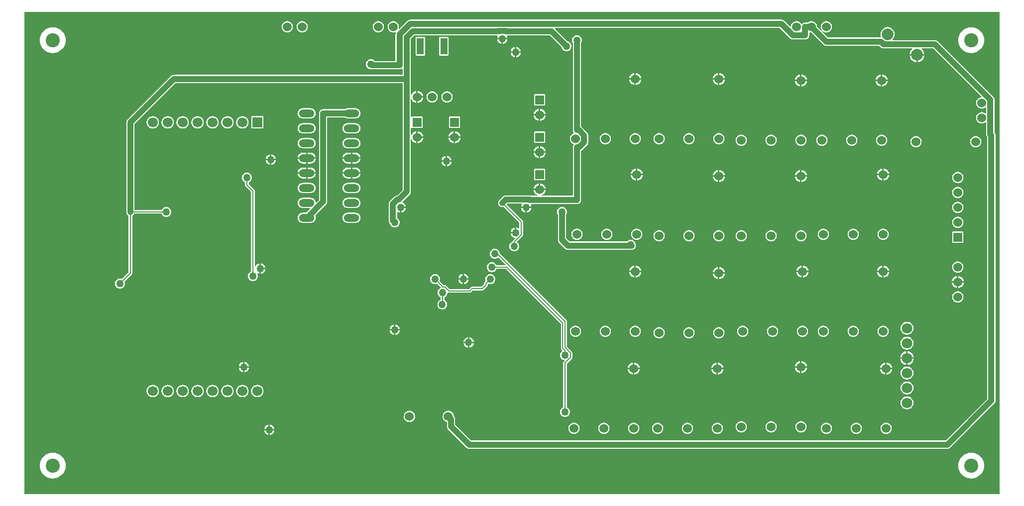
<source format=gbl>
%FSLAX44Y44*%
%MOMM*%
G71*
G01*
G75*
G04 Layer_Physical_Order=2*
G04 Layer_Color=16711680*
%ADD10R,1.1000X0.6000*%
%ADD11R,1.5000X0.2500*%
%ADD12R,0.2500X1.5000*%
%ADD13R,0.6000X2.0000*%
%ADD14R,0.5588X1.6002*%
%ADD15R,0.8000X0.4000*%
%ADD16R,0.9000X0.5000*%
%ADD17C,1.2000*%
G04:AMPARAMS|DCode=18|XSize=1.5mm|YSize=0.8mm|CornerRadius=0.2mm|HoleSize=0mm|Usage=FLASHONLY|Rotation=0.000|XOffset=0mm|YOffset=0mm|HoleType=Round|Shape=RoundedRectangle|*
%AMROUNDEDRECTD18*
21,1,1.5000,0.4000,0,0,0.0*
21,1,1.1000,0.8000,0,0,0.0*
1,1,0.4000,0.5500,-0.2000*
1,1,0.4000,-0.5500,-0.2000*
1,1,0.4000,-0.5500,0.2000*
1,1,0.4000,0.5500,0.2000*
%
%ADD18ROUNDEDRECTD18*%
G04:AMPARAMS|DCode=19|XSize=1.5mm|YSize=0.8mm|CornerRadius=0.2mm|HoleSize=0mm|Usage=FLASHONLY|Rotation=90.000|XOffset=0mm|YOffset=0mm|HoleType=Round|Shape=RoundedRectangle|*
%AMROUNDEDRECTD19*
21,1,1.5000,0.4000,0,0,90.0*
21,1,1.1000,0.8000,0,0,90.0*
1,1,0.4000,0.2000,0.5500*
1,1,0.4000,0.2000,-0.5500*
1,1,0.4000,-0.2000,-0.5500*
1,1,0.4000,-0.2000,0.5500*
%
%ADD19ROUNDEDRECTD19*%
%ADD20O,1.0000X1.6000*%
G04:AMPARAMS|DCode=21|XSize=1.6mm|YSize=1.8mm|CornerRadius=0.4mm|HoleSize=0mm|Usage=FLASHONLY|Rotation=0.000|XOffset=0mm|YOffset=0mm|HoleType=Round|Shape=RoundedRectangle|*
%AMROUNDEDRECTD21*
21,1,1.6000,1.0000,0,0,0.0*
21,1,0.8000,1.8000,0,0,0.0*
1,1,0.8000,0.4000,-0.5000*
1,1,0.8000,-0.4000,-0.5000*
1,1,0.8000,-0.4000,0.5000*
1,1,0.8000,0.4000,0.5000*
%
%ADD21ROUNDEDRECTD21*%
%ADD22R,0.5000X0.9000*%
%ADD23R,1.7000X2.2000*%
%ADD24R,0.5000X0.6000*%
%ADD25R,0.4000X0.8000*%
%ADD26R,0.6000X0.5000*%
%ADD27R,0.6000X0.6000*%
%ADD28R,4.5000X1.7500*%
%ADD29C,0.2000*%
%ADD30C,1.0000*%
%ADD31C,0.4000*%
%ADD32C,1.5240*%
%ADD33O,2.6416X1.3208*%
%ADD34R,1.5240X1.5240*%
%ADD35C,2.4000*%
%ADD36R,1.2000X2.8000*%
%ADD37C,1.8000*%
%ADD38C,2.0000*%
%ADD39C,1.7000*%
%ADD40R,1.7000X1.7000*%
%ADD41C,1.2700*%
G36*
X1658620Y-0D02*
X-0D01*
Y820420D01*
X1658620D01*
Y-0D01*
D02*
G37*
%LPC*%
G36*
X1191180Y374650D02*
X1182370D01*
Y365840D01*
X1182755Y365890D01*
X1184064Y366151D01*
X1185912Y366916D01*
X1187021Y367657D01*
X1188346Y368674D01*
X1189363Y369999D01*
X1190104Y371108D01*
X1190870Y372956D01*
X1191130Y374265D01*
X1191180Y374650D01*
D02*
G37*
G36*
X1179830D02*
X1171020D01*
X1171070Y374265D01*
X1171330Y372956D01*
X1172096Y371108D01*
X1172837Y369999D01*
X1173854Y368674D01*
X1175179Y367657D01*
X1176288Y366916D01*
X1178136Y366151D01*
X1179445Y365890D01*
X1179830Y365840D01*
Y374650D01*
D02*
G37*
G36*
X748030Y374560D02*
Y367030D01*
X755559D01*
X755536Y367209D01*
X755308Y368353D01*
X754638Y369971D01*
X753990Y370941D01*
X753100Y372100D01*
X751941Y372990D01*
X750971Y373638D01*
X749353Y374308D01*
X748209Y374536D01*
X748030Y374560D01*
D02*
G37*
G36*
X745490D02*
X745311Y374536D01*
X744167Y374308D01*
X742549Y373638D01*
X741579Y372990D01*
X740420Y372100D01*
X739530Y370941D01*
X738882Y369971D01*
X738212Y368353D01*
X737984Y367209D01*
X737961Y367030D01*
X745490D01*
Y374560D01*
D02*
G37*
G36*
X755559Y364490D02*
X748030D01*
Y356960D01*
X748209Y356984D01*
X749353Y357212D01*
X750971Y357882D01*
X751941Y358530D01*
X753100Y359420D01*
X753990Y360579D01*
X754638Y361549D01*
X755308Y363167D01*
X755536Y364311D01*
X755559Y364490D01*
D02*
G37*
G36*
X745490D02*
X737961D01*
X737984Y364311D01*
X738212Y363167D01*
X738882Y361549D01*
X739530Y360579D01*
X740420Y359420D01*
X741579Y358530D01*
X742549Y357882D01*
X744167Y357212D01*
X745311Y356984D01*
X745490Y356960D01*
Y364490D01*
D02*
G37*
G36*
X1588770Y370760D02*
Y361950D01*
X1597581D01*
X1597530Y362335D01*
X1597269Y363644D01*
X1596504Y365492D01*
X1595763Y366601D01*
X1594746Y367926D01*
X1593421Y368943D01*
X1592312Y369684D01*
X1590464Y370449D01*
X1589155Y370710D01*
X1588770Y370760D01*
D02*
G37*
G36*
X1586230D02*
X1585845Y370710D01*
X1584536Y370449D01*
X1582688Y369684D01*
X1581579Y368943D01*
X1580254Y367926D01*
X1579237Y366601D01*
X1578496Y365492D01*
X1577731Y363644D01*
X1577470Y362335D01*
X1577419Y361950D01*
X1586230D01*
Y370760D01*
D02*
G37*
G36*
X1333421Y377190D02*
X1324610D01*
Y368380D01*
X1324995Y368430D01*
X1326304Y368690D01*
X1328152Y369456D01*
X1329261Y370197D01*
X1330586Y371214D01*
X1331603Y372538D01*
X1332344Y373648D01*
X1333109Y375496D01*
X1333370Y376805D01*
X1333421Y377190D01*
D02*
G37*
G36*
X1470580D02*
X1461770D01*
Y368380D01*
X1462155Y368430D01*
X1463464Y368690D01*
X1465312Y369456D01*
X1466422Y370197D01*
X1467746Y371214D01*
X1468763Y372538D01*
X1469504Y373648D01*
X1470269Y375496D01*
X1470530Y376805D01*
X1470580Y377190D01*
D02*
G37*
G36*
X410120Y382270D02*
X402590D01*
Y374740D01*
X402769Y374764D01*
X403913Y374992D01*
X405531Y375662D01*
X406501Y376310D01*
X407660Y377200D01*
X408550Y378359D01*
X409198Y379329D01*
X409868Y380947D01*
X410096Y382091D01*
X410120Y382270D01*
D02*
G37*
G36*
X378460Y546902D02*
X377099Y546723D01*
X376024Y546509D01*
X374505Y545880D01*
X373594Y545271D01*
X372505Y544435D01*
X371669Y543346D01*
X371060Y542435D01*
X370431Y540916D01*
X370217Y539841D01*
X370038Y538480D01*
X370217Y537119D01*
X370431Y536044D01*
X371060Y534525D01*
X371669Y533614D01*
X372505Y532525D01*
X373594Y531689D01*
X374505Y531080D01*
X375401Y530709D01*
Y525780D01*
X375401Y525780D01*
D01*
X375634Y524609D01*
X376297Y523617D01*
X385561Y514353D01*
D01*
D01*
Y378611D01*
X384665Y378240D01*
X383754Y377631D01*
X382665Y376795D01*
X381829Y375706D01*
X381220Y374795D01*
X380591Y373276D01*
X380377Y372201D01*
X380198Y370840D01*
X380377Y369479D01*
X380591Y368404D01*
X381220Y366885D01*
X381829Y365974D01*
X382665Y364885D01*
X383754Y364049D01*
X384665Y363440D01*
X386184Y362811D01*
X387259Y362597D01*
X388620Y362418D01*
X389981Y362597D01*
X391056Y362811D01*
X392575Y363440D01*
X393486Y364049D01*
X394575Y364885D01*
X395411Y365974D01*
X396020Y366885D01*
X396649Y368404D01*
X396863Y369479D01*
X397042Y370840D01*
X396863Y372201D01*
X396649Y373276D01*
X396016Y374803D01*
X396613Y375510D01*
X396947Y375729D01*
X398727Y374992D01*
X399871Y374764D01*
X400050Y374740D01*
Y383540D01*
Y392340D01*
X399871Y392316D01*
X398727Y392088D01*
X397109Y391418D01*
X396139Y390770D01*
X394980Y389880D01*
X394090Y388721D01*
X393679Y388106D01*
X393629Y388121D01*
X393555Y388023D01*
X392949Y386561D01*
X391679Y386813D01*
Y388712D01*
Y515620D01*
X391446Y516791D01*
X391180Y517188D01*
X390783Y517783D01*
D01*
X390783Y517783D01*
D01*
D01*
X381519Y527047D01*
D01*
Y530575D01*
Y530709D01*
X382415Y531080D01*
X383326Y531689D01*
X384415Y532525D01*
X385251Y533614D01*
X385860Y534525D01*
X386489Y536044D01*
X386703Y537119D01*
X386882Y538480D01*
X386703Y539841D01*
X386489Y540916D01*
X385860Y542435D01*
X385251Y543346D01*
X384415Y544435D01*
X383326Y545271D01*
X382415Y545880D01*
X380896Y546509D01*
X379821Y546723D01*
X378460Y546902D01*
D02*
G37*
G36*
X1322070Y377190D02*
X1313259D01*
X1313310Y376805D01*
X1313571Y375496D01*
X1314336Y373648D01*
X1315077Y372538D01*
X1316094Y371214D01*
X1317419Y370197D01*
X1318528Y369456D01*
X1320376Y368690D01*
X1321685Y368430D01*
X1322070Y368380D01*
Y377190D01*
D02*
G37*
G36*
X1037590D02*
X1028780D01*
X1028830Y376805D01*
X1029090Y375496D01*
X1029856Y373648D01*
X1030597Y372538D01*
X1031614Y371214D01*
X1032939Y370197D01*
X1034048Y369456D01*
X1035896Y368690D01*
X1037205Y368430D01*
X1037590Y368380D01*
Y377190D01*
D02*
G37*
G36*
X1048941D02*
X1040130D01*
Y368380D01*
X1040515Y368430D01*
X1041824Y368690D01*
X1043672Y369456D01*
X1044781Y370197D01*
X1046106Y371214D01*
X1047123Y372538D01*
X1047864Y373648D01*
X1048630Y375496D01*
X1048890Y376805D01*
X1048941Y377190D01*
D02*
G37*
G36*
X1459230D02*
X1450419D01*
X1450470Y376805D01*
X1450730Y375496D01*
X1451496Y373648D01*
X1452237Y372538D01*
X1453254Y371214D01*
X1454579Y370197D01*
X1455688Y369456D01*
X1457536Y368690D01*
X1458845Y368430D01*
X1459230Y368380D01*
Y377190D01*
D02*
G37*
G36*
X1409700Y286563D02*
X1408132Y286357D01*
X1406894Y286110D01*
X1405143Y285385D01*
X1404093Y284684D01*
X1402839Y283721D01*
X1401876Y282467D01*
X1401175Y281417D01*
X1400450Y279666D01*
X1400203Y278428D01*
X1399997Y276860D01*
X1400203Y275292D01*
X1400450Y274054D01*
X1401175Y272303D01*
X1401876Y271254D01*
X1402839Y269999D01*
X1404093Y269036D01*
X1405143Y268335D01*
X1406894Y267610D01*
X1408132Y267363D01*
X1409700Y267157D01*
X1411268Y267363D01*
X1412506Y267610D01*
X1414257Y268335D01*
X1415307Y269036D01*
X1416561Y269999D01*
X1417524Y271254D01*
X1418225Y272303D01*
X1418950Y274054D01*
X1419197Y275292D01*
X1419403Y276860D01*
X1419197Y278428D01*
X1418950Y279666D01*
X1418225Y281417D01*
X1417524Y282467D01*
X1416561Y283721D01*
X1415307Y284684D01*
X1414257Y285385D01*
X1412506Y286110D01*
X1411268Y286357D01*
X1409700Y286563D01*
D02*
G37*
G36*
X1358900D02*
X1357332Y286357D01*
X1356094Y286110D01*
X1354343Y285385D01*
X1353293Y284684D01*
X1352039Y283721D01*
X1351076Y282467D01*
X1350375Y281417D01*
X1349650Y279666D01*
X1349403Y278428D01*
X1349197Y276860D01*
X1349403Y275292D01*
X1349650Y274054D01*
X1350375Y272303D01*
X1351076Y271254D01*
X1352039Y269999D01*
X1353293Y269036D01*
X1354343Y268335D01*
X1356094Y267610D01*
X1357332Y267363D01*
X1358900Y267157D01*
X1360468Y267363D01*
X1361706Y267610D01*
X1363457Y268335D01*
X1364507Y269036D01*
X1365761Y269999D01*
X1366724Y271254D01*
X1367425Y272303D01*
X1368150Y274054D01*
X1368397Y275292D01*
X1368603Y276860D01*
X1368397Y278428D01*
X1368150Y279666D01*
X1367425Y281417D01*
X1366724Y282467D01*
X1365761Y283721D01*
X1364507Y284684D01*
X1363457Y285385D01*
X1361706Y286110D01*
X1360468Y286357D01*
X1358900Y286563D01*
D02*
G37*
G36*
X628650Y278130D02*
X621120D01*
X621144Y277951D01*
X621372Y276807D01*
X622042Y275189D01*
X622690Y274219D01*
X623580Y273060D01*
X624739Y272170D01*
X625709Y271522D01*
X627327Y270852D01*
X628471Y270624D01*
X628650Y270600D01*
Y278130D01*
D02*
G37*
G36*
X1460500Y286563D02*
X1458932Y286357D01*
X1457694Y286110D01*
X1455943Y285385D01*
X1454893Y284684D01*
X1453639Y283721D01*
X1452676Y282467D01*
X1451975Y281417D01*
X1451250Y279666D01*
X1451003Y278428D01*
X1450797Y276860D01*
X1451003Y275292D01*
X1451250Y274054D01*
X1451975Y272303D01*
X1452676Y271254D01*
X1453639Y269999D01*
X1454893Y269036D01*
X1455943Y268335D01*
X1457694Y267610D01*
X1458932Y267363D01*
X1460500Y267157D01*
X1462068Y267363D01*
X1463306Y267610D01*
X1465057Y268335D01*
X1466107Y269036D01*
X1467361Y269999D01*
X1468324Y271254D01*
X1469025Y272303D01*
X1469750Y274054D01*
X1469997Y275292D01*
X1470203Y276860D01*
X1469997Y278428D01*
X1469750Y279666D01*
X1469025Y281417D01*
X1468324Y282467D01*
X1467361Y283721D01*
X1466107Y284684D01*
X1465057Y285385D01*
X1463306Y286110D01*
X1462068Y286357D01*
X1460500Y286563D01*
D02*
G37*
G36*
X1221740D02*
X1220172Y286357D01*
X1218934Y286110D01*
X1217183Y285385D01*
X1216133Y284684D01*
X1214879Y283721D01*
X1213916Y282467D01*
X1213215Y281417D01*
X1212490Y279666D01*
X1212243Y278428D01*
X1212037Y276860D01*
X1212243Y275292D01*
X1212490Y274054D01*
X1213215Y272303D01*
X1213916Y271254D01*
X1214879Y269999D01*
X1216133Y269036D01*
X1217183Y268335D01*
X1218934Y267610D01*
X1220172Y267363D01*
X1221740Y267157D01*
X1223308Y267363D01*
X1224546Y267610D01*
X1226297Y268335D01*
X1227346Y269036D01*
X1228601Y269999D01*
X1229564Y271254D01*
X1230265Y272303D01*
X1230990Y274054D01*
X1231237Y275292D01*
X1231443Y276860D01*
X1231237Y278428D01*
X1230990Y279666D01*
X1230265Y281417D01*
X1229564Y282467D01*
X1228601Y283721D01*
X1227346Y284684D01*
X1226297Y285385D01*
X1224546Y286110D01*
X1223308Y286357D01*
X1221740Y286563D01*
D02*
G37*
G36*
X1038860D02*
X1037292Y286357D01*
X1036054Y286110D01*
X1034303Y285385D01*
X1033253Y284684D01*
X1031999Y283721D01*
X1031036Y282467D01*
X1030335Y281417D01*
X1029610Y279666D01*
X1029363Y278428D01*
X1029157Y276860D01*
X1029363Y275292D01*
X1029610Y274054D01*
X1030335Y272303D01*
X1031036Y271254D01*
X1031999Y269999D01*
X1033253Y269036D01*
X1034303Y268335D01*
X1036054Y267610D01*
X1037292Y267363D01*
X1038860Y267157D01*
X1040428Y267363D01*
X1041666Y267610D01*
X1043417Y268335D01*
X1044466Y269036D01*
X1045721Y269999D01*
X1046684Y271254D01*
X1047385Y272303D01*
X1048110Y274054D01*
X1048357Y275292D01*
X1048563Y276860D01*
X1048357Y278428D01*
X1048110Y279666D01*
X1047385Y281417D01*
X1046684Y282467D01*
X1045721Y283721D01*
X1044466Y284684D01*
X1043417Y285385D01*
X1041666Y286110D01*
X1040428Y286357D01*
X1038860Y286563D01*
D02*
G37*
G36*
X1323340D02*
X1321772Y286357D01*
X1320534Y286110D01*
X1318783Y285385D01*
X1317733Y284684D01*
X1316479Y283721D01*
X1315516Y282467D01*
X1314815Y281417D01*
X1314090Y279666D01*
X1313843Y278428D01*
X1313637Y276860D01*
X1313843Y275292D01*
X1314090Y274054D01*
X1314815Y272303D01*
X1315516Y271254D01*
X1316479Y269999D01*
X1317733Y269036D01*
X1318783Y268335D01*
X1320534Y267610D01*
X1321772Y267363D01*
X1323340Y267157D01*
X1324908Y267363D01*
X1326146Y267610D01*
X1327897Y268335D01*
X1328947Y269036D01*
X1330201Y269999D01*
X1331164Y271254D01*
X1331865Y272303D01*
X1332590Y274054D01*
X1332837Y275292D01*
X1333043Y276860D01*
X1332837Y278428D01*
X1332590Y279666D01*
X1331865Y281417D01*
X1331164Y282467D01*
X1330201Y283721D01*
X1328947Y284684D01*
X1327897Y285385D01*
X1326146Y286110D01*
X1324908Y286357D01*
X1323340Y286563D01*
D02*
G37*
G36*
X1272540D02*
X1270972Y286357D01*
X1269734Y286110D01*
X1267983Y285385D01*
X1266934Y284684D01*
X1265679Y283721D01*
X1264716Y282467D01*
X1264015Y281417D01*
X1263290Y279666D01*
X1263043Y278428D01*
X1262837Y276860D01*
X1263043Y275292D01*
X1263290Y274054D01*
X1264015Y272303D01*
X1264716Y271254D01*
X1265679Y269999D01*
X1266934Y269036D01*
X1267983Y268335D01*
X1269734Y267610D01*
X1270972Y267363D01*
X1272540Y267157D01*
X1274108Y267363D01*
X1275346Y267610D01*
X1277097Y268335D01*
X1278147Y269036D01*
X1279401Y269999D01*
X1280364Y271254D01*
X1281065Y272303D01*
X1281790Y274054D01*
X1282037Y275292D01*
X1282243Y276860D01*
X1282037Y278428D01*
X1281790Y279666D01*
X1281065Y281417D01*
X1280364Y282467D01*
X1279401Y283721D01*
X1278147Y284684D01*
X1277097Y285385D01*
X1275346Y286110D01*
X1274108Y286357D01*
X1272540Y286563D01*
D02*
G37*
G36*
X792480Y374182D02*
X791119Y374003D01*
X790044Y373789D01*
X788525Y373160D01*
X787614Y372551D01*
X786525Y371715D01*
X785689Y370626D01*
X785080Y369715D01*
X784451Y368196D01*
X784237Y367121D01*
X784058Y365760D01*
X784237Y364399D01*
X784451Y363324D01*
X784822Y362428D01*
X782697Y360303D01*
X782034Y359310D01*
X781801Y358140D01*
X781801Y358140D01*
D01*
D01*
Y356867D01*
X777433Y352499D01*
X761443D01*
X760272Y352266D01*
X759875Y352000D01*
X759280Y351603D01*
D01*
X759280Y351603D01*
X757952Y350275D01*
X756176Y348499D01*
X723150D01*
X717236Y354413D01*
X716243Y355076D01*
X715073Y355309D01*
X715073Y355309D01*
X713277D01*
X706253Y362333D01*
X706158Y362428D01*
X706529Y363324D01*
X706743Y364399D01*
X706922Y365760D01*
X706743Y367121D01*
X706529Y368196D01*
X705900Y369715D01*
X705291Y370626D01*
X704455Y371715D01*
X703366Y372551D01*
X702455Y373160D01*
X700936Y373789D01*
X699861Y374003D01*
X698500Y374182D01*
X697139Y374003D01*
X696064Y373789D01*
X694545Y373160D01*
X693634Y372551D01*
X692545Y371715D01*
X691709Y370626D01*
X691100Y369715D01*
X690471Y368196D01*
X690257Y367121D01*
X690078Y365760D01*
X690257Y364399D01*
X690471Y363324D01*
X691100Y361805D01*
X691709Y360894D01*
X692545Y359805D01*
X693634Y358969D01*
X694545Y358360D01*
X696064Y357731D01*
X697139Y357517D01*
X698500Y357338D01*
X699861Y357517D01*
X700936Y357731D01*
X701832Y358102D01*
X708126Y351808D01*
X707879Y350562D01*
X706994Y350196D01*
X706982Y350124D01*
X706334Y349691D01*
X705245Y348855D01*
X704409Y347766D01*
X703800Y346855D01*
X703171Y345336D01*
X702957Y344261D01*
X702778Y342900D01*
X702957Y341539D01*
X703171Y340464D01*
X703800Y338945D01*
X704409Y338034D01*
X705245Y336945D01*
X706334Y336109D01*
X707245Y335500D01*
X708141Y335129D01*
Y330529D01*
X706815Y329980D01*
X705904Y329371D01*
X704815Y328535D01*
X703980Y327446D01*
X703371Y326535D01*
X702741Y325016D01*
X702528Y323941D01*
X702348Y322580D01*
X702528Y321219D01*
X702741Y320144D01*
X703371Y318625D01*
X703980Y317714D01*
X704815Y316625D01*
X705904Y315789D01*
X706815Y315180D01*
X708335Y314551D01*
X709410Y314337D01*
X710770Y314158D01*
X712131Y314337D01*
X713206Y314551D01*
X714726Y315180D01*
X715637Y315789D01*
X716726Y316625D01*
X717561Y317714D01*
X718170Y318625D01*
X718800Y320144D01*
X719013Y321219D01*
X719193Y322580D01*
X719013Y323941D01*
X718800Y325016D01*
X718170Y326535D01*
X717561Y327446D01*
X716726Y328535D01*
X715637Y329371D01*
X714726Y329980D01*
X714259Y330173D01*
Y330292D01*
Y334995D01*
Y335129D01*
X715155Y335500D01*
X716066Y336109D01*
X717155Y336945D01*
X717991Y338034D01*
X718600Y338945D01*
X719229Y340464D01*
X719358Y341114D01*
X719392Y341151D01*
X719491Y341903D01*
X720601Y342549D01*
X720862Y342584D01*
X721883Y342381D01*
X721883Y342381D01*
X757443D01*
X757443Y342381D01*
X758613Y342614D01*
X759606Y343277D01*
X762710Y346381D01*
X778700D01*
X778700Y346381D01*
X779871Y346614D01*
X780863Y347277D01*
X787023Y353437D01*
X787686Y354430D01*
X787919Y355600D01*
Y356379D01*
Y356873D01*
X789148Y358102D01*
X790044Y357731D01*
X791119Y357517D01*
X792480Y357338D01*
X793841Y357517D01*
X794916Y357731D01*
X796435Y358360D01*
X797346Y358969D01*
X798435Y359805D01*
X799271Y360894D01*
X799880Y361805D01*
X800509Y363324D01*
X800723Y364399D01*
X800902Y365760D01*
X800723Y367121D01*
X800509Y368196D01*
X799880Y369715D01*
X799271Y370626D01*
X798435Y371715D01*
X797346Y372551D01*
X796435Y373160D01*
X794916Y373789D01*
X793841Y374003D01*
X792480Y374182D01*
D02*
G37*
G36*
X1587500Y344983D02*
X1585932Y344777D01*
X1584694Y344530D01*
X1582943Y343805D01*
X1581893Y343104D01*
X1580639Y342141D01*
X1579676Y340886D01*
X1578975Y339837D01*
X1578250Y338086D01*
X1578003Y336848D01*
X1577797Y335280D01*
X1578003Y333712D01*
X1578250Y332474D01*
X1578975Y330723D01*
X1579676Y329674D01*
X1580639Y328419D01*
X1581893Y327456D01*
X1582943Y326755D01*
X1584694Y326030D01*
X1585932Y325783D01*
X1587500Y325577D01*
X1589068Y325783D01*
X1590306Y326030D01*
X1592057Y326755D01*
X1593107Y327456D01*
X1594361Y328419D01*
X1595324Y329674D01*
X1596025Y330723D01*
X1596750Y332474D01*
X1596997Y333712D01*
X1597203Y335280D01*
X1596997Y336848D01*
X1596750Y338086D01*
X1596025Y339837D01*
X1595324Y340886D01*
X1594361Y342141D01*
X1593107Y343104D01*
X1592057Y343805D01*
X1590306Y344530D01*
X1589068Y344777D01*
X1587500Y344983D01*
D02*
G37*
G36*
X1597581Y359410D02*
X1588770D01*
Y350600D01*
X1589155Y350650D01*
X1590464Y350910D01*
X1592312Y351676D01*
X1593421Y352417D01*
X1594746Y353434D01*
X1595763Y354758D01*
X1596504Y355868D01*
X1597269Y357716D01*
X1597530Y359025D01*
X1597581Y359410D01*
D02*
G37*
G36*
X1586230D02*
X1577419D01*
X1577470Y359025D01*
X1577731Y357716D01*
X1578496Y355868D01*
X1579237Y354758D01*
X1580254Y353434D01*
X1581579Y352417D01*
X1582688Y351676D01*
X1584536Y350910D01*
X1585845Y350650D01*
X1586230Y350600D01*
Y359410D01*
D02*
G37*
G36*
X1501140Y293035D02*
X1498268Y292657D01*
X1495592Y291549D01*
X1493295Y289785D01*
X1491532Y287488D01*
X1490423Y284812D01*
X1490045Y281940D01*
X1490423Y279068D01*
X1491532Y276392D01*
X1493295Y274095D01*
X1495592Y272332D01*
X1498268Y271223D01*
X1501140Y270845D01*
X1504012Y271223D01*
X1506687Y272332D01*
X1508985Y274095D01*
X1510748Y276392D01*
X1511857Y279068D01*
X1512235Y281940D01*
X1511857Y284812D01*
X1510748Y287488D01*
X1508985Y289785D01*
X1506687Y291549D01*
X1504012Y292657D01*
X1501140Y293035D01*
D02*
G37*
G36*
X638719Y278130D02*
X631190D01*
Y270600D01*
X631369Y270624D01*
X632513Y270852D01*
X634131Y271522D01*
X635101Y272170D01*
X636260Y273060D01*
X637150Y274219D01*
X637798Y275189D01*
X638468Y276807D01*
X638696Y277951D01*
X638719Y278130D01*
D02*
G37*
G36*
X631190Y288200D02*
Y280670D01*
X638719D01*
X638696Y280849D01*
X638468Y281993D01*
X637798Y283611D01*
X637150Y284581D01*
X636260Y285740D01*
X635101Y286630D01*
X634131Y287278D01*
X632513Y287948D01*
X631369Y288176D01*
X631190Y288200D01*
D02*
G37*
G36*
X628650D02*
X628471Y288176D01*
X627327Y287948D01*
X625709Y287278D01*
X624739Y286630D01*
X623580Y285740D01*
X622690Y284581D01*
X622042Y283611D01*
X621372Y281993D01*
X621144Y280849D01*
X621120Y280670D01*
X628650D01*
Y288200D01*
D02*
G37*
G36*
X1041400Y451663D02*
X1039832Y451457D01*
X1038594Y451210D01*
X1036843Y450485D01*
X1035794Y449784D01*
X1034539Y448821D01*
X1033576Y447566D01*
X1032875Y446517D01*
X1032150Y444766D01*
X1031903Y443528D01*
X1031697Y441960D01*
X1031903Y440392D01*
X1032150Y439154D01*
X1032875Y437403D01*
X1033576Y436353D01*
X1034539Y435099D01*
X1035794Y434136D01*
X1036843Y433435D01*
X1038594Y432710D01*
X1039832Y432463D01*
X1041400Y432257D01*
X1042968Y432463D01*
X1044206Y432710D01*
X1045957Y433435D01*
X1047007Y434136D01*
X1048261Y435099D01*
X1049224Y436353D01*
X1049925Y437403D01*
X1050650Y439154D01*
X1050897Y440392D01*
X1051103Y441960D01*
X1050897Y443528D01*
X1050650Y444766D01*
X1049925Y446517D01*
X1049224Y447566D01*
X1048261Y448821D01*
X1047007Y449784D01*
X1045957Y450485D01*
X1044206Y451210D01*
X1042968Y451457D01*
X1041400Y451663D01*
D02*
G37*
G36*
X990600D02*
X989032Y451457D01*
X987794Y451210D01*
X986043Y450485D01*
X984994Y449784D01*
X983739Y448821D01*
X982776Y447566D01*
X982075Y446517D01*
X981350Y444766D01*
X981103Y443528D01*
X980897Y441960D01*
X981103Y440392D01*
X981350Y439154D01*
X982075Y437403D01*
X982776Y436353D01*
X983739Y435099D01*
X984994Y434136D01*
X986043Y433435D01*
X987794Y432710D01*
X989032Y432463D01*
X990600Y432257D01*
X992168Y432463D01*
X993406Y432710D01*
X995157Y433435D01*
X996207Y434136D01*
X997461Y435099D01*
X998424Y436353D01*
X999125Y437403D01*
X999850Y439154D01*
X1000097Y440392D01*
X1000303Y441960D01*
X1000097Y443528D01*
X999850Y444766D01*
X999125Y446517D01*
X998424Y447566D01*
X997461Y448821D01*
X996207Y449784D01*
X995157Y450485D01*
X993406Y451210D01*
X992168Y451457D01*
X990600Y451663D01*
D02*
G37*
G36*
X1409700D02*
X1408132Y451457D01*
X1406894Y451210D01*
X1405143Y450485D01*
X1404093Y449784D01*
X1402839Y448821D01*
X1401876Y447566D01*
X1401175Y446517D01*
X1400450Y444766D01*
X1400203Y443528D01*
X1399997Y441960D01*
X1400203Y440392D01*
X1400450Y439154D01*
X1401175Y437403D01*
X1401876Y436353D01*
X1402839Y435099D01*
X1404093Y434136D01*
X1405143Y433435D01*
X1406894Y432710D01*
X1408132Y432463D01*
X1409700Y432257D01*
X1411268Y432463D01*
X1412506Y432710D01*
X1414257Y433435D01*
X1415307Y434136D01*
X1416561Y435099D01*
X1417524Y436353D01*
X1418225Y437403D01*
X1418950Y439154D01*
X1419197Y440392D01*
X1419403Y441960D01*
X1419197Y443528D01*
X1418950Y444766D01*
X1418225Y446517D01*
X1417524Y447566D01*
X1416561Y448821D01*
X1415307Y449784D01*
X1414257Y450485D01*
X1412506Y451210D01*
X1411268Y451457D01*
X1409700Y451663D01*
D02*
G37*
G36*
X1358900D02*
X1357332Y451457D01*
X1356094Y451210D01*
X1354343Y450485D01*
X1353293Y449784D01*
X1352039Y448821D01*
X1351076Y447566D01*
X1350375Y446517D01*
X1349650Y444766D01*
X1349403Y443528D01*
X1349197Y441960D01*
X1349403Y440392D01*
X1349650Y439154D01*
X1350375Y437403D01*
X1351076Y436353D01*
X1352039Y435099D01*
X1353293Y434136D01*
X1354343Y433435D01*
X1356094Y432710D01*
X1357332Y432463D01*
X1358900Y432257D01*
X1360468Y432463D01*
X1361706Y432710D01*
X1363457Y433435D01*
X1364507Y434136D01*
X1365761Y435099D01*
X1366724Y436353D01*
X1367425Y437403D01*
X1368150Y439154D01*
X1368397Y440392D01*
X1368603Y441960D01*
X1368397Y443528D01*
X1368150Y444766D01*
X1367425Y446517D01*
X1366724Y447566D01*
X1365761Y448821D01*
X1364507Y449784D01*
X1363457Y450485D01*
X1361706Y451210D01*
X1360468Y451457D01*
X1358900Y451663D01*
D02*
G37*
G36*
X1270000Y449123D02*
X1268432Y448917D01*
X1267194Y448670D01*
X1265443Y447945D01*
X1264393Y447244D01*
X1263139Y446281D01*
X1262176Y445027D01*
X1261475Y443977D01*
X1260750Y442226D01*
X1260503Y440988D01*
X1260297Y439420D01*
X1260503Y437852D01*
X1260750Y436614D01*
X1261475Y434863D01*
X1262176Y433814D01*
X1263139Y432559D01*
X1264393Y431596D01*
X1265443Y430895D01*
X1267194Y430170D01*
X1268432Y429923D01*
X1270000Y429717D01*
X1271568Y429923D01*
X1272806Y430170D01*
X1274557Y430895D01*
X1275607Y431596D01*
X1276861Y432559D01*
X1277824Y433814D01*
X1278525Y434863D01*
X1279250Y436614D01*
X1279497Y437852D01*
X1279703Y439420D01*
X1279497Y440988D01*
X1279250Y442226D01*
X1278525Y443977D01*
X1277824Y445027D01*
X1276861Y446281D01*
X1275607Y447244D01*
X1274557Y447945D01*
X1272806Y448670D01*
X1271568Y448917D01*
X1270000Y449123D01*
D02*
G37*
G36*
X1219200D02*
X1217632Y448917D01*
X1216394Y448670D01*
X1214643Y447945D01*
X1213594Y447244D01*
X1212339Y446281D01*
X1211376Y445027D01*
X1210675Y443977D01*
X1209950Y442226D01*
X1209703Y440988D01*
X1209497Y439420D01*
X1209703Y437852D01*
X1209950Y436614D01*
X1210675Y434863D01*
X1211376Y433814D01*
X1212339Y432559D01*
X1213594Y431596D01*
X1214643Y430895D01*
X1216394Y430170D01*
X1217632Y429923D01*
X1219200Y429717D01*
X1220768Y429923D01*
X1222006Y430170D01*
X1223757Y430895D01*
X1224807Y431596D01*
X1226061Y432559D01*
X1227024Y433814D01*
X1227725Y434863D01*
X1228450Y436614D01*
X1228697Y437852D01*
X1228903Y439420D01*
X1228697Y440988D01*
X1228450Y442226D01*
X1227725Y443977D01*
X1227024Y445027D01*
X1226061Y446281D01*
X1224807Y447244D01*
X1223757Y447945D01*
X1222006Y448670D01*
X1220768Y448917D01*
X1219200Y449123D01*
D02*
G37*
G36*
X939800Y451663D02*
X938232Y451457D01*
X936994Y451210D01*
X935243Y450485D01*
X934193Y449784D01*
X932939Y448821D01*
X931976Y447566D01*
X931275Y446517D01*
X930550Y444766D01*
X930303Y443528D01*
X930097Y441960D01*
X930303Y440392D01*
X930550Y439154D01*
X931275Y437403D01*
X931976Y436353D01*
X932939Y435099D01*
X934193Y434136D01*
X935243Y433435D01*
X936994Y432710D01*
X938232Y432463D01*
X939800Y432257D01*
X941368Y432463D01*
X942606Y432710D01*
X944357Y433435D01*
X945406Y434136D01*
X946661Y435099D01*
X947624Y436353D01*
X948325Y437403D01*
X949050Y439154D01*
X949297Y440392D01*
X949503Y441960D01*
X949297Y443528D01*
X949050Y444766D01*
X948325Y446517D01*
X947624Y447566D01*
X946661Y448821D01*
X945406Y449784D01*
X944357Y450485D01*
X942606Y451210D01*
X941368Y451457D01*
X939800Y451663D01*
D02*
G37*
G36*
X1320800Y449123D02*
X1319232Y448917D01*
X1317994Y448670D01*
X1316243Y447945D01*
X1315193Y447244D01*
X1313939Y446281D01*
X1312976Y445027D01*
X1312275Y443977D01*
X1311550Y442226D01*
X1311303Y440988D01*
X1311097Y439420D01*
X1311303Y437852D01*
X1311550Y436614D01*
X1312275Y434863D01*
X1312976Y433814D01*
X1313939Y432559D01*
X1315193Y431596D01*
X1316243Y430895D01*
X1317994Y430170D01*
X1319232Y429923D01*
X1320800Y429717D01*
X1322368Y429923D01*
X1323606Y430170D01*
X1325357Y430895D01*
X1326407Y431596D01*
X1327661Y432559D01*
X1328624Y433814D01*
X1329325Y434863D01*
X1330050Y436614D01*
X1330297Y437852D01*
X1330503Y439420D01*
X1330297Y440988D01*
X1330050Y442226D01*
X1329325Y443977D01*
X1328624Y445027D01*
X1327661Y446281D01*
X1326407Y447244D01*
X1325357Y447945D01*
X1323606Y448670D01*
X1322368Y448917D01*
X1320800Y449123D01*
D02*
G37*
G36*
X648879Y486410D02*
X641350D01*
Y478881D01*
X641529Y478904D01*
X642673Y479132D01*
X644291Y479802D01*
X645261Y480450D01*
X646420Y481340D01*
X647310Y482499D01*
X647958Y483469D01*
X648628Y485087D01*
X648856Y486231D01*
X648879Y486410D01*
D02*
G37*
G36*
X1587500Y497383D02*
X1585932Y497177D01*
X1584694Y496930D01*
X1582943Y496205D01*
X1581893Y495504D01*
X1580639Y494541D01*
X1579676Y493287D01*
X1578975Y492237D01*
X1578250Y490486D01*
X1578003Y489248D01*
X1577797Y487680D01*
X1578003Y486112D01*
X1578250Y484874D01*
X1578975Y483123D01*
X1579676Y482074D01*
X1580639Y480819D01*
X1581893Y479856D01*
X1582943Y479155D01*
X1584694Y478430D01*
X1585932Y478183D01*
X1587500Y477977D01*
X1589068Y478183D01*
X1590306Y478430D01*
X1592057Y479155D01*
X1593107Y479856D01*
X1594361Y480819D01*
X1595324Y482074D01*
X1596025Y483123D01*
X1596750Y484874D01*
X1596997Y486112D01*
X1597203Y487680D01*
X1596997Y489248D01*
X1596750Y490486D01*
X1596025Y492237D01*
X1595324Y493287D01*
X1594361Y494541D01*
X1593107Y495504D01*
X1592057Y496205D01*
X1590306Y496930D01*
X1589068Y497177D01*
X1587500Y497383D01*
D02*
G37*
G36*
X862240Y486410D02*
X854710D01*
Y478881D01*
X854889Y478904D01*
X856033Y479132D01*
X857651Y479802D01*
X858621Y480450D01*
X859780Y481340D01*
X860670Y482499D01*
X861318Y483469D01*
X861988Y485087D01*
X862216Y486231D01*
X862240Y486410D01*
D02*
G37*
G36*
X852170D02*
X844641D01*
X844664Y486231D01*
X844892Y485087D01*
X845562Y483469D01*
X846210Y482499D01*
X847100Y481340D01*
X848259Y480450D01*
X849229Y479802D01*
X850847Y479132D01*
X851991Y478904D01*
X852170Y478881D01*
Y486410D01*
D02*
G37*
G36*
X834390Y453299D02*
X834211Y453276D01*
X833067Y453048D01*
X831449Y452378D01*
X830479Y451730D01*
X829320Y450840D01*
X828430Y449681D01*
X827782Y448711D01*
X827112Y447093D01*
X826884Y445949D01*
X826861Y445770D01*
X834390D01*
Y453299D01*
D02*
G37*
G36*
X1460500Y451663D02*
X1458932Y451457D01*
X1457694Y451210D01*
X1455943Y450485D01*
X1454893Y449784D01*
X1453639Y448821D01*
X1452676Y447566D01*
X1451975Y446517D01*
X1451250Y444766D01*
X1451003Y443528D01*
X1450797Y441960D01*
X1451003Y440392D01*
X1451250Y439154D01*
X1451975Y437403D01*
X1452676Y436353D01*
X1453639Y435099D01*
X1454893Y434136D01*
X1455943Y433435D01*
X1457694Y432710D01*
X1458932Y432463D01*
X1460500Y432257D01*
X1462068Y432463D01*
X1463306Y432710D01*
X1465057Y433435D01*
X1466107Y434136D01*
X1467361Y435099D01*
X1468324Y436353D01*
X1469025Y437403D01*
X1469750Y439154D01*
X1469997Y440392D01*
X1470203Y441960D01*
X1469997Y443528D01*
X1469750Y444766D01*
X1469025Y446517D01*
X1468324Y447566D01*
X1467361Y448821D01*
X1466107Y449784D01*
X1465057Y450485D01*
X1463306Y451210D01*
X1462068Y451457D01*
X1460500Y451663D01*
D02*
G37*
G36*
X562904Y478678D02*
X549696D01*
X548294Y478494D01*
X547186Y478273D01*
X545620Y477625D01*
X544682Y476997D01*
X543560Y476136D01*
X542699Y475014D01*
X542071Y474076D01*
X541423Y472510D01*
X541202Y471402D01*
X541018Y470000D01*
X541202Y468598D01*
X541423Y467490D01*
X542071Y465924D01*
X542699Y464986D01*
X543560Y463864D01*
X544682Y463003D01*
X545620Y462375D01*
X547186Y461727D01*
X548294Y461506D01*
X549696Y461322D01*
X562904D01*
X564306Y461506D01*
X565414Y461727D01*
X566979Y462375D01*
X567918Y463003D01*
X569040Y463864D01*
X569902Y464986D01*
X570529Y465924D01*
X571177Y467490D01*
X571398Y468598D01*
X571582Y470000D01*
X571398Y471402D01*
X571177Y472510D01*
X570529Y474076D01*
X569902Y475014D01*
X569040Y476136D01*
X567918Y476997D01*
X566979Y477625D01*
X565414Y478273D01*
X564306Y478494D01*
X562904Y478678D01*
D02*
G37*
G36*
X1587500Y471983D02*
X1585932Y471777D01*
X1584694Y471530D01*
X1582943Y470805D01*
X1581893Y470104D01*
X1580639Y469141D01*
X1579676Y467887D01*
X1578975Y466837D01*
X1578250Y465086D01*
X1578003Y463848D01*
X1577797Y462280D01*
X1578003Y460712D01*
X1578250Y459474D01*
X1578975Y457723D01*
X1579676Y456674D01*
X1580639Y455419D01*
X1581893Y454456D01*
X1582943Y453755D01*
X1584694Y453030D01*
X1585932Y452783D01*
X1587500Y452577D01*
X1589068Y452783D01*
X1590306Y453030D01*
X1592057Y453755D01*
X1593107Y454456D01*
X1594361Y455419D01*
X1595324Y456674D01*
X1596025Y457723D01*
X1596750Y459474D01*
X1596997Y460712D01*
X1597203Y462280D01*
X1596997Y463848D01*
X1596750Y465086D01*
X1596025Y466837D01*
X1595324Y467887D01*
X1594361Y469141D01*
X1593107Y470104D01*
X1592057Y470805D01*
X1590306Y471530D01*
X1589068Y471777D01*
X1587500Y471983D01*
D02*
G37*
G36*
X1459230Y388540D02*
X1458845Y388490D01*
X1457536Y388229D01*
X1455688Y387464D01*
X1454579Y386723D01*
X1453254Y385706D01*
X1452237Y384381D01*
X1451496Y383272D01*
X1450730Y381424D01*
X1450470Y380115D01*
X1450419Y379730D01*
X1459230D01*
Y388540D01*
D02*
G37*
G36*
X1322070D02*
X1321685Y388490D01*
X1320376Y388229D01*
X1318528Y387464D01*
X1317419Y386723D01*
X1316094Y385706D01*
X1315077Y384381D01*
X1314336Y383272D01*
X1313571Y381424D01*
X1313310Y380115D01*
X1313259Y379730D01*
X1322070D01*
Y388540D01*
D02*
G37*
G36*
X1461770D02*
Y379730D01*
X1470580D01*
X1470530Y380115D01*
X1470269Y381424D01*
X1469504Y383272D01*
X1468763Y384381D01*
X1467746Y385706D01*
X1466422Y386723D01*
X1465312Y387464D01*
X1463464Y388229D01*
X1462155Y388490D01*
X1461770Y388540D01*
D02*
G37*
G36*
X1324610D02*
Y379730D01*
X1333421D01*
X1333370Y380115D01*
X1333109Y381424D01*
X1332344Y383272D01*
X1331603Y384381D01*
X1330586Y385706D01*
X1329261Y386723D01*
X1328152Y387464D01*
X1326304Y388229D01*
X1324995Y388490D01*
X1324610Y388540D01*
D02*
G37*
G36*
X1179830Y386001D02*
X1179445Y385950D01*
X1178136Y385690D01*
X1176288Y384924D01*
X1175179Y384183D01*
X1173854Y383166D01*
X1172837Y381842D01*
X1172096Y380732D01*
X1171330Y378884D01*
X1171070Y377575D01*
X1171020Y377190D01*
X1179830D01*
Y386001D01*
D02*
G37*
G36*
X1587500Y395783D02*
X1585932Y395577D01*
X1584694Y395330D01*
X1582943Y394605D01*
X1581893Y393904D01*
X1580639Y392941D01*
X1579676Y391687D01*
X1578975Y390637D01*
X1578250Y388886D01*
X1578003Y387648D01*
X1577797Y386080D01*
X1578003Y384512D01*
X1578250Y383274D01*
X1578975Y381523D01*
X1579676Y380474D01*
X1580639Y379219D01*
X1581893Y378256D01*
X1582943Y377555D01*
X1584694Y376830D01*
X1585932Y376583D01*
X1587500Y376377D01*
X1589068Y376583D01*
X1590306Y376830D01*
X1592057Y377555D01*
X1593107Y378256D01*
X1594361Y379219D01*
X1595324Y380474D01*
X1596025Y381523D01*
X1596750Y383274D01*
X1596997Y384512D01*
X1597203Y386080D01*
X1596997Y387648D01*
X1596750Y388886D01*
X1596025Y390637D01*
X1595324Y391687D01*
X1594361Y392941D01*
X1593107Y393904D01*
X1592057Y394605D01*
X1590306Y395330D01*
X1589068Y395577D01*
X1587500Y395783D01*
D02*
G37*
G36*
X1037590Y388540D02*
X1037205Y388490D01*
X1035896Y388229D01*
X1034048Y387464D01*
X1032939Y386723D01*
X1031614Y385706D01*
X1030597Y384381D01*
X1029856Y383272D01*
X1029090Y381424D01*
X1028830Y380115D01*
X1028780Y379730D01*
X1037590D01*
Y388540D01*
D02*
G37*
G36*
X1182370Y386001D02*
Y377190D01*
X1191180D01*
X1191130Y377575D01*
X1190870Y378884D01*
X1190104Y380732D01*
X1189363Y381842D01*
X1188346Y383166D01*
X1187021Y384183D01*
X1185912Y384924D01*
X1184064Y385690D01*
X1182755Y385950D01*
X1182370Y386001D01*
D02*
G37*
G36*
X1079500Y449123D02*
X1077932Y448917D01*
X1076694Y448670D01*
X1074943Y447945D01*
X1073894Y447244D01*
X1072639Y446281D01*
X1071676Y445027D01*
X1070975Y443977D01*
X1070250Y442226D01*
X1070003Y440988D01*
X1069797Y439420D01*
X1070003Y437852D01*
X1070250Y436614D01*
X1070975Y434863D01*
X1071676Y433814D01*
X1072639Y432559D01*
X1073894Y431596D01*
X1074943Y430895D01*
X1076694Y430170D01*
X1077932Y429923D01*
X1079500Y429717D01*
X1081068Y429923D01*
X1082306Y430170D01*
X1084057Y430895D01*
X1085107Y431596D01*
X1086361Y432559D01*
X1087324Y433814D01*
X1088025Y434863D01*
X1088750Y436614D01*
X1088997Y437852D01*
X1089203Y439420D01*
X1088997Y440988D01*
X1088750Y442226D01*
X1088025Y443977D01*
X1087324Y445027D01*
X1086361Y446281D01*
X1085107Y447244D01*
X1084057Y447945D01*
X1082306Y448670D01*
X1081068Y448917D01*
X1079500Y449123D01*
D02*
G37*
G36*
X1595518Y446500D02*
X1579482D01*
X1578349Y446031D01*
X1577880Y444898D01*
Y428862D01*
X1578349Y427729D01*
X1579482Y427260D01*
X1595518D01*
X1596651Y427729D01*
X1597120Y428862D01*
Y444898D01*
X1596651Y446031D01*
X1595518Y446500D01*
D02*
G37*
G36*
X1181100Y449123D02*
X1179532Y448917D01*
X1178294Y448670D01*
X1176543Y447945D01*
X1175493Y447244D01*
X1174239Y446281D01*
X1173276Y445027D01*
X1172575Y443977D01*
X1171850Y442226D01*
X1171603Y440988D01*
X1171397Y439420D01*
X1171603Y437852D01*
X1171850Y436614D01*
X1172575Y434863D01*
X1173276Y433814D01*
X1174239Y432559D01*
X1175493Y431596D01*
X1176543Y430895D01*
X1178294Y430170D01*
X1179532Y429923D01*
X1181100Y429717D01*
X1182668Y429923D01*
X1183906Y430170D01*
X1185657Y430895D01*
X1186706Y431596D01*
X1187961Y432559D01*
X1188924Y433814D01*
X1189625Y434863D01*
X1190350Y436614D01*
X1190597Y437852D01*
X1190803Y439420D01*
X1190597Y440988D01*
X1190350Y442226D01*
X1189625Y443977D01*
X1188924Y445027D01*
X1187961Y446281D01*
X1186706Y447244D01*
X1185657Y447945D01*
X1183906Y448670D01*
X1182668Y448917D01*
X1181100Y449123D01*
D02*
G37*
G36*
X1130300D02*
X1128732Y448917D01*
X1127494Y448670D01*
X1125743Y447945D01*
X1124694Y447244D01*
X1123439Y446281D01*
X1122476Y445027D01*
X1121775Y443977D01*
X1121050Y442226D01*
X1120803Y440988D01*
X1120597Y439420D01*
X1120803Y437852D01*
X1121050Y436614D01*
X1121775Y434863D01*
X1122476Y433814D01*
X1123439Y432559D01*
X1124694Y431596D01*
X1125743Y430895D01*
X1127494Y430170D01*
X1128732Y429923D01*
X1130300Y429717D01*
X1131868Y429923D01*
X1133106Y430170D01*
X1134857Y430895D01*
X1135907Y431596D01*
X1137161Y432559D01*
X1138124Y433814D01*
X1138825Y434863D01*
X1139550Y436614D01*
X1139797Y437852D01*
X1140003Y439420D01*
X1139797Y440988D01*
X1139550Y442226D01*
X1138825Y443977D01*
X1138124Y445027D01*
X1137161Y446281D01*
X1135907Y447244D01*
X1134857Y447945D01*
X1133106Y448670D01*
X1131868Y448917D01*
X1130300Y449123D01*
D02*
G37*
G36*
X402590Y392340D02*
Y384810D01*
X410120D01*
X410096Y384989D01*
X409868Y386133D01*
X409198Y387751D01*
X408550Y388721D01*
X407660Y389880D01*
X406501Y390770D01*
X405531Y391418D01*
X403913Y392088D01*
X402769Y392316D01*
X402590Y392340D01*
D02*
G37*
G36*
X1040130Y388540D02*
Y379730D01*
X1048941D01*
X1048890Y380115D01*
X1048630Y381424D01*
X1047864Y383272D01*
X1047123Y384381D01*
X1046106Y385706D01*
X1044781Y386723D01*
X1043672Y387464D01*
X1041824Y388229D01*
X1040515Y388490D01*
X1040130Y388540D01*
D02*
G37*
G36*
X914400Y488482D02*
X913039Y488303D01*
X911964Y488089D01*
X910445Y487460D01*
X909534Y486851D01*
X908445Y486015D01*
X907609Y484926D01*
X907000Y484015D01*
X906371Y482496D01*
X906157Y481421D01*
X905978Y480060D01*
X906157Y478699D01*
X906371Y477624D01*
X907000Y476105D01*
X907263Y475712D01*
Y475645D01*
X907340Y475545D01*
Y432500D01*
X907490Y431359D01*
X907669Y430458D01*
X908197Y429184D01*
X908707Y428420D01*
X909408Y427508D01*
X919402Y417513D01*
X920315Y416812D01*
X921079Y416302D01*
X922353Y415774D01*
X923254Y415595D01*
X924395Y415445D01*
X1032915D01*
X1034056Y415595D01*
X1034957Y415774D01*
X1036230Y416302D01*
X1036994Y416812D01*
X1037907Y417513D01*
X1038608Y418426D01*
X1039118Y419189D01*
X1039646Y420463D01*
X1039825Y421364D01*
X1039975Y422505D01*
X1039825Y423646D01*
X1039736Y424092D01*
X1039754Y424180D01*
X1039713Y424385D01*
X1039599Y424660D01*
X1039483Y425541D01*
X1039269Y426616D01*
X1038640Y428135D01*
X1038031Y429046D01*
X1037195Y430135D01*
X1036106Y430971D01*
X1035195Y431580D01*
X1033676Y432209D01*
X1032601Y432423D01*
X1031240Y432602D01*
X1029879Y432423D01*
X1028804Y432209D01*
X1027285Y431580D01*
X1026374Y430971D01*
X1025285Y430135D01*
X1024848Y429566D01*
X927319D01*
X921460Y435424D01*
Y475545D01*
X921537Y475645D01*
Y475712D01*
X921800Y476105D01*
X922429Y477624D01*
X922643Y478699D01*
X922822Y480060D01*
X922643Y481421D01*
X922429Y482496D01*
X921800Y484015D01*
X921191Y484926D01*
X920355Y486015D01*
X919266Y486851D01*
X918355Y487460D01*
X916836Y488089D01*
X915761Y488303D01*
X914400Y488482D01*
D02*
G37*
G36*
X800100Y417362D02*
X798739Y417183D01*
X797664Y416969D01*
X796145Y416340D01*
X795234Y415731D01*
X794145Y414895D01*
X793309Y413806D01*
X792700Y412895D01*
X792071Y411376D01*
X791857Y410301D01*
X791678Y408940D01*
X791857Y407579D01*
X792071Y406504D01*
X792700Y404985D01*
X793309Y404074D01*
X794145Y402985D01*
X795234Y402149D01*
X796145Y401540D01*
X797664Y400911D01*
X798739Y400697D01*
X800100Y400518D01*
X801461Y400697D01*
X802536Y400911D01*
X804055Y401540D01*
X804966Y402149D01*
X806018Y402956D01*
X806081Y402894D01*
D01*
X808548Y400426D01*
X818662Y390312D01*
X818176Y389139D01*
X802791D01*
X802420Y390035D01*
X801811Y390946D01*
X800975Y392035D01*
X799886Y392871D01*
X798975Y393480D01*
X797456Y394109D01*
X796381Y394323D01*
X795020Y394502D01*
X793659Y394323D01*
X792584Y394109D01*
X791065Y393480D01*
X790154Y392871D01*
X789065Y392035D01*
X788229Y390946D01*
X787620Y390035D01*
X786991Y388516D01*
X786777Y387441D01*
X786598Y386080D01*
X786777Y384719D01*
X786991Y383644D01*
X787620Y382125D01*
X788229Y381214D01*
X789065Y380125D01*
X790154Y379289D01*
X791065Y378680D01*
X792584Y378051D01*
X793659Y377837D01*
X795020Y377658D01*
X796381Y377837D01*
X797456Y378051D01*
X798975Y378680D01*
X799886Y379289D01*
X800975Y380125D01*
X801811Y381214D01*
X802420Y382125D01*
X802791Y383021D01*
X819153D01*
X912421Y289753D01*
D01*
D01*
Y247786D01*
X912421Y247786D01*
X912654Y246616D01*
X913317Y245623D01*
X914452Y244488D01*
X914342Y242802D01*
X913525Y242175D01*
X912689Y241086D01*
X912080Y240175D01*
X911451Y238656D01*
X911237Y237581D01*
X911058Y236220D01*
X911237Y234859D01*
X911451Y233784D01*
X912080Y232265D01*
X912689Y231354D01*
X913525Y230265D01*
X914614Y229429D01*
X915525Y228820D01*
X917044Y228191D01*
X917441Y228112D01*
X917455Y228064D01*
X918313Y227952D01*
X918768Y226611D01*
X917317Y225160D01*
X916654Y224168D01*
X916421Y222997D01*
X916421Y222997D01*
Y147471D01*
X915525Y147100D01*
X914614Y146491D01*
X913525Y145655D01*
X912689Y144566D01*
X912080Y143655D01*
X911451Y142136D01*
X911237Y141061D01*
X911058Y139700D01*
X911237Y138339D01*
X911451Y137264D01*
X912080Y135745D01*
X912689Y134834D01*
X913525Y133745D01*
X914614Y132909D01*
X915525Y132300D01*
X917044Y131671D01*
X918119Y131457D01*
X919480Y131278D01*
X920841Y131457D01*
X921916Y131671D01*
X923435Y132300D01*
X924346Y132909D01*
X925435Y133745D01*
X926271Y134834D01*
X926880Y135745D01*
X927509Y137264D01*
X927723Y138339D01*
X927902Y139700D01*
X927723Y141061D01*
X927509Y142136D01*
X926880Y143655D01*
X926271Y144566D01*
X925435Y145655D01*
X924346Y146491D01*
X923435Y147100D01*
X922539Y147471D01*
Y147605D01*
Y221730D01*
X930993Y230184D01*
X931656Y231177D01*
X931889Y232347D01*
Y240093D01*
X931656Y241263D01*
X930993Y242256D01*
X922539Y250710D01*
Y293820D01*
D01*
X922539Y293820D01*
X922306Y294991D01*
X921643Y295983D01*
X921643Y295983D01*
X808497Y409128D01*
X808343Y410301D01*
X808129Y411376D01*
X807500Y412895D01*
X806891Y413806D01*
X806055Y414895D01*
X804966Y415731D01*
X804055Y416340D01*
X802536Y416969D01*
X801461Y417183D01*
X800100Y417362D01*
D02*
G37*
G36*
X243840Y185851D02*
X241099Y185490D01*
X238545Y184432D01*
X236351Y182749D01*
X234668Y180555D01*
X233610Y178001D01*
X233249Y175260D01*
X233610Y172519D01*
X234668Y169965D01*
X236351Y167771D01*
X238545Y166088D01*
X241099Y165030D01*
X243840Y164669D01*
X246581Y165030D01*
X249135Y166088D01*
X251329Y167771D01*
X253012Y169965D01*
X254070Y172519D01*
X254431Y175260D01*
X254070Y178001D01*
X253012Y180555D01*
X251329Y182749D01*
X249135Y184432D01*
X246581Y185490D01*
X243840Y185851D01*
D02*
G37*
G36*
X218440D02*
X215699Y185490D01*
X213145Y184432D01*
X210951Y182749D01*
X209268Y180555D01*
X208210Y178001D01*
X207849Y175260D01*
X208210Y172519D01*
X209268Y169965D01*
X210951Y167771D01*
X213145Y166088D01*
X215699Y165030D01*
X218440Y164669D01*
X221181Y165030D01*
X223735Y166088D01*
X225929Y167771D01*
X227612Y169965D01*
X228670Y172519D01*
X229031Y175260D01*
X228670Y178001D01*
X227612Y180555D01*
X225929Y182749D01*
X223735Y184432D01*
X221181Y185490D01*
X218440Y185851D01*
D02*
G37*
G36*
X294640D02*
X291899Y185490D01*
X289345Y184432D01*
X287151Y182749D01*
X285468Y180555D01*
X284410Y178001D01*
X284049Y175260D01*
X284410Y172519D01*
X285468Y169965D01*
X287151Y167771D01*
X289345Y166088D01*
X291899Y165030D01*
X294640Y164669D01*
X297381Y165030D01*
X299935Y166088D01*
X302129Y167771D01*
X303812Y169965D01*
X304870Y172519D01*
X305231Y175260D01*
X304870Y178001D01*
X303812Y180555D01*
X302129Y182749D01*
X299935Y184432D01*
X297381Y185490D01*
X294640Y185851D01*
D02*
G37*
G36*
X269240D02*
X266499Y185490D01*
X263945Y184432D01*
X261751Y182749D01*
X260068Y180555D01*
X259010Y178001D01*
X258649Y175260D01*
X259010Y172519D01*
X260068Y169965D01*
X261751Y167771D01*
X263945Y166088D01*
X266499Y165030D01*
X269240Y164669D01*
X271981Y165030D01*
X274535Y166088D01*
X276729Y167771D01*
X278412Y169965D01*
X279470Y172519D01*
X279831Y175260D01*
X279470Y178001D01*
X278412Y180555D01*
X276729Y182749D01*
X274535Y184432D01*
X271981Y185490D01*
X269240Y185851D01*
D02*
G37*
G36*
X417830Y118020D02*
Y110490D01*
X425359D01*
X425336Y110669D01*
X425108Y111813D01*
X424438Y113431D01*
X423790Y114401D01*
X422900Y115560D01*
X421741Y116450D01*
X420771Y117098D01*
X419153Y117768D01*
X418009Y117996D01*
X417830Y118020D01*
D02*
G37*
G36*
X415290D02*
X415111Y117996D01*
X413967Y117768D01*
X412349Y117098D01*
X411379Y116450D01*
X410220Y115560D01*
X409330Y114401D01*
X408682Y113431D01*
X408012Y111813D01*
X407784Y110669D01*
X407761Y110490D01*
X415290D01*
Y118020D01*
D02*
G37*
G36*
X1501140Y166035D02*
X1498268Y165657D01*
X1495592Y164548D01*
X1493295Y162785D01*
X1491532Y160487D01*
X1490423Y157812D01*
X1490045Y154940D01*
X1490423Y152068D01*
X1491532Y149392D01*
X1493295Y147095D01*
X1495592Y145331D01*
X1498268Y144223D01*
X1501140Y143845D01*
X1504012Y144223D01*
X1506687Y145331D01*
X1508985Y147095D01*
X1510748Y149392D01*
X1511857Y152068D01*
X1512235Y154940D01*
X1511857Y157812D01*
X1510748Y160487D01*
X1508985Y162785D01*
X1506687Y164548D01*
X1504012Y165657D01*
X1501140Y166035D01*
D02*
G37*
G36*
X654900Y141703D02*
X653332Y141497D01*
X652094Y141250D01*
X650343Y140525D01*
X649294Y139824D01*
X648039Y138861D01*
X647076Y137606D01*
X646375Y136557D01*
X645650Y134806D01*
X645403Y133568D01*
X645197Y132000D01*
X645403Y130432D01*
X645650Y129194D01*
X646375Y127443D01*
X647076Y126393D01*
X648039Y125139D01*
X649294Y124176D01*
X650343Y123475D01*
X652094Y122750D01*
X653332Y122503D01*
X654900Y122297D01*
X656468Y122503D01*
X657706Y122750D01*
X659457Y123475D01*
X660507Y124176D01*
X661761Y125139D01*
X662724Y126393D01*
X663425Y127443D01*
X664150Y129194D01*
X664397Y130432D01*
X664603Y132000D01*
X664397Y133568D01*
X664150Y134806D01*
X663425Y136557D01*
X662724Y137606D01*
X661761Y138861D01*
X660507Y139824D01*
X659457Y140525D01*
X657706Y141250D01*
X656468Y141497D01*
X654900Y141703D01*
D02*
G37*
G36*
X1501140Y216835D02*
X1498268Y216457D01*
X1495592Y215348D01*
X1493295Y213585D01*
X1491532Y211287D01*
X1490423Y208612D01*
X1490045Y205740D01*
X1490423Y202868D01*
X1491532Y200193D01*
X1493295Y197895D01*
X1495592Y196131D01*
X1498268Y195023D01*
X1501140Y194645D01*
X1504012Y195023D01*
X1506687Y196131D01*
X1508985Y197895D01*
X1510748Y200193D01*
X1511857Y202868D01*
X1512235Y205740D01*
X1511857Y208612D01*
X1510748Y211287D01*
X1508985Y213585D01*
X1506687Y215348D01*
X1504012Y216457D01*
X1501140Y216835D01*
D02*
G37*
G36*
Y191435D02*
X1498268Y191057D01*
X1495592Y189949D01*
X1493295Y188185D01*
X1491532Y185888D01*
X1490423Y183212D01*
X1490045Y180340D01*
X1490423Y177468D01*
X1491532Y174792D01*
X1493295Y172495D01*
X1495592Y170732D01*
X1498268Y169623D01*
X1501140Y169245D01*
X1504012Y169623D01*
X1506687Y170732D01*
X1508985Y172495D01*
X1510748Y174792D01*
X1511857Y177468D01*
X1512235Y180340D01*
X1511857Y183212D01*
X1510748Y185888D01*
X1508985Y188185D01*
X1506687Y189949D01*
X1504012Y191057D01*
X1501140Y191435D01*
D02*
G37*
G36*
X1177290Y212090D02*
X1168480D01*
X1168530Y211705D01*
X1168791Y210396D01*
X1169556Y208548D01*
X1170297Y207439D01*
X1171314Y206114D01*
X1172638Y205097D01*
X1173748Y204356D01*
X1175596Y203591D01*
X1176905Y203330D01*
X1177290Y203279D01*
Y212090D01*
D02*
G37*
G36*
X1035050D02*
X1026239D01*
X1026290Y211705D01*
X1026551Y210396D01*
X1027316Y208548D01*
X1028057Y207439D01*
X1029074Y206114D01*
X1030398Y205097D01*
X1031508Y204356D01*
X1033356Y203591D01*
X1034665Y203330D01*
X1035050Y203279D01*
Y212090D01*
D02*
G37*
G36*
X345440Y185851D02*
X342699Y185490D01*
X340145Y184432D01*
X337951Y182749D01*
X336268Y180555D01*
X335210Y178001D01*
X334849Y175260D01*
X335210Y172519D01*
X336268Y169965D01*
X337951Y167771D01*
X340145Y166088D01*
X342699Y165030D01*
X345440Y164669D01*
X348181Y165030D01*
X350735Y166088D01*
X352929Y167771D01*
X354612Y169965D01*
X355670Y172519D01*
X356031Y175260D01*
X355670Y178001D01*
X354612Y180555D01*
X352929Y182749D01*
X350735Y184432D01*
X348181Y185490D01*
X345440Y185851D01*
D02*
G37*
G36*
X320040D02*
X317299Y185490D01*
X314745Y184432D01*
X312551Y182749D01*
X310868Y180555D01*
X309810Y178001D01*
X309449Y175260D01*
X309810Y172519D01*
X310868Y169965D01*
X312551Y167771D01*
X314745Y166088D01*
X317299Y165030D01*
X320040Y164669D01*
X322781Y165030D01*
X325335Y166088D01*
X327529Y167771D01*
X329212Y169965D01*
X330270Y172519D01*
X330631Y175260D01*
X330270Y178001D01*
X329212Y180555D01*
X327529Y182749D01*
X325335Y184432D01*
X322781Y185490D01*
X320040Y185851D01*
D02*
G37*
G36*
X396240D02*
X393499Y185490D01*
X390945Y184432D01*
X388751Y182749D01*
X387068Y180555D01*
X386010Y178001D01*
X385649Y175260D01*
X386010Y172519D01*
X387068Y169965D01*
X388751Y167771D01*
X390945Y166088D01*
X393499Y165030D01*
X396240Y164669D01*
X398981Y165030D01*
X401535Y166088D01*
X403729Y167771D01*
X405412Y169965D01*
X406470Y172519D01*
X406831Y175260D01*
X406470Y178001D01*
X405412Y180555D01*
X403729Y182749D01*
X401535Y184432D01*
X398981Y185490D01*
X396240Y185851D01*
D02*
G37*
G36*
X370840D02*
X368099Y185490D01*
X365545Y184432D01*
X363351Y182749D01*
X361668Y180555D01*
X360610Y178001D01*
X360249Y175260D01*
X360610Y172519D01*
X361668Y169965D01*
X363351Y167771D01*
X365545Y166088D01*
X368099Y165030D01*
X370840Y164669D01*
X373581Y165030D01*
X376135Y166088D01*
X378329Y167771D01*
X380012Y169965D01*
X381070Y172519D01*
X381431Y175260D01*
X381070Y178001D01*
X380012Y180555D01*
X378329Y182749D01*
X376135Y184432D01*
X373581Y185490D01*
X370840Y185851D01*
D02*
G37*
G36*
X985520Y121463D02*
X983952Y121257D01*
X982714Y121010D01*
X980963Y120285D01*
X979913Y119584D01*
X978659Y118621D01*
X977696Y117367D01*
X976995Y116317D01*
X976270Y114566D01*
X976023Y113328D01*
X975817Y111760D01*
X976023Y110192D01*
X976270Y108954D01*
X976995Y107203D01*
X977696Y106153D01*
X978659Y104899D01*
X979913Y103936D01*
X980963Y103235D01*
X982714Y102510D01*
X983952Y102263D01*
X985520Y102057D01*
X987088Y102263D01*
X988326Y102510D01*
X990077Y103235D01*
X991126Y103936D01*
X992381Y104899D01*
X993344Y106153D01*
X994045Y107203D01*
X994770Y108954D01*
X995017Y110192D01*
X995223Y111760D01*
X995017Y113328D01*
X994770Y114566D01*
X994045Y116317D01*
X993344Y117367D01*
X992381Y118621D01*
X991126Y119584D01*
X990077Y120285D01*
X988326Y121010D01*
X987088Y121257D01*
X985520Y121463D01*
D02*
G37*
G36*
X934720D02*
X933152Y121257D01*
X931914Y121010D01*
X930163Y120285D01*
X929113Y119584D01*
X927859Y118621D01*
X926896Y117367D01*
X926195Y116317D01*
X925470Y114566D01*
X925223Y113328D01*
X925017Y111760D01*
X925223Y110192D01*
X925470Y108954D01*
X926195Y107203D01*
X926896Y106153D01*
X927859Y104899D01*
X929113Y103936D01*
X930163Y103235D01*
X931914Y102510D01*
X933152Y102263D01*
X934720Y102057D01*
X936288Y102263D01*
X937526Y102510D01*
X939277Y103235D01*
X940327Y103936D01*
X941581Y104899D01*
X942544Y106153D01*
X943245Y107203D01*
X943970Y108954D01*
X944217Y110192D01*
X944423Y111760D01*
X944217Y113328D01*
X943970Y114566D01*
X943245Y116317D01*
X942544Y117367D01*
X941581Y118621D01*
X940327Y119584D01*
X939277Y120285D01*
X937526Y121010D01*
X936288Y121257D01*
X934720Y121463D01*
D02*
G37*
G36*
X1076960D02*
X1075392Y121257D01*
X1074154Y121010D01*
X1072403Y120285D01*
X1071354Y119584D01*
X1070099Y118621D01*
X1069136Y117367D01*
X1068435Y116317D01*
X1067710Y114566D01*
X1067463Y113328D01*
X1067257Y111760D01*
X1067463Y110192D01*
X1067710Y108954D01*
X1068435Y107203D01*
X1069136Y106153D01*
X1070099Y104899D01*
X1071354Y103936D01*
X1072403Y103235D01*
X1074154Y102510D01*
X1075392Y102263D01*
X1076960Y102057D01*
X1078528Y102263D01*
X1079766Y102510D01*
X1081517Y103235D01*
X1082567Y103936D01*
X1083821Y104899D01*
X1084784Y106153D01*
X1085485Y107203D01*
X1086210Y108954D01*
X1086457Y110192D01*
X1086663Y111760D01*
X1086457Y113328D01*
X1086210Y114566D01*
X1085485Y116317D01*
X1084784Y117367D01*
X1083821Y118621D01*
X1082567Y119584D01*
X1081517Y120285D01*
X1079766Y121010D01*
X1078528Y121257D01*
X1076960Y121463D01*
D02*
G37*
G36*
X1036320D02*
X1034752Y121257D01*
X1033514Y121010D01*
X1031763Y120285D01*
X1030714Y119584D01*
X1029459Y118621D01*
X1028496Y117367D01*
X1027795Y116317D01*
X1027070Y114566D01*
X1026823Y113328D01*
X1026617Y111760D01*
X1026823Y110192D01*
X1027070Y108954D01*
X1027795Y107203D01*
X1028496Y106153D01*
X1029459Y104899D01*
X1030714Y103936D01*
X1031763Y103235D01*
X1033514Y102510D01*
X1034752Y102263D01*
X1036320Y102057D01*
X1037888Y102263D01*
X1039126Y102510D01*
X1040877Y103235D01*
X1041926Y103936D01*
X1043181Y104899D01*
X1044144Y106153D01*
X1044845Y107203D01*
X1045570Y108954D01*
X1045817Y110192D01*
X1046023Y111760D01*
X1045817Y113328D01*
X1045570Y114566D01*
X1044845Y116317D01*
X1044144Y117367D01*
X1043181Y118621D01*
X1041926Y119584D01*
X1040877Y120285D01*
X1039126Y121010D01*
X1037888Y121257D01*
X1036320Y121463D01*
D02*
G37*
G36*
X1610360Y70366D02*
X1606047Y69942D01*
X1601900Y68684D01*
X1598078Y66641D01*
X1594728Y63892D01*
X1591979Y60542D01*
X1589936Y56720D01*
X1588678Y52573D01*
X1588254Y48260D01*
X1588678Y43947D01*
X1589936Y39800D01*
X1591979Y35978D01*
X1594728Y32628D01*
X1598078Y29879D01*
X1601900Y27836D01*
X1606047Y26578D01*
X1610360Y26154D01*
X1614673Y26578D01*
X1618820Y27836D01*
X1622642Y29879D01*
X1625992Y32628D01*
X1628741Y35978D01*
X1630784Y39800D01*
X1632042Y43947D01*
X1632466Y48260D01*
X1632042Y52573D01*
X1630784Y56720D01*
X1628741Y60542D01*
X1625992Y63892D01*
X1622642Y66641D01*
X1618820Y68684D01*
X1614673Y69942D01*
X1610360Y70366D01*
D02*
G37*
G36*
X48260D02*
X43947Y69942D01*
X39800Y68684D01*
X35978Y66641D01*
X32628Y63892D01*
X29879Y60542D01*
X27836Y56720D01*
X26578Y52573D01*
X26154Y48260D01*
X26578Y43947D01*
X27836Y39800D01*
X29879Y35978D01*
X32628Y32628D01*
X35978Y29879D01*
X39800Y27836D01*
X43947Y26578D01*
X48260Y26154D01*
X52573Y26578D01*
X56720Y27836D01*
X60542Y29879D01*
X63892Y32628D01*
X66641Y35978D01*
X68684Y39800D01*
X69942Y43947D01*
X70366Y48260D01*
X69942Y52573D01*
X68684Y56720D01*
X66641Y60542D01*
X63892Y63892D01*
X60542Y66641D01*
X56720Y68684D01*
X52573Y69942D01*
X48260Y70366D01*
D02*
G37*
G36*
X425359Y107950D02*
X417830D01*
Y100421D01*
X418009Y100444D01*
X419153Y100672D01*
X420771Y101342D01*
X421741Y101990D01*
X422900Y102880D01*
X423790Y104039D01*
X424438Y105009D01*
X425108Y106627D01*
X425336Y107771D01*
X425359Y107950D01*
D02*
G37*
G36*
X415290D02*
X407761D01*
X407784Y107771D01*
X408012Y106627D01*
X408682Y105009D01*
X409330Y104039D01*
X410220Y102880D01*
X411379Y101990D01*
X412349Y101342D01*
X413967Y100672D01*
X415111Y100444D01*
X415290Y100421D01*
Y107950D01*
D02*
G37*
G36*
X1219200Y124003D02*
X1217632Y123797D01*
X1216394Y123550D01*
X1214643Y122825D01*
X1213594Y122124D01*
X1212339Y121161D01*
X1211376Y119907D01*
X1210675Y118857D01*
X1209950Y117106D01*
X1209703Y115868D01*
X1209497Y114300D01*
X1209703Y112732D01*
X1209950Y111494D01*
X1210675Y109743D01*
X1211376Y108694D01*
X1212339Y107439D01*
X1213594Y106476D01*
X1214643Y105775D01*
X1216394Y105050D01*
X1217632Y104803D01*
X1219200Y104597D01*
X1220768Y104803D01*
X1222006Y105050D01*
X1223757Y105775D01*
X1224807Y106476D01*
X1226061Y107439D01*
X1227024Y108694D01*
X1227725Y109743D01*
X1228450Y111494D01*
X1228697Y112732D01*
X1228903Y114300D01*
X1228697Y115868D01*
X1228450Y117106D01*
X1227725Y118857D01*
X1227024Y119907D01*
X1226061Y121161D01*
X1224807Y122124D01*
X1223757Y122825D01*
X1222006Y123550D01*
X1220768Y123797D01*
X1219200Y124003D01*
D02*
G37*
G36*
X1465580Y121463D02*
X1464012Y121257D01*
X1462774Y121010D01*
X1461023Y120285D01*
X1459973Y119584D01*
X1458719Y118621D01*
X1457756Y117367D01*
X1457055Y116317D01*
X1456330Y114566D01*
X1456083Y113328D01*
X1455877Y111760D01*
X1456083Y110192D01*
X1456330Y108954D01*
X1457055Y107203D01*
X1457756Y106153D01*
X1458719Y104899D01*
X1459973Y103936D01*
X1461023Y103235D01*
X1462774Y102510D01*
X1464012Y102263D01*
X1465580Y102057D01*
X1467148Y102263D01*
X1468386Y102510D01*
X1470137Y103235D01*
X1471187Y103936D01*
X1472441Y104899D01*
X1473404Y106153D01*
X1474105Y107203D01*
X1474830Y108954D01*
X1475077Y110192D01*
X1475283Y111760D01*
X1475077Y113328D01*
X1474830Y114566D01*
X1474105Y116317D01*
X1473404Y117367D01*
X1472441Y118621D01*
X1471187Y119584D01*
X1470137Y120285D01*
X1468386Y121010D01*
X1467148Y121257D01*
X1465580Y121463D01*
D02*
G37*
G36*
X1320800Y124003D02*
X1319232Y123797D01*
X1317994Y123550D01*
X1316243Y122825D01*
X1315193Y122124D01*
X1313939Y121161D01*
X1312976Y119907D01*
X1312275Y118857D01*
X1311550Y117106D01*
X1311303Y115868D01*
X1311097Y114300D01*
X1311303Y112732D01*
X1311550Y111494D01*
X1312275Y109743D01*
X1312976Y108694D01*
X1313939Y107439D01*
X1315193Y106476D01*
X1316243Y105775D01*
X1317994Y105050D01*
X1319232Y104803D01*
X1320800Y104597D01*
X1322368Y104803D01*
X1323606Y105050D01*
X1325357Y105775D01*
X1326407Y106476D01*
X1327661Y107439D01*
X1328624Y108694D01*
X1329325Y109743D01*
X1330050Y111494D01*
X1330297Y112732D01*
X1330503Y114300D01*
X1330297Y115868D01*
X1330050Y117106D01*
X1329325Y118857D01*
X1328624Y119907D01*
X1327661Y121161D01*
X1326407Y122124D01*
X1325357Y122825D01*
X1323606Y123550D01*
X1322368Y123797D01*
X1320800Y124003D01*
D02*
G37*
G36*
X1270000D02*
X1268432Y123797D01*
X1267194Y123550D01*
X1265443Y122825D01*
X1264393Y122124D01*
X1263139Y121161D01*
X1262176Y119907D01*
X1261475Y118857D01*
X1260750Y117106D01*
X1260503Y115868D01*
X1260297Y114300D01*
X1260503Y112732D01*
X1260750Y111494D01*
X1261475Y109743D01*
X1262176Y108694D01*
X1263139Y107439D01*
X1264393Y106476D01*
X1265443Y105775D01*
X1267194Y105050D01*
X1268432Y104803D01*
X1270000Y104597D01*
X1271568Y104803D01*
X1272806Y105050D01*
X1274557Y105775D01*
X1275607Y106476D01*
X1276861Y107439D01*
X1277824Y108694D01*
X1278525Y109743D01*
X1279250Y111494D01*
X1279497Y112732D01*
X1279703Y114300D01*
X1279497Y115868D01*
X1279250Y117106D01*
X1278525Y118857D01*
X1277824Y119907D01*
X1276861Y121161D01*
X1275607Y122124D01*
X1274557Y122825D01*
X1272806Y123550D01*
X1271568Y123797D01*
X1270000Y124003D01*
D02*
G37*
G36*
X1178560Y121463D02*
X1176992Y121257D01*
X1175754Y121010D01*
X1174003Y120285D01*
X1172953Y119584D01*
X1171699Y118621D01*
X1170736Y117367D01*
X1170035Y116317D01*
X1169310Y114566D01*
X1169063Y113328D01*
X1168857Y111760D01*
X1169063Y110192D01*
X1169310Y108954D01*
X1170035Y107203D01*
X1170736Y106153D01*
X1171699Y104899D01*
X1172953Y103936D01*
X1174003Y103235D01*
X1175754Y102510D01*
X1176992Y102263D01*
X1178560Y102057D01*
X1180128Y102263D01*
X1181366Y102510D01*
X1183117Y103235D01*
X1184166Y103936D01*
X1185421Y104899D01*
X1186384Y106153D01*
X1187085Y107203D01*
X1187810Y108954D01*
X1188057Y110192D01*
X1188263Y111760D01*
X1188057Y113328D01*
X1187810Y114566D01*
X1187085Y116317D01*
X1186384Y117367D01*
X1185421Y118621D01*
X1184166Y119584D01*
X1183117Y120285D01*
X1181366Y121010D01*
X1180128Y121257D01*
X1178560Y121463D01*
D02*
G37*
G36*
X1127760D02*
X1126192Y121257D01*
X1124954Y121010D01*
X1123203Y120285D01*
X1122153Y119584D01*
X1120899Y118621D01*
X1119936Y117367D01*
X1119235Y116317D01*
X1118510Y114566D01*
X1118263Y113328D01*
X1118057Y111760D01*
X1118263Y110192D01*
X1118510Y108954D01*
X1119235Y107203D01*
X1119936Y106153D01*
X1120899Y104899D01*
X1122153Y103936D01*
X1123203Y103235D01*
X1124954Y102510D01*
X1126192Y102263D01*
X1127760Y102057D01*
X1129328Y102263D01*
X1130566Y102510D01*
X1132317Y103235D01*
X1133366Y103936D01*
X1134621Y104899D01*
X1135584Y106153D01*
X1136285Y107203D01*
X1137010Y108954D01*
X1137257Y110192D01*
X1137463Y111760D01*
X1137257Y113328D01*
X1137010Y114566D01*
X1136285Y116317D01*
X1135584Y117367D01*
X1134621Y118621D01*
X1133366Y119584D01*
X1132317Y120285D01*
X1130566Y121010D01*
X1129328Y121257D01*
X1127760Y121463D01*
D02*
G37*
G36*
X1414780D02*
X1413212Y121257D01*
X1411974Y121010D01*
X1410223Y120285D01*
X1409173Y119584D01*
X1407919Y118621D01*
X1406956Y117367D01*
X1406255Y116317D01*
X1405530Y114566D01*
X1405283Y113328D01*
X1405077Y111760D01*
X1405283Y110192D01*
X1405530Y108954D01*
X1406255Y107203D01*
X1406956Y106153D01*
X1407919Y104899D01*
X1409173Y103936D01*
X1410223Y103235D01*
X1411974Y102510D01*
X1413212Y102263D01*
X1414780Y102057D01*
X1416348Y102263D01*
X1417586Y102510D01*
X1419337Y103235D01*
X1420387Y103936D01*
X1421641Y104899D01*
X1422604Y106153D01*
X1423305Y107203D01*
X1424030Y108954D01*
X1424277Y110192D01*
X1424483Y111760D01*
X1424277Y113328D01*
X1424030Y114566D01*
X1423305Y116317D01*
X1422604Y117367D01*
X1421641Y118621D01*
X1420387Y119584D01*
X1419337Y120285D01*
X1417586Y121010D01*
X1416348Y121257D01*
X1414780Y121463D01*
D02*
G37*
G36*
X1363980D02*
X1362412Y121257D01*
X1361174Y121010D01*
X1359423Y120285D01*
X1358374Y119584D01*
X1357119Y118621D01*
X1356156Y117367D01*
X1355455Y116317D01*
X1354730Y114566D01*
X1354483Y113328D01*
X1354277Y111760D01*
X1354483Y110192D01*
X1354730Y108954D01*
X1355455Y107203D01*
X1356156Y106153D01*
X1357119Y104899D01*
X1358374Y103936D01*
X1359423Y103235D01*
X1361174Y102510D01*
X1362412Y102263D01*
X1363980Y102057D01*
X1365548Y102263D01*
X1366786Y102510D01*
X1368537Y103235D01*
X1369586Y103936D01*
X1370841Y104899D01*
X1371804Y106153D01*
X1372505Y107203D01*
X1373230Y108954D01*
X1373477Y110192D01*
X1373683Y111760D01*
X1373477Y113328D01*
X1373230Y114566D01*
X1372505Y116317D01*
X1371804Y117367D01*
X1370841Y118621D01*
X1369586Y119584D01*
X1368537Y120285D01*
X1366786Y121010D01*
X1365548Y121257D01*
X1363980Y121463D01*
D02*
G37*
G36*
X1502410Y242612D02*
Y232410D01*
X1512612D01*
X1512383Y234153D01*
X1511220Y236960D01*
X1509370Y239370D01*
X1506960Y241220D01*
X1504153Y242383D01*
X1502410Y242612D01*
D02*
G37*
G36*
X1499870D02*
X1498127Y242383D01*
X1495320Y241220D01*
X1492910Y239370D01*
X1491060Y236960D01*
X1489897Y234153D01*
X1489668Y232410D01*
X1499870D01*
Y242612D01*
D02*
G37*
G36*
X754380Y256540D02*
X746851D01*
X746874Y256361D01*
X747102Y255217D01*
X747772Y253599D01*
X748420Y252629D01*
X749310Y251470D01*
X750469Y250580D01*
X751439Y249932D01*
X753057Y249262D01*
X754201Y249034D01*
X754380Y249011D01*
Y256540D01*
D02*
G37*
G36*
X1501140Y267635D02*
X1498268Y267257D01*
X1495592Y266148D01*
X1493295Y264385D01*
X1491532Y262087D01*
X1490423Y259412D01*
X1490045Y256540D01*
X1490423Y253668D01*
X1491532Y250993D01*
X1493295Y248695D01*
X1495592Y246931D01*
X1498268Y245823D01*
X1501140Y245445D01*
X1504012Y245823D01*
X1506687Y246931D01*
X1508985Y248695D01*
X1510748Y250993D01*
X1511857Y253668D01*
X1512235Y256540D01*
X1511857Y259412D01*
X1510748Y262087D01*
X1508985Y264385D01*
X1506687Y266148D01*
X1504012Y267257D01*
X1501140Y267635D01*
D02*
G37*
G36*
X1322070Y225980D02*
Y217170D01*
X1330880D01*
X1330830Y217555D01*
X1330569Y218864D01*
X1329804Y220712D01*
X1329063Y221821D01*
X1328046Y223146D01*
X1326721Y224163D01*
X1325612Y224904D01*
X1323764Y225669D01*
X1322455Y225930D01*
X1322070Y225980D01*
D02*
G37*
G36*
X1319530D02*
X1319145Y225930D01*
X1317836Y225669D01*
X1315988Y224904D01*
X1314879Y224163D01*
X1313554Y223146D01*
X1312537Y221821D01*
X1311796Y220712D01*
X1311030Y218864D01*
X1310770Y217555D01*
X1310719Y217170D01*
X1319530D01*
Y225980D01*
D02*
G37*
G36*
X1512612Y229870D02*
X1502410D01*
Y219668D01*
X1504153Y219897D01*
X1506960Y221060D01*
X1509370Y222910D01*
X1511220Y225320D01*
X1512383Y228127D01*
X1512612Y229870D01*
D02*
G37*
G36*
X1499870D02*
X1489668D01*
X1489897Y228127D01*
X1491060Y225320D01*
X1492910Y222910D01*
X1495320Y221060D01*
X1498127Y219897D01*
X1499870Y219668D01*
Y229870D01*
D02*
G37*
G36*
X1181100Y284023D02*
X1179532Y283817D01*
X1178294Y283570D01*
X1176543Y282845D01*
X1175493Y282144D01*
X1174239Y281181D01*
X1173276Y279926D01*
X1172575Y278877D01*
X1171850Y277126D01*
X1171603Y275888D01*
X1171397Y274320D01*
X1171603Y272752D01*
X1171850Y271514D01*
X1172575Y269763D01*
X1173276Y268713D01*
X1174239Y267459D01*
X1175493Y266496D01*
X1176543Y265795D01*
X1178294Y265070D01*
X1179532Y264823D01*
X1181100Y264617D01*
X1182668Y264823D01*
X1183906Y265070D01*
X1185657Y265795D01*
X1186706Y266496D01*
X1187961Y267459D01*
X1188924Y268713D01*
X1189625Y269763D01*
X1190350Y271514D01*
X1190597Y272752D01*
X1190803Y274320D01*
X1190597Y275888D01*
X1190350Y277126D01*
X1189625Y278877D01*
X1188924Y279926D01*
X1187961Y281181D01*
X1186706Y282144D01*
X1185657Y282845D01*
X1183906Y283570D01*
X1182668Y283817D01*
X1181100Y284023D01*
D02*
G37*
G36*
X1130300D02*
X1128732Y283817D01*
X1127494Y283570D01*
X1125743Y282845D01*
X1124694Y282144D01*
X1123439Y281181D01*
X1122476Y279926D01*
X1121775Y278877D01*
X1121050Y277126D01*
X1120803Y275888D01*
X1120597Y274320D01*
X1120803Y272752D01*
X1121050Y271514D01*
X1121775Y269763D01*
X1122476Y268713D01*
X1123439Y267459D01*
X1124694Y266496D01*
X1125743Y265795D01*
X1127494Y265070D01*
X1128732Y264823D01*
X1130300Y264617D01*
X1131868Y264823D01*
X1133106Y265070D01*
X1134857Y265795D01*
X1135907Y266496D01*
X1137161Y267459D01*
X1138124Y268713D01*
X1138825Y269763D01*
X1139550Y271514D01*
X1139797Y272752D01*
X1140003Y274320D01*
X1139797Y275888D01*
X1139550Y277126D01*
X1138825Y278877D01*
X1138124Y279926D01*
X1137161Y281181D01*
X1135907Y282144D01*
X1134857Y282845D01*
X1133106Y283570D01*
X1131868Y283817D01*
X1130300Y284023D01*
D02*
G37*
G36*
X988060Y286563D02*
X986492Y286357D01*
X985254Y286110D01*
X983503Y285385D01*
X982454Y284684D01*
X981199Y283721D01*
X980236Y282467D01*
X979535Y281417D01*
X978810Y279666D01*
X978563Y278428D01*
X978357Y276860D01*
X978563Y275292D01*
X978810Y274054D01*
X979535Y272303D01*
X980236Y271254D01*
X981199Y269999D01*
X982454Y269036D01*
X983503Y268335D01*
X985254Y267610D01*
X986492Y267363D01*
X988060Y267157D01*
X989628Y267363D01*
X990866Y267610D01*
X992617Y268335D01*
X993667Y269036D01*
X994921Y269999D01*
X995884Y271254D01*
X996585Y272303D01*
X997310Y274054D01*
X997557Y275292D01*
X997763Y276860D01*
X997557Y278428D01*
X997310Y279666D01*
X996585Y281417D01*
X995884Y282467D01*
X994921Y283721D01*
X993667Y284684D01*
X992617Y285385D01*
X990866Y286110D01*
X989628Y286357D01*
X988060Y286563D01*
D02*
G37*
G36*
X937260D02*
X935692Y286357D01*
X934454Y286110D01*
X932703Y285385D01*
X931654Y284684D01*
X930399Y283721D01*
X929436Y282467D01*
X928735Y281417D01*
X928010Y279666D01*
X927763Y278428D01*
X927557Y276860D01*
X927763Y275292D01*
X928010Y274054D01*
X928735Y272303D01*
X929436Y271254D01*
X930399Y269999D01*
X931654Y269036D01*
X932703Y268335D01*
X934454Y267610D01*
X935692Y267363D01*
X937260Y267157D01*
X938828Y267363D01*
X940066Y267610D01*
X941817Y268335D01*
X942867Y269036D01*
X944121Y269999D01*
X945084Y271254D01*
X945785Y272303D01*
X946510Y274054D01*
X946757Y275292D01*
X946963Y276860D01*
X946757Y278428D01*
X946510Y279666D01*
X945785Y281417D01*
X945084Y282467D01*
X944121Y283721D01*
X942867Y284684D01*
X941817Y285385D01*
X940066Y286110D01*
X938828Y286357D01*
X937260Y286563D01*
D02*
G37*
G36*
X754380Y266609D02*
X754201Y266586D01*
X753057Y266358D01*
X751439Y265688D01*
X750469Y265040D01*
X749310Y264150D01*
X748420Y262991D01*
X747772Y262021D01*
X747102Y260403D01*
X746874Y259259D01*
X746851Y259080D01*
X754380D01*
Y266609D01*
D02*
G37*
G36*
X764449Y256540D02*
X756920D01*
Y249011D01*
X757099Y249034D01*
X758243Y249262D01*
X759861Y249932D01*
X760831Y250580D01*
X761990Y251470D01*
X762880Y252629D01*
X763528Y253599D01*
X764198Y255217D01*
X764426Y256361D01*
X764449Y256540D01*
D02*
G37*
G36*
X1079500Y284023D02*
X1077932Y283817D01*
X1076694Y283570D01*
X1074943Y282845D01*
X1073894Y282144D01*
X1072639Y281181D01*
X1071676Y279926D01*
X1070975Y278877D01*
X1070250Y277126D01*
X1070003Y275888D01*
X1069797Y274320D01*
X1070003Y272752D01*
X1070250Y271514D01*
X1070975Y269763D01*
X1071676Y268713D01*
X1072639Y267459D01*
X1073894Y266496D01*
X1074943Y265795D01*
X1076694Y265070D01*
X1077932Y264823D01*
X1079500Y264617D01*
X1081068Y264823D01*
X1082306Y265070D01*
X1084057Y265795D01*
X1085107Y266496D01*
X1086361Y267459D01*
X1087324Y268713D01*
X1088025Y269763D01*
X1088750Y271514D01*
X1088997Y272752D01*
X1089203Y274320D01*
X1088997Y275888D01*
X1088750Y277126D01*
X1088025Y278877D01*
X1087324Y279926D01*
X1086361Y281181D01*
X1085107Y282144D01*
X1084057Y282845D01*
X1082306Y283570D01*
X1081068Y283817D01*
X1079500Y284023D01*
D02*
G37*
G36*
X756920Y266609D02*
Y259080D01*
X764449D01*
X764426Y259259D01*
X764198Y260403D01*
X763528Y262021D01*
X762880Y262991D01*
X761990Y264150D01*
X760831Y265040D01*
X759861Y265688D01*
X758243Y266358D01*
X757099Y266586D01*
X756920Y266609D01*
D02*
G37*
G36*
X1330880Y214630D02*
X1322070D01*
Y205819D01*
X1322455Y205870D01*
X1323764Y206131D01*
X1325612Y206896D01*
X1326721Y207637D01*
X1328046Y208654D01*
X1329063Y209979D01*
X1329804Y211088D01*
X1330569Y212936D01*
X1330830Y214245D01*
X1330880Y214630D01*
D02*
G37*
G36*
X1319530D02*
X1310719D01*
X1310770Y214245D01*
X1311030Y212936D01*
X1311796Y211088D01*
X1312537Y209979D01*
X1313554Y208654D01*
X1314879Y207637D01*
X1315988Y206896D01*
X1317836Y206131D01*
X1319145Y205870D01*
X1319530Y205819D01*
Y214630D01*
D02*
G37*
G36*
X382179D02*
X374650D01*
Y207101D01*
X374829Y207124D01*
X375973Y207352D01*
X377591Y208022D01*
X378561Y208670D01*
X379720Y209560D01*
X380610Y210719D01*
X381258Y211689D01*
X381928Y213307D01*
X382156Y214451D01*
X382179Y214630D01*
D02*
G37*
G36*
X372110D02*
X364580D01*
X364604Y214451D01*
X364832Y213307D01*
X365502Y211689D01*
X366150Y210719D01*
X367040Y209560D01*
X368199Y208670D01*
X369169Y208022D01*
X370787Y207352D01*
X371931Y207124D01*
X372110Y207101D01*
Y214630D01*
D02*
G37*
G36*
X1046401Y212090D02*
X1037590D01*
Y203279D01*
X1037975Y203330D01*
X1039284Y203591D01*
X1041132Y204356D01*
X1042242Y205097D01*
X1043566Y206114D01*
X1044583Y207439D01*
X1045324Y208548D01*
X1046089Y210396D01*
X1046350Y211705D01*
X1046401Y212090D01*
D02*
G37*
G36*
X1464310D02*
X1455500D01*
X1455550Y211705D01*
X1455811Y210396D01*
X1456576Y208548D01*
X1457317Y207439D01*
X1458334Y206114D01*
X1459659Y205097D01*
X1460768Y204356D01*
X1462616Y203591D01*
X1463925Y203330D01*
X1464310Y203279D01*
Y212090D01*
D02*
G37*
G36*
X1475661D02*
X1466850D01*
Y203279D01*
X1467235Y203330D01*
X1468544Y203591D01*
X1470392Y204356D01*
X1471501Y205097D01*
X1472826Y206114D01*
X1473843Y207439D01*
X1474584Y208548D01*
X1475349Y210396D01*
X1475610Y211705D01*
X1475661Y212090D01*
D02*
G37*
G36*
X1188641D02*
X1179830D01*
Y203279D01*
X1180215Y203330D01*
X1181524Y203591D01*
X1183372Y204356D01*
X1184482Y205097D01*
X1185806Y206114D01*
X1186823Y207439D01*
X1187564Y208548D01*
X1188329Y210396D01*
X1188590Y211705D01*
X1188641Y212090D01*
D02*
G37*
G36*
X1037590Y223440D02*
Y214630D01*
X1046401D01*
X1046350Y215015D01*
X1046089Y216324D01*
X1045324Y218172D01*
X1044583Y219282D01*
X1043566Y220606D01*
X1042242Y221623D01*
X1041132Y222364D01*
X1039284Y223130D01*
X1037975Y223390D01*
X1037590Y223440D01*
D02*
G37*
G36*
X1466850D02*
Y214630D01*
X1475661D01*
X1475610Y215015D01*
X1475349Y216324D01*
X1474584Y218172D01*
X1473843Y219282D01*
X1472826Y220606D01*
X1471501Y221623D01*
X1470392Y222364D01*
X1468544Y223130D01*
X1467235Y223390D01*
X1466850Y223440D01*
D02*
G37*
G36*
X374650Y224699D02*
Y217170D01*
X382179D01*
X382156Y217349D01*
X381928Y218493D01*
X381258Y220111D01*
X380610Y221081D01*
X379720Y222240D01*
X378561Y223130D01*
X377591Y223778D01*
X375973Y224448D01*
X374829Y224676D01*
X374650Y224699D01*
D02*
G37*
G36*
X372110D02*
X371931Y224676D01*
X370787Y224448D01*
X369169Y223778D01*
X368199Y223130D01*
X367040Y222240D01*
X366150Y221081D01*
X365502Y220111D01*
X364832Y218493D01*
X364604Y217349D01*
X364580Y217170D01*
X372110D01*
Y224699D01*
D02*
G37*
G36*
X1177290Y223440D02*
X1176905Y223390D01*
X1175596Y223130D01*
X1173748Y222364D01*
X1172638Y221623D01*
X1171314Y220606D01*
X1170297Y219282D01*
X1169556Y218172D01*
X1168791Y216324D01*
X1168530Y215015D01*
X1168480Y214630D01*
X1177290D01*
Y223440D01*
D02*
G37*
G36*
X1035050D02*
X1034665Y223390D01*
X1033356Y223130D01*
X1031508Y222364D01*
X1030398Y221623D01*
X1029074Y220606D01*
X1028057Y219282D01*
X1027316Y218172D01*
X1026551Y216324D01*
X1026290Y215015D01*
X1026239Y214630D01*
X1035050D01*
Y223440D01*
D02*
G37*
G36*
X1179830D02*
Y214630D01*
X1188641D01*
X1188590Y215015D01*
X1188329Y216324D01*
X1187564Y218172D01*
X1186823Y219282D01*
X1185806Y220606D01*
X1184482Y221623D01*
X1183372Y222364D01*
X1181524Y223130D01*
X1180215Y223390D01*
X1179830Y223440D01*
D02*
G37*
G36*
X1464310D02*
X1463925Y223390D01*
X1462616Y223130D01*
X1460768Y222364D01*
X1459659Y221623D01*
X1458334Y220606D01*
X1457317Y219282D01*
X1456576Y218172D01*
X1455811Y216324D01*
X1455550Y215015D01*
X1455500Y214630D01*
X1464310D01*
Y223440D01*
D02*
G37*
G36*
X875030Y643890D02*
X866219D01*
X866270Y643505D01*
X866531Y642196D01*
X867296Y640348D01*
X868037Y639239D01*
X869054Y637914D01*
X870378Y636897D01*
X871488Y636156D01*
X873336Y635391D01*
X874645Y635130D01*
X875030Y635079D01*
Y643890D01*
D02*
G37*
G36*
X739538Y642080D02*
X723502D01*
X722369Y641611D01*
X721900Y640478D01*
Y624442D01*
X722369Y623309D01*
X723502Y622840D01*
X739538D01*
X740671Y623309D01*
X741140Y624442D01*
Y640478D01*
X740671Y641611D01*
X739538Y642080D01*
D02*
G37*
G36*
X486704Y656478D02*
X473496D01*
X472094Y656294D01*
X470986Y656073D01*
X469421Y655425D01*
X468482Y654798D01*
X467360Y653936D01*
X466498Y652814D01*
X465871Y651876D01*
X465223Y650310D01*
X465002Y649202D01*
X464818Y647800D01*
X465002Y646398D01*
X465223Y645290D01*
X465871Y643725D01*
X466498Y642786D01*
X467360Y641664D01*
X468482Y640803D01*
X469421Y640175D01*
X470986Y639527D01*
X472094Y639306D01*
X473496Y639122D01*
X486704D01*
X488106Y639306D01*
X489214Y639527D01*
X490779Y640175D01*
X491718Y640803D01*
X492840Y641664D01*
X493702Y642786D01*
X494329Y643725D01*
X494977Y645290D01*
X495198Y646398D01*
X495382Y647800D01*
X495198Y649202D01*
X494977Y650310D01*
X494329Y651876D01*
X493702Y652814D01*
X492840Y653936D01*
X491718Y654798D01*
X490779Y655425D01*
X489214Y656073D01*
X488106Y656294D01*
X486704Y656478D01*
D02*
G37*
G36*
X886380Y643890D02*
X877570D01*
Y635079D01*
X877955Y635130D01*
X879264Y635391D01*
X881112Y636156D01*
X882222Y636897D01*
X883546Y637914D01*
X884563Y639239D01*
X885304Y640348D01*
X886069Y642196D01*
X886330Y643505D01*
X886380Y643890D01*
D02*
G37*
G36*
X345440Y643051D02*
X342699Y642690D01*
X340145Y641632D01*
X337951Y639949D01*
X336268Y637755D01*
X335210Y635201D01*
X334849Y632460D01*
X335210Y629719D01*
X336268Y627165D01*
X337951Y624971D01*
X340145Y623288D01*
X342699Y622230D01*
X345440Y621869D01*
X348181Y622230D01*
X350735Y623288D01*
X352929Y624971D01*
X354612Y627165D01*
X355670Y629719D01*
X356031Y632460D01*
X355670Y635201D01*
X354612Y637755D01*
X352929Y639949D01*
X350735Y641632D01*
X348181Y642690D01*
X345440Y643051D01*
D02*
G37*
G36*
X320040D02*
X317299Y642690D01*
X314745Y641632D01*
X312551Y639949D01*
X310868Y637755D01*
X309810Y635201D01*
X309449Y632460D01*
X309810Y629719D01*
X310868Y627165D01*
X312551Y624971D01*
X314745Y623288D01*
X317299Y622230D01*
X320040Y621869D01*
X322781Y622230D01*
X325335Y623288D01*
X327529Y624971D01*
X329212Y627165D01*
X330270Y629719D01*
X330631Y632460D01*
X330270Y635201D01*
X329212Y637755D01*
X327529Y639949D01*
X325335Y641632D01*
X322781Y642690D01*
X320040Y643051D01*
D02*
G37*
G36*
X405138Y642960D02*
X387342D01*
X386209Y642491D01*
X385740Y641358D01*
Y623562D01*
X386209Y622429D01*
X387342Y621960D01*
X405138D01*
X406271Y622429D01*
X406740Y623562D01*
Y641358D01*
X406271Y642491D01*
X405138Y642960D01*
D02*
G37*
G36*
X370840Y643051D02*
X368099Y642690D01*
X365545Y641632D01*
X363351Y639949D01*
X361668Y637755D01*
X360610Y635201D01*
X360249Y632460D01*
X360610Y629719D01*
X361668Y627165D01*
X363351Y624971D01*
X365545Y623288D01*
X368099Y622230D01*
X370840Y621869D01*
X373581Y622230D01*
X376135Y623288D01*
X378329Y624971D01*
X380012Y627165D01*
X381070Y629719D01*
X381431Y632460D01*
X381070Y635201D01*
X380012Y637755D01*
X378329Y639949D01*
X376135Y641632D01*
X373581Y642690D01*
X370840Y643051D01*
D02*
G37*
G36*
X693420Y685343D02*
X691852Y685137D01*
X690614Y684890D01*
X688863Y684165D01*
X687813Y683464D01*
X686559Y682501D01*
X685596Y681246D01*
X684895Y680197D01*
X684170Y678446D01*
X683923Y677208D01*
X683717Y675640D01*
X683923Y674072D01*
X684170Y672834D01*
X684895Y671083D01*
X685596Y670033D01*
X686559Y668779D01*
X687813Y667816D01*
X688863Y667115D01*
X690614Y666390D01*
X691852Y666143D01*
X693420Y665937D01*
X694988Y666143D01*
X696226Y666390D01*
X697977Y667115D01*
X699026Y667816D01*
X700281Y668779D01*
X701244Y670033D01*
X701945Y671083D01*
X702670Y672834D01*
X702917Y674072D01*
X703123Y675640D01*
X702917Y677208D01*
X702670Y678446D01*
X701945Y680197D01*
X701244Y681246D01*
X700281Y682501D01*
X699026Y683464D01*
X697977Y684165D01*
X696226Y684890D01*
X694988Y685137D01*
X693420Y685343D01*
D02*
G37*
G36*
X678101Y674370D02*
X669290D01*
Y665559D01*
X669675Y665610D01*
X670984Y665871D01*
X672832Y666636D01*
X673941Y667377D01*
X675266Y668394D01*
X676283Y669718D01*
X677024Y670828D01*
X677790Y672676D01*
X678050Y673985D01*
X678101Y674370D01*
D02*
G37*
G36*
X669290Y685721D02*
Y676910D01*
X678101D01*
X678050Y677295D01*
X677790Y678604D01*
X677024Y680452D01*
X676283Y681562D01*
X675266Y682886D01*
X673941Y683903D01*
X672832Y684644D01*
X670984Y685409D01*
X669675Y685670D01*
X669290Y685721D01*
D02*
G37*
G36*
X718820Y685343D02*
X717252Y685137D01*
X716014Y684890D01*
X714263Y684165D01*
X713214Y683464D01*
X711959Y682501D01*
X710996Y681246D01*
X710295Y680197D01*
X709570Y678446D01*
X709323Y677208D01*
X709117Y675640D01*
X709323Y674072D01*
X709570Y672834D01*
X710295Y671083D01*
X710996Y670033D01*
X711959Y668779D01*
X713214Y667816D01*
X714263Y667115D01*
X716014Y666390D01*
X717252Y666143D01*
X718820Y665937D01*
X720388Y666143D01*
X721626Y666390D01*
X723377Y667115D01*
X724426Y667816D01*
X725681Y668779D01*
X726644Y670033D01*
X727345Y671083D01*
X728070Y672834D01*
X728317Y674072D01*
X728523Y675640D01*
X728317Y677208D01*
X728070Y678446D01*
X727345Y680197D01*
X726644Y681246D01*
X725681Y682501D01*
X724426Y683464D01*
X723377Y684165D01*
X721626Y684890D01*
X720388Y685137D01*
X718820Y685343D01*
D02*
G37*
G36*
X875030Y655240D02*
X874645Y655190D01*
X873336Y654930D01*
X871488Y654164D01*
X870378Y653423D01*
X869054Y652406D01*
X868037Y651081D01*
X867296Y649972D01*
X866531Y648124D01*
X866270Y646815D01*
X866219Y646430D01*
X875030D01*
Y655240D01*
D02*
G37*
G36*
X562904Y656478D02*
X549696D01*
X548294Y656294D01*
X547186Y656073D01*
X545620Y655425D01*
X544741Y654837D01*
X544733D01*
X544633Y654760D01*
X508000D01*
X506859Y654610D01*
X505958Y654431D01*
X504684Y653903D01*
X503921Y653393D01*
X503008Y652692D01*
X502307Y651779D01*
X501797Y651016D01*
X501269Y649742D01*
X501090Y648841D01*
X500940Y647700D01*
Y500322D01*
X496588Y495970D01*
X495247Y496425D01*
X495121Y497385D01*
X495079Y497398D01*
X494977Y497910D01*
X494329Y499476D01*
X493702Y500414D01*
X492840Y501536D01*
X491718Y502397D01*
X490779Y503025D01*
X489214Y503673D01*
X488106Y503894D01*
X486704Y504078D01*
X473496D01*
X472094Y503894D01*
X470986Y503673D01*
X469421Y503025D01*
X468482Y502397D01*
X467360Y501536D01*
X466498Y500414D01*
X465871Y499476D01*
X465223Y497910D01*
X465002Y496802D01*
X464818Y495400D01*
X465002Y493998D01*
X465223Y492890D01*
X465871Y491325D01*
X466498Y490386D01*
X467360Y489264D01*
X468482Y488402D01*
X469421Y487775D01*
X470986Y487127D01*
X472094Y486906D01*
X473496Y486722D01*
X485544D01*
X486070Y485452D01*
X479296Y478678D01*
X473496D01*
X472094Y478494D01*
X470986Y478273D01*
X469421Y477625D01*
X468482Y476997D01*
X467360Y476136D01*
X466498Y475014D01*
X465871Y474076D01*
X465223Y472510D01*
X465002Y471402D01*
X464818Y470000D01*
X465002Y468598D01*
X465223Y467490D01*
X465871Y465924D01*
X466498Y464986D01*
X467360Y463864D01*
X468482Y463003D01*
X469421Y462375D01*
X470986Y461727D01*
X472094Y461506D01*
X473496Y461322D01*
X486704D01*
X488106Y461506D01*
X489214Y461727D01*
X490779Y462375D01*
X491718Y463003D01*
X492840Y463864D01*
X493702Y464986D01*
X494329Y465924D01*
X494977Y467490D01*
X495198Y468598D01*
X495382Y470000D01*
X495198Y471402D01*
X494977Y472510D01*
X494427Y473839D01*
X512992Y492405D01*
X513693Y493318D01*
X514203Y494081D01*
X514731Y495355D01*
X514910Y496256D01*
X515060Y497397D01*
Y640640D01*
X544894D01*
X544994Y640563D01*
X545040D01*
X545620Y640175D01*
X547186Y639527D01*
X548294Y639306D01*
X549696Y639122D01*
X562904D01*
X564306Y639306D01*
X565414Y639527D01*
X566979Y640175D01*
X567918Y640803D01*
X569040Y641664D01*
X569902Y642786D01*
X570529Y643725D01*
X571177Y645290D01*
X571398Y646398D01*
X571582Y647800D01*
X571398Y649202D01*
X571177Y650310D01*
X570529Y651876D01*
X569902Y652814D01*
X569040Y653936D01*
X567918Y654798D01*
X566979Y655425D01*
X565414Y656073D01*
X564306Y656294D01*
X562904Y656478D01*
D02*
G37*
G36*
X884318Y680180D02*
X868282D01*
X867149Y679711D01*
X866680Y678578D01*
Y662542D01*
X867149Y661409D01*
X868282Y660940D01*
X884318D01*
X885451Y661409D01*
X885920Y662542D01*
Y678578D01*
X885451Y679711D01*
X884318Y680180D01*
D02*
G37*
G36*
X877570Y655240D02*
Y646430D01*
X886380D01*
X886330Y646815D01*
X886069Y648124D01*
X885304Y649972D01*
X884563Y651081D01*
X883546Y652406D01*
X882222Y653423D01*
X881112Y654164D01*
X879264Y654930D01*
X877955Y655190D01*
X877570Y655240D01*
D02*
G37*
G36*
X678101Y605790D02*
X669290D01*
Y596979D01*
X669675Y597030D01*
X670984Y597290D01*
X672832Y598056D01*
X673941Y598797D01*
X675266Y599814D01*
X676283Y601138D01*
X677024Y602248D01*
X677790Y604096D01*
X678050Y605405D01*
X678101Y605790D01*
D02*
G37*
G36*
X741600D02*
X732790D01*
Y596979D01*
X733175Y597030D01*
X734484Y597290D01*
X736332Y598056D01*
X737441Y598797D01*
X738766Y599814D01*
X739783Y601138D01*
X740524Y602248D01*
X741290Y604096D01*
X741550Y605405D01*
X741600Y605790D01*
D02*
G37*
G36*
X730250Y617141D02*
X729865Y617090D01*
X728556Y616829D01*
X726708Y616064D01*
X725599Y615323D01*
X724274Y614306D01*
X723257Y612981D01*
X722516Y611872D01*
X721750Y610024D01*
X721490Y608715D01*
X721440Y608330D01*
X730250D01*
Y617141D01*
D02*
G37*
G36*
X884318Y616680D02*
X868282D01*
X867149Y616211D01*
X866680Y615078D01*
Y599042D01*
X867149Y597909D01*
X868282Y597440D01*
X884318D01*
X885451Y597909D01*
X885920Y599042D01*
Y615078D01*
X885451Y616211D01*
X884318Y616680D01*
D02*
G37*
G36*
X1130300Y614223D02*
X1128732Y614017D01*
X1127494Y613770D01*
X1125743Y613045D01*
X1124694Y612344D01*
X1123439Y611381D01*
X1122476Y610126D01*
X1121775Y609077D01*
X1121050Y607326D01*
X1120803Y606088D01*
X1120597Y604520D01*
X1120803Y602952D01*
X1121050Y601714D01*
X1121775Y599963D01*
X1122476Y598913D01*
X1123439Y597659D01*
X1124694Y596696D01*
X1125743Y595995D01*
X1127494Y595270D01*
X1128732Y595023D01*
X1130300Y594817D01*
X1131868Y595023D01*
X1133106Y595270D01*
X1134857Y595995D01*
X1135907Y596696D01*
X1137161Y597659D01*
X1138124Y598913D01*
X1138825Y599963D01*
X1139550Y601714D01*
X1139797Y602952D01*
X1140003Y604520D01*
X1139797Y606088D01*
X1139550Y607326D01*
X1138825Y609077D01*
X1138124Y610126D01*
X1137161Y611381D01*
X1135907Y612344D01*
X1134857Y613045D01*
X1133106Y613770D01*
X1131868Y614017D01*
X1130300Y614223D01*
D02*
G37*
G36*
X1079500D02*
X1077932Y614017D01*
X1076694Y613770D01*
X1074943Y613045D01*
X1073894Y612344D01*
X1072639Y611381D01*
X1071676Y610126D01*
X1070975Y609077D01*
X1070250Y607326D01*
X1070003Y606088D01*
X1069797Y604520D01*
X1070003Y602952D01*
X1070250Y601714D01*
X1070975Y599963D01*
X1071676Y598913D01*
X1072639Y597659D01*
X1073894Y596696D01*
X1074943Y595995D01*
X1076694Y595270D01*
X1077932Y595023D01*
X1079500Y594817D01*
X1081068Y595023D01*
X1082306Y595270D01*
X1084057Y595995D01*
X1085107Y596696D01*
X1086361Y597659D01*
X1087324Y598913D01*
X1088025Y599963D01*
X1088750Y601714D01*
X1088997Y602952D01*
X1089203Y604520D01*
X1088997Y606088D01*
X1088750Y607326D01*
X1088025Y609077D01*
X1087324Y610126D01*
X1086361Y611381D01*
X1085107Y612344D01*
X1084057Y613045D01*
X1082306Y613770D01*
X1081068Y614017D01*
X1079500Y614223D01*
D02*
G37*
G36*
X730250Y605790D02*
X721440D01*
X721490Y605405D01*
X721750Y604096D01*
X722516Y602248D01*
X723257Y601138D01*
X724274Y599814D01*
X725599Y598797D01*
X726708Y598056D01*
X728556Y597290D01*
X729865Y597030D01*
X730250Y596979D01*
Y605790D01*
D02*
G37*
G36*
X1181100Y614223D02*
X1179532Y614017D01*
X1178294Y613770D01*
X1176543Y613045D01*
X1175493Y612344D01*
X1174239Y611381D01*
X1173276Y610126D01*
X1172575Y609077D01*
X1171850Y607326D01*
X1171603Y606088D01*
X1171397Y604520D01*
X1171603Y602952D01*
X1171850Y601714D01*
X1172575Y599963D01*
X1173276Y598913D01*
X1174239Y597659D01*
X1175493Y596696D01*
X1176543Y595995D01*
X1178294Y595270D01*
X1179532Y595023D01*
X1181100Y594817D01*
X1182668Y595023D01*
X1183906Y595270D01*
X1185657Y595995D01*
X1186706Y596696D01*
X1187961Y597659D01*
X1188924Y598913D01*
X1189625Y599963D01*
X1190350Y601714D01*
X1190597Y602952D01*
X1190803Y604520D01*
X1190597Y606088D01*
X1190350Y607326D01*
X1189625Y609077D01*
X1188924Y610126D01*
X1187961Y611381D01*
X1186706Y612344D01*
X1185657Y613045D01*
X1183906Y613770D01*
X1182668Y614017D01*
X1181100Y614223D01*
D02*
G37*
G36*
X243840Y643051D02*
X241099Y642690D01*
X238545Y641632D01*
X236351Y639949D01*
X234668Y637755D01*
X233610Y635201D01*
X233249Y632460D01*
X233610Y629719D01*
X234668Y627165D01*
X236351Y624971D01*
X238545Y623288D01*
X241099Y622230D01*
X243840Y621869D01*
X246581Y622230D01*
X249135Y623288D01*
X251329Y624971D01*
X253012Y627165D01*
X254070Y629719D01*
X254431Y632460D01*
X254070Y635201D01*
X253012Y637755D01*
X251329Y639949D01*
X249135Y641632D01*
X246581Y642690D01*
X243840Y643051D01*
D02*
G37*
G36*
X218440D02*
X215699Y642690D01*
X213145Y641632D01*
X210951Y639949D01*
X209268Y637755D01*
X208210Y635201D01*
X207849Y632460D01*
X208210Y629719D01*
X209268Y627165D01*
X210951Y624971D01*
X213145Y623288D01*
X215699Y622230D01*
X218440Y621869D01*
X221181Y622230D01*
X223735Y623288D01*
X225929Y624971D01*
X227612Y627165D01*
X228670Y629719D01*
X229031Y632460D01*
X228670Y635201D01*
X227612Y637755D01*
X225929Y639949D01*
X223735Y641632D01*
X221181Y642690D01*
X218440Y643051D01*
D02*
G37*
G36*
X294640D02*
X291899Y642690D01*
X289345Y641632D01*
X287151Y639949D01*
X285468Y637755D01*
X284410Y635201D01*
X284049Y632460D01*
X284410Y629719D01*
X285468Y627165D01*
X287151Y624971D01*
X289345Y623288D01*
X291899Y622230D01*
X294640Y621869D01*
X297381Y622230D01*
X299935Y623288D01*
X302129Y624971D01*
X303812Y627165D01*
X304870Y629719D01*
X305231Y632460D01*
X304870Y635201D01*
X303812Y637755D01*
X302129Y639949D01*
X299935Y641632D01*
X297381Y642690D01*
X294640Y643051D01*
D02*
G37*
G36*
X269240D02*
X266499Y642690D01*
X263945Y641632D01*
X261751Y639949D01*
X260068Y637755D01*
X259010Y635201D01*
X258649Y632460D01*
X259010Y629719D01*
X260068Y627165D01*
X261751Y624971D01*
X263945Y623288D01*
X266499Y622230D01*
X269240Y621869D01*
X271981Y622230D01*
X274535Y623288D01*
X276729Y624971D01*
X278412Y627165D01*
X279470Y629719D01*
X279831Y632460D01*
X279470Y635201D01*
X278412Y637755D01*
X276729Y639949D01*
X274535Y641632D01*
X271981Y642690D01*
X269240Y643051D01*
D02*
G37*
G36*
X732790Y617141D02*
Y608330D01*
X741600D01*
X741550Y608715D01*
X741290Y610024D01*
X740524Y611872D01*
X739783Y612981D01*
X738766Y614306D01*
X737441Y615323D01*
X736332Y616064D01*
X734484Y616829D01*
X733175Y617090D01*
X732790Y617141D01*
D02*
G37*
G36*
X669290D02*
Y608330D01*
X678101D01*
X678050Y608715D01*
X677790Y610024D01*
X677024Y611872D01*
X676283Y612981D01*
X675266Y614306D01*
X673941Y615323D01*
X672832Y616064D01*
X670984Y616829D01*
X669675Y617090D01*
X669290Y617141D01*
D02*
G37*
G36*
X562904Y631078D02*
X549696D01*
X548294Y630894D01*
X547186Y630673D01*
X545620Y630025D01*
X544682Y629398D01*
X543560Y628536D01*
X542699Y627414D01*
X542071Y626475D01*
X541423Y624910D01*
X541202Y623802D01*
X541018Y622400D01*
X541202Y620998D01*
X541423Y619890D01*
X542071Y618325D01*
X542699Y617386D01*
X543560Y616264D01*
X544682Y615402D01*
X545620Y614775D01*
X547186Y614127D01*
X548294Y613906D01*
X549696Y613722D01*
X562904D01*
X564306Y613906D01*
X565414Y614127D01*
X566979Y614775D01*
X567918Y615402D01*
X569040Y616264D01*
X569902Y617386D01*
X570529Y618325D01*
X571177Y619890D01*
X571398Y620998D01*
X571582Y622400D01*
X571398Y623802D01*
X571177Y624910D01*
X570529Y626475D01*
X569902Y627414D01*
X569040Y628536D01*
X567918Y629398D01*
X566979Y630025D01*
X565414Y630673D01*
X564306Y630894D01*
X562904Y631078D01*
D02*
G37*
G36*
X486704D02*
X473496D01*
X472094Y630894D01*
X470986Y630673D01*
X469421Y630025D01*
X468482Y629398D01*
X467360Y628536D01*
X466498Y627414D01*
X465871Y626475D01*
X465223Y624910D01*
X465002Y623802D01*
X464818Y622400D01*
X465002Y620998D01*
X465223Y619890D01*
X465871Y618325D01*
X466498Y617386D01*
X467360Y616264D01*
X468482Y615402D01*
X469421Y614775D01*
X470986Y614127D01*
X472094Y613906D01*
X473496Y613722D01*
X486704D01*
X488106Y613906D01*
X489214Y614127D01*
X490779Y614775D01*
X491718Y615402D01*
X492840Y616264D01*
X493702Y617386D01*
X494329Y618325D01*
X494977Y619890D01*
X495198Y620998D01*
X495382Y622400D01*
X495198Y623802D01*
X494977Y624910D01*
X494329Y626475D01*
X493702Y627414D01*
X492840Y628536D01*
X491718Y629398D01*
X490779Y630025D01*
X489214Y630673D01*
X488106Y630894D01*
X486704Y631078D01*
D02*
G37*
G36*
X719818Y778000D02*
X707022D01*
X705889Y777531D01*
X705420Y776398D01*
Y747602D01*
X705889Y746469D01*
X707022Y746000D01*
X719818D01*
X720951Y746469D01*
X721420Y747602D01*
Y776398D01*
X720951Y777531D01*
X719818Y778000D01*
D02*
G37*
G36*
X679818D02*
X667022D01*
X665889Y777531D01*
X665420Y776398D01*
Y747602D01*
X665889Y746469D01*
X667022Y746000D01*
X679818D01*
X680951Y746469D01*
X681420Y747602D01*
Y776398D01*
X680951Y777531D01*
X679818Y778000D01*
D02*
G37*
G36*
X1610360Y794266D02*
X1606047Y793842D01*
X1601900Y792584D01*
X1598078Y790541D01*
X1594728Y787792D01*
X1591979Y784442D01*
X1589936Y780620D01*
X1588678Y776473D01*
X1588254Y772160D01*
X1588678Y767847D01*
X1589936Y763700D01*
X1591979Y759878D01*
X1594728Y756528D01*
X1598078Y753779D01*
X1601900Y751736D01*
X1606047Y750478D01*
X1610360Y750054D01*
X1614673Y750478D01*
X1618820Y751736D01*
X1622642Y753779D01*
X1625992Y756528D01*
X1628741Y759878D01*
X1630784Y763700D01*
X1632042Y767847D01*
X1632466Y772160D01*
X1632042Y776473D01*
X1630784Y780620D01*
X1628741Y784442D01*
X1625992Y787792D01*
X1622642Y790541D01*
X1618820Y792584D01*
X1614673Y793842D01*
X1610360Y794266D01*
D02*
G37*
G36*
X48260D02*
X43947Y793842D01*
X39800Y792584D01*
X35978Y790541D01*
X32628Y787792D01*
X29879Y784442D01*
X27836Y780620D01*
X26578Y776473D01*
X26154Y772160D01*
X26578Y767847D01*
X27836Y763700D01*
X29879Y759878D01*
X32628Y756528D01*
X35978Y753779D01*
X39800Y751736D01*
X43947Y750478D01*
X48260Y750054D01*
X52573Y750478D01*
X56720Y751736D01*
X60542Y753779D01*
X63892Y756528D01*
X66641Y759878D01*
X68684Y763700D01*
X69942Y767847D01*
X70366Y772160D01*
X69942Y776473D01*
X68684Y780620D01*
X66641Y784442D01*
X63892Y787792D01*
X60542Y790541D01*
X56720Y792584D01*
X52573Y793842D01*
X48260Y794266D01*
D02*
G37*
G36*
X1530601Y746050D02*
X1519390D01*
Y734839D01*
X1521394Y735103D01*
X1524444Y736366D01*
X1527064Y738376D01*
X1529074Y740996D01*
X1530337Y744046D01*
X1530601Y746050D01*
D02*
G37*
G36*
X1516850D02*
X1505639D01*
X1505903Y744046D01*
X1507166Y740996D01*
X1509176Y738376D01*
X1511796Y736366D01*
X1514846Y735103D01*
X1516850Y734839D01*
Y746050D01*
D02*
G37*
G36*
X844460Y750570D02*
X836930D01*
Y743040D01*
X837109Y743064D01*
X838253Y743292D01*
X839871Y743962D01*
X840841Y744610D01*
X842000Y745500D01*
X842890Y746659D01*
X843538Y747629D01*
X844208Y749247D01*
X844436Y750391D01*
X844460Y750570D01*
D02*
G37*
G36*
X834390D02*
X826861D01*
X826884Y750391D01*
X827112Y749247D01*
X827782Y747629D01*
X828430Y746659D01*
X829320Y745500D01*
X830479Y744610D01*
X831449Y743962D01*
X833067Y743292D01*
X834211Y743064D01*
X834390Y743040D01*
Y750570D01*
D02*
G37*
G36*
X472440Y804723D02*
X470872Y804517D01*
X469634Y804270D01*
X467883Y803545D01*
X466833Y802844D01*
X465579Y801881D01*
X464616Y800627D01*
X463915Y799577D01*
X463190Y797826D01*
X462943Y796588D01*
X462737Y795020D01*
X462943Y793452D01*
X463190Y792214D01*
X463915Y790463D01*
X464616Y789414D01*
X465579Y788159D01*
X466833Y787196D01*
X467883Y786495D01*
X469634Y785770D01*
X470872Y785523D01*
X472440Y785317D01*
X474008Y785523D01*
X475246Y785770D01*
X476997Y786495D01*
X478046Y787196D01*
X479301Y788159D01*
X480264Y789414D01*
X480965Y790463D01*
X481690Y792214D01*
X481937Y793452D01*
X482143Y795020D01*
X481937Y796588D01*
X481690Y797826D01*
X480965Y799577D01*
X480264Y800627D01*
X479301Y801881D01*
X478046Y802844D01*
X476997Y803545D01*
X475246Y804270D01*
X474008Y804517D01*
X472440Y804723D01*
D02*
G37*
G36*
X447040D02*
X445472Y804517D01*
X444234Y804270D01*
X442483Y803545D01*
X441433Y802844D01*
X440179Y801881D01*
X439216Y800627D01*
X438515Y799577D01*
X437790Y797826D01*
X437543Y796588D01*
X437337Y795020D01*
X437543Y793452D01*
X437790Y792214D01*
X438515Y790463D01*
X439216Y789414D01*
X440179Y788159D01*
X441433Y787196D01*
X442483Y786495D01*
X444234Y785770D01*
X445472Y785523D01*
X447040Y785317D01*
X448608Y785523D01*
X449846Y785770D01*
X451597Y786495D01*
X452646Y787196D01*
X453901Y788159D01*
X454864Y789414D01*
X455565Y790463D01*
X456290Y792214D01*
X456537Y793452D01*
X456743Y795020D01*
X456537Y796588D01*
X456290Y797826D01*
X455565Y799577D01*
X454864Y800627D01*
X453901Y801881D01*
X452646Y802844D01*
X451597Y803545D01*
X449846Y804270D01*
X448608Y804517D01*
X447040Y804723D01*
D02*
G37*
G36*
X1287474Y807110D02*
X656079D01*
X654939Y806960D01*
X654038Y806781D01*
X652764Y806253D01*
X652000Y805743D01*
X651087Y805042D01*
X637826Y791781D01*
X636749Y792500D01*
X636752Y792509D01*
X637083Y795020D01*
X636877Y796588D01*
X636630Y797826D01*
X635905Y799577D01*
X635204Y800627D01*
X634241Y801881D01*
X632986Y802844D01*
X631937Y803545D01*
X630186Y804270D01*
X628948Y804517D01*
X627380Y804723D01*
X625812Y804517D01*
X624574Y804270D01*
X622823Y803545D01*
X621773Y802844D01*
X620519Y801881D01*
X619556Y800627D01*
X618855Y799577D01*
X618130Y797826D01*
X617883Y796588D01*
X617677Y795020D01*
X617883Y793452D01*
X618130Y792214D01*
X618855Y790463D01*
X619556Y789414D01*
X620519Y788159D01*
X621773Y787196D01*
X622823Y786495D01*
X624574Y785770D01*
X625812Y785523D01*
X627380Y785317D01*
X628948Y785523D01*
X629916Y785716D01*
X629972Y785691D01*
X629978Y785684D01*
X630882Y786058D01*
X631854Y785086D01*
X631420Y784038D01*
X631419Y784025D01*
X631455Y783983D01*
X631330Y783352D01*
X631180Y782210D01*
Y736740D01*
X595799D01*
X595235Y737475D01*
X594146Y738311D01*
X593235Y738920D01*
X591716Y739549D01*
X590641Y739763D01*
X589280Y739942D01*
X587919Y739763D01*
X586844Y739549D01*
X585325Y738920D01*
X584414Y738311D01*
X583325Y737475D01*
X582489Y736386D01*
X581880Y735475D01*
X581251Y733956D01*
X581037Y732881D01*
X580858Y731520D01*
X581037Y730159D01*
X581251Y729084D01*
X581880Y727565D01*
X582489Y726654D01*
X583325Y725565D01*
X584414Y724729D01*
X585325Y724120D01*
X586844Y723491D01*
X587919Y723277D01*
X588457Y723206D01*
X589078Y722949D01*
X589979Y722770D01*
X591120Y722620D01*
X638240D01*
X639381Y722770D01*
X640282Y722949D01*
X641770Y723566D01*
X642041Y723773D01*
X643180Y723211D01*
Y713180D01*
X254000D01*
X252859Y713030D01*
X251958Y712851D01*
X250684Y712323D01*
X249921Y711813D01*
X249008Y711112D01*
X175348Y637452D01*
X174647Y636539D01*
X174137Y635776D01*
X173609Y634502D01*
X173430Y633601D01*
X173280Y632460D01*
Y480060D01*
X173430Y478919D01*
X173609Y478018D01*
X174137Y476744D01*
X174647Y475980D01*
X175348Y475068D01*
X176261Y474367D01*
X177024Y473857D01*
X177281Y473750D01*
Y377187D01*
X165892Y365798D01*
X164996Y366169D01*
X163921Y366383D01*
X162560Y366562D01*
X161199Y366383D01*
X160124Y366169D01*
X158605Y365540D01*
X157694Y364931D01*
X156605Y364095D01*
X155769Y363006D01*
X155160Y362095D01*
X154531Y360576D01*
X154317Y359501D01*
X154138Y358140D01*
X154317Y356779D01*
X154531Y355704D01*
X155160Y354185D01*
X155769Y353274D01*
X156605Y352185D01*
X157694Y351349D01*
X158605Y350740D01*
X160124Y350111D01*
X161199Y349897D01*
X162560Y349718D01*
X163921Y349897D01*
X164996Y350111D01*
X166515Y350740D01*
X167426Y351349D01*
X168515Y352185D01*
X169351Y353274D01*
X169960Y354185D01*
X170589Y355704D01*
X170803Y356779D01*
X170982Y358140D01*
X170803Y359501D01*
X170589Y360576D01*
X170218Y361472D01*
X177974Y369229D01*
X182503Y373757D01*
X182503Y373757D01*
D01*
X182900Y374352D01*
X183166Y374749D01*
X183399Y375920D01*
Y473685D01*
Y473750D01*
X183656Y473857D01*
X184419Y474367D01*
X185332Y475068D01*
X186033Y475980D01*
X186543Y476744D01*
X186650Y477001D01*
X233529D01*
X233900Y476105D01*
X234509Y475194D01*
X235345Y474105D01*
X236434Y473269D01*
X237345Y472660D01*
X238864Y472031D01*
X239939Y471817D01*
X241300Y471638D01*
X242661Y471817D01*
X243736Y472031D01*
X245255Y472660D01*
X246166Y473269D01*
X247255Y474105D01*
X248091Y475194D01*
X248700Y476105D01*
X249329Y477624D01*
X249543Y478699D01*
X249722Y480060D01*
X249543Y481421D01*
X249329Y482496D01*
X248700Y484015D01*
X248091Y484926D01*
X247255Y486015D01*
X246166Y486851D01*
X245255Y487460D01*
X243736Y488089D01*
X242661Y488303D01*
X241300Y488482D01*
X239939Y488303D01*
X238864Y488089D01*
X237345Y487460D01*
X236434Y486851D01*
X235345Y486015D01*
X234509Y484926D01*
X233900Y484015D01*
X233529Y483119D01*
X187400D01*
Y629535D01*
X256924Y699060D01*
X643180D01*
Y517104D01*
X634108Y508032D01*
X633409Y507940D01*
X632509Y507761D01*
X631235Y507233D01*
X630471Y506723D01*
X629558Y506022D01*
X621738Y498202D01*
X621037Y497289D01*
X620527Y496525D01*
X619999Y495252D01*
X619820Y494351D01*
X619670Y493210D01*
Y465470D01*
X619820Y464329D01*
X619999Y463428D01*
X620527Y462154D01*
X621037Y461390D01*
X621735Y460481D01*
X621751Y460355D01*
X621799Y460308D01*
X621891Y459844D01*
X622520Y458325D01*
X623129Y457414D01*
X623965Y456325D01*
X625054Y455489D01*
X625965Y454880D01*
X627484Y454251D01*
X628559Y454037D01*
X629920Y453858D01*
X631281Y454037D01*
X632356Y454251D01*
X633875Y454880D01*
X634786Y455489D01*
X635875Y456325D01*
X636711Y457414D01*
X637320Y458325D01*
X637949Y459844D01*
X638163Y460919D01*
X638342Y462280D01*
X638163Y463641D01*
X637949Y464716D01*
X637320Y466235D01*
X636711Y467146D01*
X635875Y468235D01*
X634786Y469071D01*
X633875Y469680D01*
X633790Y469715D01*
Y479865D01*
X634929Y480427D01*
X635575Y479931D01*
X635631Y479961D01*
X635869Y479802D01*
X637487Y479132D01*
X638631Y478904D01*
X638810Y478881D01*
Y487680D01*
X640080D01*
Y488950D01*
X648879D01*
X648856Y489129D01*
X648628Y490273D01*
X647958Y491891D01*
X647310Y492861D01*
X646420Y494020D01*
X645261Y494910D01*
X644440Y495458D01*
X644433Y495499D01*
X643661Y495819D01*
X643363Y497317D01*
X655232Y509187D01*
X655933Y510100D01*
X656443Y510864D01*
X656971Y512138D01*
X657150Y513039D01*
X657300Y514180D01*
Y603071D01*
X658570Y603324D01*
X659145Y601936D01*
X659331Y601694D01*
X659377Y601707D01*
X659757Y601138D01*
X660774Y599814D01*
X662098Y598797D01*
X663208Y598056D01*
X665056Y597290D01*
X666365Y597030D01*
X666750Y596979D01*
Y607060D01*
Y607060D01*
Y617141D01*
X666365Y617090D01*
X665056Y616829D01*
X663208Y616064D01*
X662098Y615323D01*
X660774Y614306D01*
X659757Y612981D01*
X659377Y612412D01*
X659331Y612426D01*
X659145Y612184D01*
X658570Y610796D01*
X657300Y611049D01*
Y622429D01*
X658400Y622840D01*
X658570Y622840D01*
X658809D01*
X659377Y623099D01*
X660002Y622840D01*
X676038D01*
X677171Y623309D01*
X677640Y624442D01*
Y640478D01*
X677171Y641611D01*
X676038Y642080D01*
X660002D01*
X659377Y641821D01*
X658809Y642080D01*
X658570D01*
X658400Y642080D01*
X657300Y642491D01*
Y671651D01*
X658570Y671904D01*
X659145Y670516D01*
X659331Y670274D01*
X659377Y670287D01*
X659757Y669718D01*
X660774Y668394D01*
X662098Y667377D01*
X663208Y666636D01*
X665056Y665871D01*
X666365Y665610D01*
X666750Y665559D01*
Y675640D01*
D01*
Y685721D01*
X666365Y685670D01*
X665056Y685409D01*
X663208Y684644D01*
X662098Y683903D01*
X660774Y682886D01*
X659757Y681562D01*
X659377Y680993D01*
X659331Y681006D01*
X659145Y680764D01*
X658570Y679376D01*
X657300Y679629D01*
Y706120D01*
Y774315D01*
X663325Y780340D01*
X804486D01*
X804653Y780001D01*
X804987Y779070D01*
X804252Y777293D01*
X804024Y776149D01*
X804000Y775970D01*
X821600D01*
X821576Y776149D01*
X821348Y777293D01*
X820612Y779070D01*
X820947Y780001D01*
X821114Y780340D01*
X893696D01*
X913835Y760200D01*
X913851Y760075D01*
X913899Y760028D01*
X913991Y759564D01*
X914620Y758045D01*
X915229Y757134D01*
X916065Y756045D01*
X917154Y755209D01*
X918065Y754600D01*
X919584Y753971D01*
X920659Y753757D01*
X922020Y753578D01*
X923381Y753757D01*
X924456Y753971D01*
X925975Y754600D01*
X926886Y755209D01*
X927975Y756045D01*
X928811Y757134D01*
X929420Y758045D01*
X930049Y759564D01*
X930263Y760639D01*
X930442Y762000D01*
X930263Y763361D01*
X930049Y764436D01*
X929420Y765955D01*
X928811Y766866D01*
X927975Y767955D01*
X926886Y768791D01*
X925975Y769400D01*
X924456Y770029D01*
X923992Y770121D01*
X923945Y770169D01*
X923820Y770185D01*
X902285Y791720D01*
X902811Y792990D01*
X1284550D01*
X1302132Y775408D01*
X1303045Y774707D01*
X1303808Y774197D01*
X1305083Y773669D01*
X1305983Y773490D01*
X1307124Y773340D01*
X1327800D01*
X1328941Y773490D01*
X1329842Y773669D01*
X1331116Y774197D01*
X1331879Y774707D01*
X1332793Y775408D01*
X1333493Y776320D01*
X1334003Y777084D01*
X1334531Y778358D01*
X1334710Y779259D01*
X1334860Y780400D01*
Y785005D01*
X1335804Y785635D01*
X1336130Y785639D01*
X1336446Y785598D01*
X1336483Y785629D01*
X1337012Y785523D01*
X1338255Y785360D01*
X1358988Y764628D01*
X1359901Y763927D01*
X1360664Y763417D01*
X1361938Y762889D01*
X1362839Y762710D01*
X1363980Y762560D01*
X1453854D01*
X1456086Y760328D01*
X1456999Y759627D01*
X1457763Y759117D01*
X1459037Y758589D01*
X1459937Y758410D01*
X1461078Y758260D01*
X1509802D01*
X1510210Y757057D01*
X1509176Y756264D01*
X1509114Y756183D01*
D01*
X1508959Y755980D01*
X1507166Y753644D01*
X1505903Y750594D01*
X1505639Y748590D01*
X1518120D01*
X1530601D01*
X1530337Y750594D01*
X1529074Y753644D01*
X1527281Y755980D01*
X1527126Y756183D01*
D01*
X1527064Y756264D01*
X1526030Y757057D01*
X1526438Y758260D01*
X1546051D01*
X1627881Y676430D01*
X1627426Y675089D01*
X1626429Y674958D01*
X1626426Y674948D01*
X1625334Y674730D01*
X1623583Y674005D01*
X1622534Y673304D01*
X1621279Y672341D01*
X1620316Y671087D01*
X1619615Y670037D01*
X1618890Y668286D01*
X1618643Y667048D01*
X1618437Y665480D01*
X1618643Y663912D01*
X1618890Y662674D01*
X1619615Y660923D01*
X1620316Y659874D01*
X1621279Y658619D01*
X1622534Y657656D01*
X1623583Y656955D01*
X1625334Y656230D01*
X1626572Y655983D01*
X1628140Y655777D01*
X1629708Y655983D01*
X1630946Y656230D01*
X1632697Y656955D01*
X1633623Y657574D01*
X1633632Y657569D01*
X1634430Y658180D01*
X1635700Y657554D01*
Y648006D01*
X1634430Y647380D01*
X1633632Y647991D01*
X1633623Y647986D01*
X1632697Y648605D01*
X1630946Y649330D01*
X1629708Y649577D01*
X1628140Y649783D01*
X1626572Y649577D01*
X1625334Y649330D01*
X1623583Y648605D01*
X1622534Y647904D01*
X1621279Y646941D01*
X1620316Y645686D01*
X1619615Y644637D01*
X1618890Y642886D01*
X1618643Y641648D01*
X1618437Y640080D01*
X1618643Y638512D01*
X1618890Y637274D01*
X1619615Y635523D01*
X1620316Y634473D01*
X1621279Y633219D01*
X1622534Y632256D01*
X1623583Y631555D01*
X1625334Y630830D01*
X1626572Y630583D01*
X1628140Y630377D01*
X1629708Y630583D01*
X1630946Y630830D01*
X1632697Y631555D01*
X1633623Y632174D01*
X1633632Y632169D01*
X1634430Y632780D01*
X1635700Y632154D01*
Y612306D01*
X1635850Y611165D01*
X1636029Y610265D01*
X1636557Y608991D01*
X1637067Y608227D01*
X1637540Y607611D01*
Y161625D01*
X1566855Y90940D01*
X759785D01*
X732671Y118054D01*
Y127809D01*
X732521Y128951D01*
X732342Y129851D01*
X731814Y131125D01*
X731303Y131889D01*
X730603Y132802D01*
X730481Y132923D01*
X730397Y133568D01*
X730150Y134806D01*
X729425Y136557D01*
X728724Y137606D01*
X727761Y138861D01*
X726507Y139824D01*
X725457Y140525D01*
X723706Y141250D01*
X722468Y141497D01*
X720900Y141703D01*
X719332Y141497D01*
X718094Y141250D01*
X716343Y140525D01*
X715294Y139824D01*
X714039Y138861D01*
X713076Y137606D01*
X712375Y136557D01*
X711650Y134806D01*
X711403Y133568D01*
X711197Y132000D01*
X711403Y130432D01*
X711650Y129194D01*
X712375Y127443D01*
X713076Y126393D01*
X714039Y125139D01*
X715294Y124176D01*
X716343Y123475D01*
X718094Y122750D01*
X718473Y122674D01*
Y122617D01*
X718550Y122606D01*
Y115129D01*
X718700Y113989D01*
X718879Y113088D01*
X719407Y111814D01*
X719918Y111050D01*
X720618Y110137D01*
X751868Y78888D01*
X752781Y78187D01*
X753544Y77677D01*
X754818Y77149D01*
X755719Y76970D01*
X756860Y76820D01*
X1569780D01*
X1570921Y76970D01*
X1571822Y77149D01*
X1573096Y77677D01*
X1573860Y78187D01*
X1574772Y78888D01*
X1649592Y153708D01*
X1650293Y154621D01*
X1650803Y155384D01*
X1651331Y156658D01*
X1651510Y157559D01*
X1651660Y158700D01*
Y610466D01*
X1651510Y611607D01*
X1651331Y612508D01*
X1650803Y613782D01*
X1650293Y614546D01*
X1649820Y615162D01*
Y671536D01*
X1649670Y672677D01*
X1649491Y673577D01*
X1648963Y674852D01*
X1648453Y675615D01*
X1647753Y676528D01*
X1553968Y770312D01*
X1553055Y771013D01*
X1552292Y771523D01*
X1551017Y772051D01*
X1550117Y772230D01*
X1548976Y772380D01*
X1476854D01*
X1476446Y773583D01*
X1476678Y773762D01*
X1478602Y776268D01*
X1479811Y779187D01*
X1480224Y782320D01*
X1479811Y785453D01*
X1478602Y788372D01*
X1476678Y790879D01*
X1474172Y792802D01*
X1471253Y794011D01*
X1468120Y794424D01*
X1464987Y794011D01*
X1462068Y792802D01*
X1459561Y790879D01*
X1457638Y788372D01*
X1456429Y785453D01*
X1456016Y782320D01*
X1456429Y779187D01*
X1456607Y778757D01*
D01*
X1456975Y777869D01*
X1456093Y776680D01*
X1366904D01*
X1356723Y786862D01*
X1356726Y786866D01*
X1356726Y786866D01*
X1357544Y787799D01*
X1357555Y787811D01*
X1357561Y787819D01*
X1357562Y787819D01*
X1357663Y787741D01*
Y787741D01*
X1359129Y786617D01*
X1361174Y785770D01*
X1362412Y785523D01*
X1363980Y785317D01*
X1365548Y785523D01*
X1366786Y785770D01*
X1368537Y786495D01*
X1369586Y787196D01*
X1370841Y788159D01*
X1371804Y789414D01*
X1372505Y790463D01*
X1373230Y792214D01*
X1373477Y793452D01*
X1373683Y795020D01*
X1373477Y796588D01*
X1373230Y797826D01*
X1372505Y799577D01*
X1371804Y800627D01*
X1370841Y801881D01*
X1369586Y802844D01*
X1368537Y803545D01*
X1366786Y804270D01*
X1365548Y804517D01*
X1363980Y804723D01*
X1362412Y804517D01*
X1361174Y804270D01*
X1359423Y803545D01*
X1358374Y802844D01*
X1357119Y801881D01*
X1356156Y800627D01*
X1355455Y799577D01*
X1354730Y797826D01*
X1354483Y796588D01*
X1354277Y795020D01*
X1354483Y793452D01*
X1354730Y792214D01*
X1355577Y790169D01*
X1356701Y788703D01*
X1356702Y788703D01*
X1356779Y788602D01*
X1356779Y788601D01*
X1356771Y788595D01*
X1356759Y788584D01*
X1355826Y787766D01*
X1355826Y787766D01*
X1355822Y787763D01*
X1348240Y795345D01*
X1348077Y796588D01*
X1347830Y797826D01*
X1347105Y799577D01*
X1346404Y800627D01*
X1345441Y801881D01*
X1344187Y802844D01*
X1343137Y803545D01*
X1341386Y804270D01*
X1340148Y804517D01*
X1338580Y804723D01*
X1337012Y804517D01*
X1335774Y804270D01*
X1334023Y803545D01*
X1332973Y802844D01*
X1331979Y802080D01*
X1327800D01*
X1326659Y801930D01*
X1325758Y801751D01*
X1324484Y801223D01*
X1323721Y800713D01*
X1322877Y800066D01*
X1322685Y799980D01*
X1321341Y800187D01*
X1320041Y801881D01*
X1318786Y802844D01*
X1317737Y803545D01*
X1315986Y804270D01*
X1314748Y804517D01*
X1313180Y804723D01*
X1311612Y804517D01*
X1310374Y804270D01*
X1308623Y803545D01*
X1307574Y802844D01*
X1306319Y801881D01*
X1305356Y800627D01*
X1304655Y799577D01*
X1303930Y797826D01*
X1303712Y796734D01*
X1303702Y796731D01*
X1303571Y795734D01*
X1302230Y795279D01*
X1292467Y805042D01*
X1291554Y805743D01*
X1290790Y806253D01*
X1289516Y806781D01*
X1288615Y806960D01*
X1287474Y807110D01*
D02*
G37*
G36*
X601980Y804723D02*
X600412Y804517D01*
X599174Y804270D01*
X597423Y803545D01*
X596373Y802844D01*
X595119Y801881D01*
X594156Y800627D01*
X593455Y799577D01*
X592730Y797826D01*
X592483Y796588D01*
X592277Y795020D01*
X592483Y793452D01*
X592730Y792214D01*
X593455Y790463D01*
X594156Y789414D01*
X595119Y788159D01*
X596373Y787196D01*
X597423Y786495D01*
X599174Y785770D01*
X600412Y785523D01*
X601980Y785317D01*
X603548Y785523D01*
X604786Y785770D01*
X606537Y786495D01*
X607587Y787196D01*
X608841Y788159D01*
X609804Y789414D01*
X610505Y790463D01*
X611230Y792214D01*
X611477Y793452D01*
X611683Y795020D01*
X611477Y796588D01*
X611230Y797826D01*
X610505Y799577D01*
X609804Y800627D01*
X608841Y801881D01*
X607587Y802844D01*
X606537Y803545D01*
X604786Y804270D01*
X603548Y804517D01*
X601980Y804723D01*
D02*
G37*
G36*
X836930Y760639D02*
Y753110D01*
X844460D01*
X844436Y753289D01*
X844208Y754433D01*
X843538Y756051D01*
X842890Y757021D01*
X842000Y758180D01*
X840841Y759070D01*
X839871Y759718D01*
X838253Y760388D01*
X837109Y760616D01*
X836930Y760639D01*
D02*
G37*
G36*
X834390D02*
X834211Y760616D01*
X833067Y760388D01*
X831449Y759718D01*
X830479Y759070D01*
X829320Y758180D01*
X828430Y757021D01*
X827782Y756051D01*
X827112Y754433D01*
X826884Y753289D01*
X826861Y753110D01*
X834390D01*
Y760639D01*
D02*
G37*
G36*
X821600Y773430D02*
X814070D01*
Y765900D01*
X814249Y765924D01*
X815393Y766152D01*
X817011Y766822D01*
X817981Y767470D01*
X819140Y768360D01*
X820030Y769519D01*
X820678Y770489D01*
X821348Y772107D01*
X821576Y773251D01*
X821600Y773430D01*
D02*
G37*
G36*
X811530D02*
X804000D01*
X804024Y773251D01*
X804252Y772107D01*
X804922Y770489D01*
X805570Y769519D01*
X806460Y768360D01*
X807619Y767470D01*
X808589Y766822D01*
X810207Y766152D01*
X811351Y765924D01*
X811530Y765900D01*
Y773430D01*
D02*
G37*
G36*
X1179830Y704850D02*
X1171020D01*
X1171070Y704465D01*
X1171330Y703156D01*
X1172096Y701308D01*
X1172837Y700199D01*
X1173854Y698874D01*
X1175179Y697857D01*
X1176288Y697116D01*
X1178136Y696350D01*
X1179445Y696090D01*
X1179830Y696040D01*
Y704850D01*
D02*
G37*
G36*
X1037590D02*
X1028780D01*
X1028830Y704465D01*
X1029090Y703156D01*
X1029856Y701308D01*
X1030597Y700199D01*
X1031614Y698874D01*
X1032939Y697857D01*
X1034048Y697116D01*
X1035896Y696350D01*
X1037205Y696090D01*
X1037590Y696040D01*
Y704850D01*
D02*
G37*
G36*
X1048941D02*
X1040130D01*
Y696040D01*
X1040515Y696090D01*
X1041824Y696350D01*
X1043672Y697116D01*
X1044781Y697857D01*
X1046106Y698874D01*
X1047123Y700199D01*
X1047864Y701308D01*
X1048630Y703156D01*
X1048890Y704465D01*
X1048941Y704850D01*
D02*
G37*
G36*
X1191180D02*
X1182370D01*
Y696040D01*
X1182755Y696090D01*
X1184064Y696350D01*
X1185912Y697116D01*
X1187021Y697857D01*
X1188346Y698874D01*
X1189363Y700199D01*
X1190104Y701308D01*
X1190870Y703156D01*
X1191130Y704465D01*
X1191180Y704850D01*
D02*
G37*
G36*
X1456690Y702310D02*
X1447879D01*
X1447930Y701925D01*
X1448190Y700616D01*
X1448956Y698768D01*
X1449697Y697658D01*
X1450714Y696334D01*
X1452039Y695317D01*
X1453148Y694576D01*
X1454996Y693811D01*
X1456305Y693550D01*
X1456690Y693500D01*
Y702310D01*
D02*
G37*
G36*
X1319530D02*
X1310719D01*
X1310770Y701925D01*
X1311030Y700616D01*
X1311796Y698768D01*
X1312537Y697658D01*
X1313554Y696334D01*
X1314879Y695317D01*
X1315988Y694576D01*
X1317836Y693811D01*
X1319145Y693550D01*
X1319530Y693500D01*
Y702310D01*
D02*
G37*
G36*
X1330880D02*
X1322070D01*
Y693500D01*
X1322455Y693550D01*
X1323764Y693811D01*
X1325612Y694576D01*
X1326721Y695317D01*
X1328046Y696334D01*
X1329063Y697658D01*
X1329804Y698768D01*
X1330569Y700616D01*
X1330830Y701925D01*
X1330880Y702310D01*
D02*
G37*
G36*
X1468040D02*
X1459230D01*
Y693500D01*
X1459615Y693550D01*
X1460924Y693811D01*
X1462772Y694576D01*
X1463882Y695317D01*
X1465206Y696334D01*
X1466223Y697658D01*
X1466964Y698768D01*
X1467729Y700616D01*
X1467990Y701925D01*
X1468040Y702310D01*
D02*
G37*
G36*
X1179830Y716200D02*
X1179445Y716150D01*
X1178136Y715890D01*
X1176288Y715124D01*
X1175179Y714383D01*
X1173854Y713366D01*
X1172837Y712041D01*
X1172096Y710932D01*
X1171330Y709084D01*
X1171070Y707775D01*
X1171020Y707390D01*
X1179830D01*
Y716200D01*
D02*
G37*
G36*
X1037590D02*
X1037205Y716150D01*
X1035896Y715890D01*
X1034048Y715124D01*
X1032939Y714383D01*
X1031614Y713366D01*
X1030597Y712041D01*
X1029856Y710932D01*
X1029090Y709084D01*
X1028830Y707775D01*
X1028780Y707390D01*
X1037590D01*
Y716200D01*
D02*
G37*
G36*
X1182370D02*
Y707390D01*
X1191180D01*
X1191130Y707775D01*
X1190870Y709084D01*
X1190104Y710932D01*
X1189363Y712041D01*
X1188346Y713366D01*
X1187021Y714383D01*
X1185912Y715124D01*
X1184064Y715890D01*
X1182755Y716150D01*
X1182370Y716200D01*
D02*
G37*
G36*
X1040130D02*
Y707390D01*
X1048941D01*
X1048890Y707775D01*
X1048630Y709084D01*
X1047864Y710932D01*
X1047123Y712041D01*
X1046106Y713366D01*
X1044781Y714383D01*
X1043672Y715124D01*
X1041824Y715890D01*
X1040515Y716150D01*
X1040130Y716200D01*
D02*
G37*
G36*
X1456690Y713661D02*
X1456305Y713610D01*
X1454996Y713350D01*
X1453148Y712584D01*
X1452039Y711843D01*
X1450714Y710826D01*
X1449697Y709501D01*
X1448956Y708392D01*
X1448190Y706544D01*
X1447930Y705235D01*
X1447879Y704850D01*
X1456690D01*
Y713661D01*
D02*
G37*
G36*
X1319530D02*
X1319145Y713610D01*
X1317836Y713350D01*
X1315988Y712584D01*
X1314879Y711843D01*
X1313554Y710826D01*
X1312537Y709501D01*
X1311796Y708392D01*
X1311030Y706544D01*
X1310770Y705235D01*
X1310719Y704850D01*
X1319530D01*
Y713661D01*
D02*
G37*
G36*
X1459230D02*
Y704850D01*
X1468040D01*
X1467990Y705235D01*
X1467729Y706544D01*
X1466964Y708392D01*
X1466223Y709501D01*
X1465206Y710826D01*
X1463882Y711843D01*
X1462772Y712584D01*
X1460924Y713350D01*
X1459615Y713610D01*
X1459230Y713661D01*
D02*
G37*
G36*
X1322070D02*
Y704850D01*
X1330880D01*
X1330830Y705235D01*
X1330569Y706544D01*
X1329804Y708392D01*
X1329063Y709501D01*
X1328046Y710826D01*
X1326721Y711843D01*
X1325612Y712584D01*
X1323764Y713350D01*
X1322455Y713610D01*
X1322070Y713661D01*
D02*
G37*
G36*
X1038860Y614223D02*
X1037292Y614017D01*
X1036054Y613770D01*
X1034303Y613045D01*
X1033253Y612344D01*
X1031999Y611381D01*
X1031036Y610126D01*
X1030335Y609077D01*
X1029610Y607326D01*
X1029363Y606088D01*
X1029157Y604520D01*
X1029363Y602952D01*
X1029610Y601714D01*
X1030335Y599963D01*
X1031036Y598913D01*
X1031999Y597659D01*
X1033253Y596696D01*
X1034303Y595995D01*
X1036054Y595270D01*
X1037292Y595023D01*
X1038860Y594817D01*
X1040428Y595023D01*
X1041666Y595270D01*
X1043417Y595995D01*
X1044466Y596696D01*
X1045721Y597659D01*
X1046684Y598913D01*
X1047385Y599963D01*
X1048110Y601714D01*
X1048357Y602952D01*
X1048563Y604520D01*
X1048357Y606088D01*
X1048110Y607326D01*
X1047385Y609077D01*
X1046684Y610126D01*
X1045721Y611381D01*
X1044466Y612344D01*
X1043417Y613045D01*
X1041666Y613770D01*
X1040428Y614017D01*
X1038860Y614223D01*
D02*
G37*
G36*
X1179830Y551101D02*
X1179445Y551050D01*
X1178136Y550789D01*
X1176288Y550024D01*
X1175179Y549283D01*
X1173854Y548266D01*
X1172837Y546941D01*
X1172096Y545832D01*
X1171330Y543984D01*
X1171070Y542675D01*
X1171020Y542290D01*
X1179830D01*
Y551101D01*
D02*
G37*
G36*
X571960Y544930D02*
X557570D01*
Y536977D01*
X562904D01*
X564395Y537173D01*
X565571Y537407D01*
X567235Y538097D01*
X568233Y538763D01*
X569426Y539678D01*
X570341Y540871D01*
X571007Y541869D01*
X571697Y543533D01*
X571931Y544709D01*
X571960Y544930D01*
D02*
G37*
G36*
X1322070Y551101D02*
Y542290D01*
X1330880D01*
X1330830Y542675D01*
X1330569Y543984D01*
X1329804Y545832D01*
X1329063Y546941D01*
X1328046Y548266D01*
X1326721Y549283D01*
X1325612Y550024D01*
X1323764Y550789D01*
X1322455Y551050D01*
X1322070Y551101D01*
D02*
G37*
G36*
X1319530D02*
X1319145Y551050D01*
X1317836Y550789D01*
X1315988Y550024D01*
X1314879Y549283D01*
X1313554Y548266D01*
X1312537Y546941D01*
X1311796Y545832D01*
X1311030Y543984D01*
X1310770Y542675D01*
X1310719Y542290D01*
X1319530D01*
Y551101D01*
D02*
G37*
G36*
X478830Y544930D02*
X464440D01*
X464469Y544709D01*
X464703Y543533D01*
X465393Y541869D01*
X466059Y540871D01*
X466974Y539678D01*
X468167Y538763D01*
X469165Y538097D01*
X470829Y537407D01*
X472005Y537173D01*
X473496Y536977D01*
X478830D01*
Y544930D01*
D02*
G37*
G36*
X884318Y553180D02*
X868282D01*
X867149Y552711D01*
X866680Y551578D01*
Y535542D01*
X867149Y534409D01*
X868282Y533940D01*
X884318D01*
X885451Y534409D01*
X885920Y535542D01*
Y551578D01*
X885451Y552711D01*
X884318Y553180D01*
D02*
G37*
G36*
X555030Y544930D02*
X540640D01*
X540669Y544709D01*
X540903Y543533D01*
X541593Y541869D01*
X542259Y540871D01*
X543174Y539678D01*
X544367Y538763D01*
X545365Y538097D01*
X547029Y537407D01*
X548205Y537173D01*
X549696Y536977D01*
X555030D01*
Y544930D01*
D02*
G37*
G36*
X495760D02*
X481370D01*
Y536977D01*
X486704D01*
X488195Y537173D01*
X489371Y537407D01*
X491035Y538097D01*
X492033Y538763D01*
X493226Y539678D01*
X494141Y540871D01*
X494807Y541869D01*
X495497Y543533D01*
X495731Y544709D01*
X495760Y544930D01*
D02*
G37*
G36*
X478830Y555423D02*
X473496D01*
X472005Y555227D01*
X470829Y554993D01*
X469165Y554303D01*
X468167Y553637D01*
X466974Y552722D01*
X466059Y551529D01*
X465393Y550531D01*
X464703Y548867D01*
X464469Y547691D01*
X464440Y547470D01*
X478830D01*
Y555423D01*
D02*
G37*
G36*
X1461770Y553641D02*
Y544830D01*
X1470580D01*
X1470530Y545215D01*
X1470269Y546524D01*
X1469504Y548372D01*
X1468763Y549482D01*
X1467746Y550806D01*
X1466422Y551823D01*
X1465312Y552564D01*
X1463464Y553330D01*
X1462155Y553590D01*
X1461770Y553641D01*
D02*
G37*
G36*
X555030Y555423D02*
X549696D01*
X548205Y555227D01*
X547029Y554993D01*
X545365Y554303D01*
X544367Y553637D01*
X543174Y552722D01*
X542259Y551529D01*
X541593Y550531D01*
X540903Y548867D01*
X540669Y547691D01*
X540640Y547470D01*
X555030D01*
Y555423D01*
D02*
G37*
G36*
X486704D02*
X481370D01*
Y547470D01*
X495760D01*
X495731Y547691D01*
X495497Y548867D01*
X494807Y550531D01*
X494141Y551529D01*
X493226Y552722D01*
X492033Y553637D01*
X491035Y554303D01*
X489371Y554993D01*
X488195Y555227D01*
X486704Y555423D01*
D02*
G37*
G36*
X1040130Y553641D02*
X1039745Y553590D01*
X1038436Y553330D01*
X1036588Y552564D01*
X1035479Y551823D01*
X1034154Y550806D01*
X1033137Y549482D01*
X1032396Y548372D01*
X1031630Y546524D01*
X1031370Y545215D01*
X1031320Y544830D01*
X1040130D01*
Y553641D01*
D02*
G37*
G36*
X1182370Y551101D02*
Y542290D01*
X1191180D01*
X1191130Y542675D01*
X1190870Y543984D01*
X1190104Y545832D01*
X1189363Y546941D01*
X1188346Y548266D01*
X1187021Y549283D01*
X1185912Y550024D01*
X1184064Y550789D01*
X1182755Y551050D01*
X1182370Y551101D01*
D02*
G37*
G36*
X1042670Y553641D02*
Y544830D01*
X1051480D01*
X1051430Y545215D01*
X1051170Y546524D01*
X1050404Y548372D01*
X1049663Y549482D01*
X1048646Y550806D01*
X1047321Y551823D01*
X1046212Y552564D01*
X1044364Y553330D01*
X1043055Y553590D01*
X1042670Y553641D01*
D02*
G37*
G36*
X1459230D02*
X1458845Y553590D01*
X1457536Y553330D01*
X1455688Y552564D01*
X1454579Y551823D01*
X1453254Y550806D01*
X1452237Y549482D01*
X1451496Y548372D01*
X1450730Y546524D01*
X1450470Y545215D01*
X1450419Y544830D01*
X1459230D01*
Y553641D01*
D02*
G37*
G36*
X875030Y528241D02*
X874645Y528190D01*
X873336Y527929D01*
X871488Y527164D01*
X870378Y526423D01*
X869054Y525406D01*
X868037Y524081D01*
X867296Y522972D01*
X866531Y521124D01*
X866270Y519815D01*
X866219Y519430D01*
X875030D01*
Y528241D01*
D02*
G37*
G36*
X562904Y529478D02*
X549696D01*
X548294Y529294D01*
X547186Y529073D01*
X545620Y528425D01*
X544682Y527798D01*
X543560Y526936D01*
X542699Y525814D01*
X542071Y524875D01*
X541423Y523310D01*
X541202Y522202D01*
X541018Y520800D01*
X541202Y519398D01*
X541423Y518290D01*
X542071Y516725D01*
X542699Y515786D01*
X543560Y514664D01*
X544682Y513802D01*
X545620Y513175D01*
X547186Y512527D01*
X548294Y512306D01*
X549696Y512122D01*
X562904D01*
X564306Y512306D01*
X565414Y512527D01*
X566979Y513175D01*
X567918Y513802D01*
X569040Y514664D01*
X569902Y515786D01*
X570529Y516725D01*
X571177Y518290D01*
X571398Y519398D01*
X571582Y520800D01*
X571398Y522202D01*
X571177Y523310D01*
X570529Y524875D01*
X569902Y525814D01*
X569040Y526936D01*
X567918Y527798D01*
X566979Y528425D01*
X565414Y529073D01*
X564306Y529294D01*
X562904Y529478D01*
D02*
G37*
G36*
X1587500Y548183D02*
X1585932Y547977D01*
X1584694Y547730D01*
X1582943Y547005D01*
X1581893Y546304D01*
X1580639Y545341D01*
X1579676Y544086D01*
X1578975Y543037D01*
X1578250Y541286D01*
X1578003Y540048D01*
X1577797Y538480D01*
X1578003Y536912D01*
X1578250Y535674D01*
X1578975Y533923D01*
X1579676Y532873D01*
X1580639Y531619D01*
X1581893Y530656D01*
X1582943Y529955D01*
X1584694Y529230D01*
X1585932Y528983D01*
X1587500Y528777D01*
X1589068Y528983D01*
X1590306Y529230D01*
X1592057Y529955D01*
X1593107Y530656D01*
X1594361Y531619D01*
X1595324Y532873D01*
X1596025Y533923D01*
X1596750Y535674D01*
X1596997Y536912D01*
X1597203Y538480D01*
X1596997Y540048D01*
X1596750Y541286D01*
X1596025Y543037D01*
X1595324Y544086D01*
X1594361Y545341D01*
X1593107Y546304D01*
X1592057Y547005D01*
X1590306Y547730D01*
X1589068Y547977D01*
X1587500Y548183D01*
D02*
G37*
G36*
X877570Y528241D02*
Y519430D01*
X886380D01*
X886330Y519815D01*
X886069Y521124D01*
X885304Y522972D01*
X884563Y524081D01*
X883546Y525406D01*
X882222Y526423D01*
X881112Y527164D01*
X879264Y527929D01*
X877955Y528190D01*
X877570Y528241D01*
D02*
G37*
G36*
X1587500Y522783D02*
X1585932Y522577D01*
X1584694Y522330D01*
X1582943Y521605D01*
X1581893Y520904D01*
X1580639Y519941D01*
X1579676Y518686D01*
X1578975Y517637D01*
X1578250Y515886D01*
X1578003Y514648D01*
X1577797Y513080D01*
X1578003Y511512D01*
X1578250Y510274D01*
X1578975Y508523D01*
X1579676Y507473D01*
X1580639Y506219D01*
X1581893Y505256D01*
X1582943Y504555D01*
X1584694Y503830D01*
X1585932Y503583D01*
X1587500Y503377D01*
X1589068Y503583D01*
X1590306Y503830D01*
X1592057Y504555D01*
X1593107Y505256D01*
X1594361Y506219D01*
X1595324Y507473D01*
X1596025Y508523D01*
X1596750Y510274D01*
X1596997Y511512D01*
X1597203Y513080D01*
X1596997Y514648D01*
X1596750Y515886D01*
X1596025Y517637D01*
X1595324Y518686D01*
X1594361Y519941D01*
X1593107Y520904D01*
X1592057Y521605D01*
X1590306Y522330D01*
X1589068Y522577D01*
X1587500Y522783D01*
D02*
G37*
G36*
X562904Y504078D02*
X549696D01*
X548294Y503894D01*
X547186Y503673D01*
X545620Y503025D01*
X544682Y502397D01*
X543560Y501536D01*
X542699Y500414D01*
X542071Y499476D01*
X541423Y497910D01*
X541202Y496802D01*
X541018Y495400D01*
X541202Y493998D01*
X541423Y492890D01*
X542071Y491325D01*
X542699Y490386D01*
X543560Y489264D01*
X544682Y488402D01*
X545620Y487775D01*
X547186Y487127D01*
X548294Y486906D01*
X549696Y486722D01*
X562904D01*
X564306Y486906D01*
X565414Y487127D01*
X566979Y487775D01*
X567918Y488402D01*
X569040Y489264D01*
X569902Y490386D01*
X570529Y491325D01*
X571177Y492890D01*
X571398Y493998D01*
X571582Y495400D01*
X571398Y496802D01*
X571177Y497910D01*
X570529Y499476D01*
X569902Y500414D01*
X569040Y501536D01*
X567918Y502397D01*
X566979Y503025D01*
X565414Y503673D01*
X564306Y503894D01*
X562904Y504078D01*
D02*
G37*
G36*
X486704Y529478D02*
X473496D01*
X472094Y529294D01*
X470986Y529073D01*
X469421Y528425D01*
X468482Y527798D01*
X467360Y526936D01*
X466498Y525814D01*
X465871Y524875D01*
X465223Y523310D01*
X465002Y522202D01*
X464818Y520800D01*
X465002Y519398D01*
X465223Y518290D01*
X465871Y516725D01*
X466498Y515786D01*
X467360Y514664D01*
X468482Y513802D01*
X469421Y513175D01*
X470986Y512527D01*
X472094Y512306D01*
X473496Y512122D01*
X486704D01*
X488106Y512306D01*
X489214Y512527D01*
X490779Y513175D01*
X491718Y513802D01*
X492840Y514664D01*
X493702Y515786D01*
X494329Y516725D01*
X494977Y518290D01*
X495198Y519398D01*
X495382Y520800D01*
X495198Y522202D01*
X494977Y523310D01*
X494329Y524875D01*
X493702Y525814D01*
X492840Y526936D01*
X491718Y527798D01*
X490779Y528425D01*
X489214Y529073D01*
X488106Y529294D01*
X486704Y529478D01*
D02*
G37*
G36*
X939800Y780582D02*
X938439Y780403D01*
X937364Y780189D01*
X935845Y779560D01*
X934934Y778951D01*
X933845Y778115D01*
X933009Y777026D01*
X932400Y776115D01*
X931771Y774596D01*
X931557Y773521D01*
X931378Y772160D01*
X931557Y770799D01*
X931771Y769724D01*
X932400Y768205D01*
X932663Y767812D01*
Y767745D01*
X932740Y767645D01*
Y619140D01*
X932890Y617999D01*
X933069Y617098D01*
X933597Y615824D01*
X933706Y615661D01*
X933699Y615592D01*
X934141Y615015D01*
X933727Y613469D01*
X932703Y613045D01*
X931654Y612344D01*
X930399Y611381D01*
X929436Y610126D01*
X928735Y609077D01*
X928010Y607326D01*
X927763Y606088D01*
X927557Y604520D01*
X927763Y602952D01*
X928010Y601714D01*
X928735Y599963D01*
X929436Y598913D01*
X930399Y597659D01*
X931654Y596696D01*
X932703Y595995D01*
X933727Y595571D01*
X934141Y594025D01*
X933699Y593448D01*
X933706Y593379D01*
X933597Y593216D01*
X933069Y591942D01*
X932890Y591041D01*
X932740Y589900D01*
Y507440D01*
X880289D01*
X880036Y508710D01*
X881424Y509285D01*
X881666Y509471D01*
X881653Y509517D01*
X882222Y509897D01*
X883546Y510914D01*
X884563Y512239D01*
X885304Y513348D01*
X886069Y515196D01*
X886330Y516505D01*
X886380Y516890D01*
X876300D01*
X866219D01*
X866270Y516505D01*
X866531Y515196D01*
X867296Y513348D01*
X868037Y512239D01*
X869054Y510914D01*
X870378Y509897D01*
X870947Y509517D01*
X870934Y509471D01*
X871176Y509285D01*
X872564Y508710D01*
X872311Y507440D01*
X861786D01*
X861012Y507761D01*
X860111Y507940D01*
X858970Y508090D01*
X818530D01*
X817389Y507940D01*
X816488Y507761D01*
X815214Y507233D01*
X814451Y506723D01*
X813538Y506022D01*
X807808Y500292D01*
X807107Y499380D01*
X806597Y498616D01*
X806069Y497342D01*
X805890Y496441D01*
X805740Y495300D01*
X805890Y494159D01*
X806069Y493258D01*
X806597Y491984D01*
X807107Y491221D01*
X807808Y490308D01*
X808720Y489607D01*
X809484Y489097D01*
X810758Y488569D01*
X811659Y488390D01*
X812800Y488240D01*
X813941Y488390D01*
X814842Y488569D01*
X815099Y488675D01*
X815145Y488629D01*
D01*
X841951Y461823D01*
D01*
D01*
Y452314D01*
X840812Y451752D01*
X840237Y452193D01*
X840187Y452167D01*
X839871Y452378D01*
X838253Y453048D01*
X837109Y453276D01*
X836930Y453299D01*
Y444500D01*
X835660D01*
Y443230D01*
X826861D01*
X826884Y443051D01*
X827112Y441907D01*
X827782Y440289D01*
X828430Y439319D01*
X829320Y438160D01*
X830479Y437270D01*
X831449Y436622D01*
X833067Y435952D01*
X833440Y435877D01*
X833456Y435823D01*
X834175Y435729D01*
X834583Y434526D01*
X832103Y432046D01*
X830957Y430900D01*
X830294Y429908D01*
X830229Y429578D01*
D01*
X830207Y429472D01*
X829165Y429040D01*
X828254Y428431D01*
X827165Y427595D01*
X826329Y426506D01*
X825720Y425595D01*
X825091Y424076D01*
X824877Y423001D01*
X824698Y421640D01*
X824877Y420279D01*
X825091Y419204D01*
X825720Y417685D01*
X826329Y416774D01*
X827165Y415685D01*
X828254Y414849D01*
X829165Y414240D01*
X830684Y413611D01*
X831759Y413397D01*
X833120Y413218D01*
X834481Y413397D01*
X835556Y413611D01*
X837075Y414240D01*
X837986Y414849D01*
X839075Y415685D01*
X839911Y416774D01*
X840520Y417685D01*
X841149Y419204D01*
X841363Y420279D01*
X841542Y421640D01*
X841363Y423001D01*
X841149Y424076D01*
X840520Y425595D01*
X839911Y426506D01*
X839075Y427595D01*
X838271Y428212D01*
X838188Y429479D01*
X841826Y433118D01*
X847173Y438464D01*
X847173Y438464D01*
X847836Y439457D01*
X848069Y440627D01*
D01*
X848069Y440627D01*
D01*
Y463090D01*
X847836Y464261D01*
X847570Y464658D01*
X847173Y465253D01*
D01*
X847173Y465253D01*
X820010Y492416D01*
D01*
X819955Y492470D01*
X821454Y493970D01*
X845625D01*
X846187Y492831D01*
X845691Y492185D01*
X845721Y492129D01*
X845562Y491891D01*
X844892Y490273D01*
X844664Y489129D01*
X844641Y488950D01*
X862240D01*
X862216Y489129D01*
X861988Y490273D01*
X861253Y492050D01*
X861587Y492981D01*
X861754Y493320D01*
X939800D01*
X940941Y493470D01*
X941842Y493649D01*
X943116Y494177D01*
X943879Y494687D01*
X944792Y495388D01*
X945493Y496301D01*
X946003Y497064D01*
X946531Y498338D01*
X946710Y499239D01*
X946860Y500380D01*
Y583797D01*
X946937Y583855D01*
Y583901D01*
X947395Y584207D01*
X948308Y584907D01*
X956872Y593472D01*
X957573Y594385D01*
X958083Y595148D01*
X958611Y596423D01*
X958790Y597323D01*
X958940Y598464D01*
Y610576D01*
X958790Y611717D01*
X958611Y612617D01*
X958083Y613892D01*
X957573Y614655D01*
X956872Y615568D01*
X948308Y624132D01*
X947395Y624833D01*
X946937Y625139D01*
Y625185D01*
X946860Y625243D01*
Y767645D01*
X946937Y767745D01*
Y767812D01*
X947200Y768205D01*
X947829Y769724D01*
X948043Y770799D01*
X948222Y772160D01*
X948043Y773521D01*
X947829Y774596D01*
X947200Y776115D01*
X946591Y777026D01*
X945755Y778115D01*
X944666Y778951D01*
X943755Y779560D01*
X942236Y780189D01*
X941161Y780403D01*
X939800Y780582D01*
D02*
G37*
G36*
X1459230Y542290D02*
X1450419D01*
X1450470Y541905D01*
X1450730Y540596D01*
X1451496Y538748D01*
X1452237Y537639D01*
X1453254Y536314D01*
X1454579Y535297D01*
X1455688Y534556D01*
X1457536Y533791D01*
X1458845Y533530D01*
X1459230Y533479D01*
Y542290D01*
D02*
G37*
G36*
X1040130D02*
X1031320D01*
X1031370Y541905D01*
X1031630Y540596D01*
X1032396Y538748D01*
X1033137Y537639D01*
X1034154Y536314D01*
X1035479Y535297D01*
X1036588Y534556D01*
X1038436Y533791D01*
X1039745Y533530D01*
X1040130Y533479D01*
Y542290D01*
D02*
G37*
G36*
X1051480D02*
X1042670D01*
Y533479D01*
X1043055Y533530D01*
X1044364Y533791D01*
X1046212Y534556D01*
X1047321Y535297D01*
X1048646Y536314D01*
X1049663Y537639D01*
X1050404Y538748D01*
X1051170Y540596D01*
X1051430Y541905D01*
X1051480Y542290D01*
D02*
G37*
G36*
X1470580D02*
X1461770D01*
Y533479D01*
X1462155Y533530D01*
X1463464Y533791D01*
X1465312Y534556D01*
X1466422Y535297D01*
X1467746Y536314D01*
X1468763Y537639D01*
X1469504Y538748D01*
X1470269Y540596D01*
X1470530Y541905D01*
X1470580Y542290D01*
D02*
G37*
G36*
X1319530Y539750D02*
X1310719D01*
X1310770Y539365D01*
X1311030Y538056D01*
X1311796Y536208D01*
X1312537Y535098D01*
X1313554Y533774D01*
X1314879Y532757D01*
X1315988Y532016D01*
X1317836Y531250D01*
X1319145Y530990D01*
X1319530Y530939D01*
Y539750D01*
D02*
G37*
G36*
X1179830D02*
X1171020D01*
X1171070Y539365D01*
X1171330Y538056D01*
X1172096Y536208D01*
X1172837Y535098D01*
X1173854Y533774D01*
X1175179Y532757D01*
X1176288Y532016D01*
X1178136Y531250D01*
X1179445Y530990D01*
X1179830Y530939D01*
Y539750D01*
D02*
G37*
G36*
X1330880D02*
X1322070D01*
Y530939D01*
X1322455Y530990D01*
X1323764Y531250D01*
X1325612Y532016D01*
X1326721Y532757D01*
X1328046Y533774D01*
X1329063Y535098D01*
X1329804Y536208D01*
X1330569Y538056D01*
X1330830Y539365D01*
X1330880Y539750D01*
D02*
G37*
G36*
X1191180D02*
X1182370D01*
Y530939D01*
X1182755Y530990D01*
X1184064Y531250D01*
X1185912Y532016D01*
X1187021Y532757D01*
X1188346Y533774D01*
X1189363Y535098D01*
X1190104Y536208D01*
X1190870Y538056D01*
X1191130Y539365D01*
X1191180Y539750D01*
D02*
G37*
G36*
X486704Y605678D02*
X473496D01*
X472094Y605494D01*
X470986Y605273D01*
X469421Y604625D01*
X468482Y603997D01*
X467360Y603136D01*
X466498Y602014D01*
X465871Y601076D01*
X465223Y599510D01*
X465002Y598402D01*
X464818Y597000D01*
X465002Y595598D01*
X465223Y594490D01*
X465871Y592924D01*
X466498Y591986D01*
X467360Y590864D01*
X468482Y590003D01*
X469421Y589375D01*
X470986Y588727D01*
X472094Y588506D01*
X473496Y588322D01*
X486704D01*
X488106Y588506D01*
X489214Y588727D01*
X490779Y589375D01*
X491718Y590003D01*
X492840Y590864D01*
X493702Y591986D01*
X494329Y592924D01*
X494977Y594490D01*
X495198Y595598D01*
X495382Y597000D01*
X495198Y598402D01*
X494977Y599510D01*
X494329Y601076D01*
X493702Y602014D01*
X492840Y603136D01*
X491718Y603997D01*
X490779Y604625D01*
X489214Y605273D01*
X488106Y605494D01*
X486704Y605678D01*
D02*
G37*
G36*
X877570Y591740D02*
Y582930D01*
X886380D01*
X886330Y583315D01*
X886069Y584624D01*
X885304Y586472D01*
X884563Y587581D01*
X883546Y588906D01*
X882222Y589923D01*
X881112Y590664D01*
X879264Y591429D01*
X877955Y591690D01*
X877570Y591740D01*
D02*
G37*
G36*
X1516400Y609143D02*
X1514832Y608937D01*
X1513594Y608690D01*
X1511843Y607965D01*
X1510793Y607264D01*
X1509539Y606301D01*
X1508576Y605047D01*
X1507875Y603997D01*
X1507150Y602246D01*
X1506903Y601008D01*
X1506697Y599440D01*
X1506903Y597872D01*
X1507150Y596634D01*
X1507875Y594883D01*
X1508576Y593834D01*
X1509539Y592579D01*
X1510793Y591616D01*
X1511843Y590915D01*
X1513594Y590190D01*
X1514832Y589943D01*
X1516400Y589737D01*
X1517968Y589943D01*
X1519206Y590190D01*
X1520957Y590915D01*
X1522007Y591616D01*
X1523261Y592579D01*
X1524224Y593834D01*
X1524925Y594883D01*
X1525650Y596634D01*
X1525897Y597872D01*
X1526103Y599440D01*
X1525897Y601008D01*
X1525650Y602246D01*
X1524925Y603997D01*
X1524224Y605047D01*
X1523261Y606301D01*
X1522007Y607264D01*
X1520957Y607965D01*
X1519206Y608690D01*
X1517968Y608937D01*
X1516400Y609143D01*
D02*
G37*
G36*
X562904Y605678D02*
X549696D01*
X548294Y605494D01*
X547186Y605273D01*
X545620Y604625D01*
X544682Y603997D01*
X543560Y603136D01*
X542699Y602014D01*
X542071Y601076D01*
X541423Y599510D01*
X541202Y598402D01*
X541018Y597000D01*
X541202Y595598D01*
X541423Y594490D01*
X542071Y592924D01*
X542699Y591986D01*
X543560Y590864D01*
X544682Y590003D01*
X545620Y589375D01*
X547186Y588727D01*
X548294Y588506D01*
X549696Y588322D01*
X562904D01*
X564306Y588506D01*
X565414Y588727D01*
X566979Y589375D01*
X567918Y590003D01*
X569040Y590864D01*
X569902Y591986D01*
X570529Y592924D01*
X571177Y594490D01*
X571398Y595598D01*
X571582Y597000D01*
X571398Y598402D01*
X571177Y599510D01*
X570529Y601076D01*
X569902Y602014D01*
X569040Y603136D01*
X567918Y603997D01*
X566979Y604625D01*
X565414Y605273D01*
X564306Y605494D01*
X562904Y605678D01*
D02*
G37*
G36*
X555030Y580823D02*
X549696D01*
X548205Y580627D01*
X547029Y580393D01*
X545365Y579703D01*
X544367Y579037D01*
X543174Y578122D01*
X542259Y576929D01*
X541593Y575931D01*
X540903Y574267D01*
X540669Y573091D01*
X540640Y572870D01*
X555030D01*
Y580823D01*
D02*
G37*
G36*
X486704D02*
X481370D01*
Y572870D01*
X495760D01*
X495731Y573091D01*
X495497Y574267D01*
X494807Y575931D01*
X494141Y576929D01*
X493226Y578122D01*
X492033Y579037D01*
X491035Y579703D01*
X489371Y580393D01*
X488195Y580627D01*
X486704Y580823D01*
D02*
G37*
G36*
X875030Y591740D02*
X874645Y591690D01*
X873336Y591429D01*
X871488Y590664D01*
X870378Y589923D01*
X869054Y588906D01*
X868037Y587581D01*
X867296Y586472D01*
X866531Y584624D01*
X866270Y583315D01*
X866219Y582930D01*
X875030D01*
Y591740D01*
D02*
G37*
G36*
X562904Y580823D02*
X557570D01*
Y572870D01*
X571960D01*
X571931Y573091D01*
X571697Y574267D01*
X571007Y575931D01*
X570341Y576929D01*
X569426Y578122D01*
X568233Y579037D01*
X567235Y579703D01*
X565571Y580393D01*
X564395Y580627D01*
X562904Y580823D01*
D02*
G37*
G36*
X1407160Y611683D02*
X1405592Y611477D01*
X1404354Y611230D01*
X1402603Y610505D01*
X1401553Y609804D01*
X1400299Y608841D01*
X1399336Y607587D01*
X1398635Y606537D01*
X1397910Y604786D01*
X1397663Y603548D01*
X1397457Y601980D01*
X1397663Y600412D01*
X1397910Y599174D01*
X1398635Y597423D01*
X1399336Y596373D01*
X1400299Y595119D01*
X1401553Y594156D01*
X1402603Y593455D01*
X1404354Y592730D01*
X1405592Y592483D01*
X1407160Y592277D01*
X1408728Y592483D01*
X1409966Y592730D01*
X1411717Y593455D01*
X1412767Y594156D01*
X1414021Y595119D01*
X1414984Y596373D01*
X1415685Y597423D01*
X1416410Y599174D01*
X1416657Y600412D01*
X1416863Y601980D01*
X1416657Y603548D01*
X1416410Y604786D01*
X1415685Y606537D01*
X1414984Y607587D01*
X1414021Y608841D01*
X1412767Y609804D01*
X1411717Y610505D01*
X1409966Y611230D01*
X1408728Y611477D01*
X1407160Y611683D01*
D02*
G37*
G36*
X1356360D02*
X1354792Y611477D01*
X1353554Y611230D01*
X1351803Y610505D01*
X1350753Y609804D01*
X1349499Y608841D01*
X1348536Y607587D01*
X1347835Y606537D01*
X1347110Y604786D01*
X1346863Y603548D01*
X1346657Y601980D01*
X1346863Y600412D01*
X1347110Y599174D01*
X1347835Y597423D01*
X1348536Y596373D01*
X1349499Y595119D01*
X1350753Y594156D01*
X1351803Y593455D01*
X1353554Y592730D01*
X1354792Y592483D01*
X1356360Y592277D01*
X1357928Y592483D01*
X1359166Y592730D01*
X1360917Y593455D01*
X1361967Y594156D01*
X1363221Y595119D01*
X1364184Y596373D01*
X1364885Y597423D01*
X1365610Y599174D01*
X1365857Y600412D01*
X1366063Y601980D01*
X1365857Y603548D01*
X1365610Y604786D01*
X1364885Y606537D01*
X1364184Y607587D01*
X1363221Y608841D01*
X1361967Y609804D01*
X1360917Y610505D01*
X1359166Y611230D01*
X1357928Y611477D01*
X1356360Y611683D01*
D02*
G37*
G36*
X988060Y614223D02*
X986492Y614017D01*
X985254Y613770D01*
X983503Y613045D01*
X982454Y612344D01*
X981199Y611381D01*
X980236Y610126D01*
X979535Y609077D01*
X978810Y607326D01*
X978563Y606088D01*
X978357Y604520D01*
X978563Y602952D01*
X978810Y601714D01*
X979535Y599963D01*
X980236Y598913D01*
X981199Y597659D01*
X982454Y596696D01*
X983503Y595995D01*
X985254Y595270D01*
X986492Y595023D01*
X988060Y594817D01*
X989628Y595023D01*
X990866Y595270D01*
X992617Y595995D01*
X993667Y596696D01*
X994921Y597659D01*
X995884Y598913D01*
X996585Y599963D01*
X997310Y601714D01*
X997557Y602952D01*
X997763Y604520D01*
X997557Y606088D01*
X997310Y607326D01*
X996585Y609077D01*
X995884Y610126D01*
X994921Y611381D01*
X993667Y612344D01*
X992617Y613045D01*
X990866Y613770D01*
X989628Y614017D01*
X988060Y614223D01*
D02*
G37*
G36*
X1457960Y611683D02*
X1456392Y611477D01*
X1455154Y611230D01*
X1453403Y610505D01*
X1452354Y609804D01*
X1451099Y608841D01*
X1450136Y607587D01*
X1449435Y606537D01*
X1448710Y604786D01*
X1448463Y603548D01*
X1448257Y601980D01*
X1448463Y600412D01*
X1448710Y599174D01*
X1449435Y597423D01*
X1450136Y596373D01*
X1451099Y595119D01*
X1452354Y594156D01*
X1453403Y593455D01*
X1455154Y592730D01*
X1456392Y592483D01*
X1457960Y592277D01*
X1459528Y592483D01*
X1460766Y592730D01*
X1462517Y593455D01*
X1463566Y594156D01*
X1464821Y595119D01*
X1465784Y596373D01*
X1466485Y597423D01*
X1467210Y599174D01*
X1467457Y600412D01*
X1467663Y601980D01*
X1467457Y603548D01*
X1467210Y604786D01*
X1466485Y606537D01*
X1465784Y607587D01*
X1464821Y608841D01*
X1463566Y609804D01*
X1462517Y610505D01*
X1460766Y611230D01*
X1459528Y611477D01*
X1457960Y611683D01*
D02*
G37*
G36*
X1219200D02*
X1217632Y611477D01*
X1216394Y611230D01*
X1214643Y610505D01*
X1213594Y609804D01*
X1212339Y608841D01*
X1211376Y607587D01*
X1210675Y606537D01*
X1209950Y604786D01*
X1209703Y603548D01*
X1209497Y601980D01*
X1209703Y600412D01*
X1209950Y599174D01*
X1210675Y597423D01*
X1211376Y596373D01*
X1212339Y595119D01*
X1213594Y594156D01*
X1214643Y593455D01*
X1216394Y592730D01*
X1217632Y592483D01*
X1219200Y592277D01*
X1220768Y592483D01*
X1222006Y592730D01*
X1223757Y593455D01*
X1224807Y594156D01*
X1226061Y595119D01*
X1227024Y596373D01*
X1227725Y597423D01*
X1228450Y599174D01*
X1228697Y600412D01*
X1228903Y601980D01*
X1228697Y603548D01*
X1228450Y604786D01*
X1227725Y606537D01*
X1227024Y607587D01*
X1226061Y608841D01*
X1224807Y609804D01*
X1223757Y610505D01*
X1222006Y611230D01*
X1220768Y611477D01*
X1219200Y611683D01*
D02*
G37*
G36*
X1618000Y609143D02*
X1616432Y608937D01*
X1615194Y608690D01*
X1613443Y607965D01*
X1612393Y607264D01*
X1611139Y606301D01*
X1610176Y605047D01*
X1609475Y603997D01*
X1608750Y602246D01*
X1608503Y601008D01*
X1608297Y599440D01*
X1608503Y597872D01*
X1608750Y596634D01*
X1609475Y594883D01*
X1610176Y593834D01*
X1611139Y592579D01*
X1612393Y591616D01*
X1613443Y590915D01*
X1615194Y590190D01*
X1616432Y589943D01*
X1618000Y589737D01*
X1619568Y589943D01*
X1620806Y590190D01*
X1622557Y590915D01*
X1623607Y591616D01*
X1624861Y592579D01*
X1625824Y593834D01*
X1626525Y594883D01*
X1627250Y596634D01*
X1627497Y597872D01*
X1627703Y599440D01*
X1627497Y601008D01*
X1627250Y602246D01*
X1626525Y603997D01*
X1625824Y605047D01*
X1624861Y606301D01*
X1623607Y607264D01*
X1622557Y607965D01*
X1620806Y608690D01*
X1619568Y608937D01*
X1618000Y609143D01*
D02*
G37*
G36*
X1320800Y611683D02*
X1319232Y611477D01*
X1317994Y611230D01*
X1316243Y610505D01*
X1315193Y609804D01*
X1313939Y608841D01*
X1312976Y607587D01*
X1312275Y606537D01*
X1311550Y604786D01*
X1311303Y603548D01*
X1311097Y601980D01*
X1311303Y600412D01*
X1311550Y599174D01*
X1312275Y597423D01*
X1312976Y596373D01*
X1313939Y595119D01*
X1315193Y594156D01*
X1316243Y593455D01*
X1317994Y592730D01*
X1319232Y592483D01*
X1320800Y592277D01*
X1322368Y592483D01*
X1323606Y592730D01*
X1325357Y593455D01*
X1326407Y594156D01*
X1327661Y595119D01*
X1328624Y596373D01*
X1329325Y597423D01*
X1330050Y599174D01*
X1330297Y600412D01*
X1330503Y601980D01*
X1330297Y603548D01*
X1330050Y604786D01*
X1329325Y606537D01*
X1328624Y607587D01*
X1327661Y608841D01*
X1326407Y609804D01*
X1325357Y610505D01*
X1323606Y611230D01*
X1322368Y611477D01*
X1320800Y611683D01*
D02*
G37*
G36*
X1270000D02*
X1268432Y611477D01*
X1267194Y611230D01*
X1265443Y610505D01*
X1264393Y609804D01*
X1263139Y608841D01*
X1262176Y607587D01*
X1261475Y606537D01*
X1260750Y604786D01*
X1260503Y603548D01*
X1260297Y601980D01*
X1260503Y600412D01*
X1260750Y599174D01*
X1261475Y597423D01*
X1262176Y596373D01*
X1263139Y595119D01*
X1264393Y594156D01*
X1265443Y593455D01*
X1267194Y592730D01*
X1268432Y592483D01*
X1270000Y592277D01*
X1271568Y592483D01*
X1272806Y592730D01*
X1274557Y593455D01*
X1275607Y594156D01*
X1276861Y595119D01*
X1277824Y596373D01*
X1278525Y597423D01*
X1279250Y599174D01*
X1279497Y600412D01*
X1279703Y601980D01*
X1279497Y603548D01*
X1279250Y604786D01*
X1278525Y606537D01*
X1277824Y607587D01*
X1276861Y608841D01*
X1275607Y609804D01*
X1274557Y610505D01*
X1272806Y611230D01*
X1271568Y611477D01*
X1270000Y611683D01*
D02*
G37*
G36*
X478830Y570330D02*
X464440D01*
X464469Y570109D01*
X464703Y568933D01*
X465393Y567269D01*
X466059Y566271D01*
X466974Y565078D01*
X468167Y564163D01*
X469165Y563497D01*
X470829Y562807D01*
X472005Y562573D01*
X473496Y562377D01*
X478830D01*
Y570330D01*
D02*
G37*
G36*
X427900Y567690D02*
X420370D01*
Y560160D01*
X420549Y560184D01*
X421693Y560412D01*
X423311Y561082D01*
X424281Y561730D01*
X425440Y562620D01*
X426330Y563779D01*
X426978Y564749D01*
X427648Y566367D01*
X427876Y567511D01*
X427900Y567690D01*
D02*
G37*
G36*
X555030Y570330D02*
X540640D01*
X540669Y570109D01*
X540903Y568933D01*
X541593Y567269D01*
X542259Y566271D01*
X543174Y565078D01*
X544367Y564163D01*
X545365Y563497D01*
X547029Y562807D01*
X548205Y562573D01*
X549696Y562377D01*
X555030D01*
Y570330D01*
D02*
G37*
G36*
X495760D02*
X481370D01*
Y562377D01*
X486704D01*
X488195Y562573D01*
X489371Y562807D01*
X491035Y563497D01*
X492033Y564163D01*
X493226Y565078D01*
X494141Y566271D01*
X494807Y567269D01*
X495497Y568933D01*
X495731Y570109D01*
X495760Y570330D01*
D02*
G37*
G36*
X716630Y565150D02*
X709100D01*
X709124Y564971D01*
X709352Y563827D01*
X710022Y562209D01*
X710670Y561239D01*
X711560Y560080D01*
X712719Y559190D01*
X713689Y558542D01*
X715307Y557872D01*
X716451Y557644D01*
X716630Y557621D01*
Y565150D01*
D02*
G37*
G36*
X562904Y555423D02*
X557570D01*
Y547470D01*
X571960D01*
X571931Y547691D01*
X571697Y548867D01*
X571007Y550531D01*
X570341Y551529D01*
X569426Y552722D01*
X568233Y553637D01*
X567235Y554303D01*
X565571Y554993D01*
X564395Y555227D01*
X562904Y555423D01*
D02*
G37*
G36*
X417830Y567690D02*
X410300D01*
X410324Y567511D01*
X410552Y566367D01*
X411222Y564749D01*
X411870Y563779D01*
X412760Y562620D01*
X413919Y561730D01*
X414889Y561082D01*
X416507Y560412D01*
X417651Y560184D01*
X417830Y560160D01*
Y567690D01*
D02*
G37*
G36*
X726700Y565150D02*
X719170D01*
Y557621D01*
X719349Y557644D01*
X720493Y557872D01*
X722111Y558542D01*
X723081Y559190D01*
X724240Y560080D01*
X725130Y561239D01*
X725778Y562209D01*
X726448Y563827D01*
X726676Y564971D01*
X726700Y565150D01*
D02*
G37*
G36*
X875030Y580390D02*
X866219D01*
X866270Y580005D01*
X866531Y578696D01*
X867296Y576848D01*
X868037Y575738D01*
X869054Y574414D01*
X870378Y573397D01*
X871488Y572656D01*
X873336Y571890D01*
X874645Y571630D01*
X875030Y571580D01*
Y580390D01*
D02*
G37*
G36*
X420370Y577760D02*
Y570230D01*
X427900D01*
X427876Y570409D01*
X427648Y571553D01*
X426978Y573171D01*
X426330Y574141D01*
X425440Y575300D01*
X424281Y576190D01*
X423311Y576838D01*
X421693Y577508D01*
X420549Y577736D01*
X420370Y577760D01*
D02*
G37*
G36*
X478830Y580823D02*
X473496D01*
X472005Y580627D01*
X470829Y580393D01*
X469165Y579703D01*
X468167Y579037D01*
X466974Y578122D01*
X466059Y576929D01*
X465393Y575931D01*
X464703Y574267D01*
X464469Y573091D01*
X464440Y572870D01*
X478830D01*
Y580823D01*
D02*
G37*
G36*
X886380Y580390D02*
X877570D01*
Y571580D01*
X877955Y571630D01*
X879264Y571890D01*
X881112Y572656D01*
X882222Y573397D01*
X883546Y574414D01*
X884563Y575738D01*
X885304Y576848D01*
X886069Y578696D01*
X886330Y580005D01*
X886380Y580390D01*
D02*
G37*
G36*
X716630Y575219D02*
X716451Y575196D01*
X715307Y574968D01*
X713689Y574298D01*
X712719Y573650D01*
X711560Y572760D01*
X710670Y571601D01*
X710022Y570631D01*
X709352Y569013D01*
X709124Y567869D01*
X709100Y567690D01*
X716630D01*
Y575219D01*
D02*
G37*
G36*
X571960Y570330D02*
X557570D01*
Y562377D01*
X562904D01*
X564395Y562573D01*
X565571Y562807D01*
X567235Y563497D01*
X568233Y564163D01*
X569426Y565078D01*
X570341Y566271D01*
X571007Y567269D01*
X571697Y568933D01*
X571931Y570109D01*
X571960Y570330D01*
D02*
G37*
G36*
X417830Y577760D02*
X417651Y577736D01*
X416507Y577508D01*
X414889Y576838D01*
X413919Y576190D01*
X412760Y575300D01*
X411870Y574141D01*
X411222Y573171D01*
X410552Y571553D01*
X410324Y570409D01*
X410300Y570230D01*
X417830D01*
Y577760D01*
D02*
G37*
G36*
X719170Y575219D02*
Y567690D01*
X726700D01*
X726676Y567869D01*
X726448Y569013D01*
X725778Y570631D01*
X725130Y571601D01*
X724240Y572760D01*
X723081Y573650D01*
X722111Y574298D01*
X720493Y574968D01*
X719349Y575196D01*
X719170Y575219D01*
D02*
G37*
%LPD*%
D29*
X833120Y428737D02*
X845010Y440627D01*
X833120Y421640D02*
Y428737D01*
X784860Y358140D02*
X792480Y365760D01*
X784860Y355600D02*
Y358140D01*
X778700Y349440D02*
X784860Y355600D01*
X792426Y365760D02*
X792480D01*
X795020Y386080D02*
X820420D01*
X845010Y440627D02*
Y463090D01*
X820420Y386080D02*
X915480Y291020D01*
Y247786D02*
Y291020D01*
Y247786D02*
X919480Y243786D01*
Y236220D02*
Y243786D01*
Y139700D02*
Y222997D01*
X928830Y232347D01*
Y240093D01*
X919480Y249443D02*
X928830Y240093D01*
X711200Y323009D02*
Y342900D01*
X710770Y322580D02*
X711200Y323009D01*
X812800Y495300D02*
X845010Y463090D01*
X919480Y249443D02*
Y293820D01*
X804360Y408940D02*
X919480Y293820D01*
X800100Y408940D02*
X804360D01*
X698500Y365760D02*
X712010Y352250D01*
X715073D01*
X721883Y345440D01*
X757443D01*
X761443Y349440D01*
X778700D01*
X162560Y358140D02*
X180340Y375920D01*
Y480060D01*
X241300D01*
X378460Y525780D02*
Y538480D01*
Y525780D02*
X388620Y515620D01*
Y370840D02*
Y515620D01*
D30*
X626730Y465470D02*
X629920Y462280D01*
X626730Y465470D02*
Y493210D01*
X634550Y501030D02*
X637090D01*
X626730Y493210D02*
X634550Y501030D01*
X637090D02*
X650240Y514180D01*
X1569780Y83880D02*
X1644600Y158700D01*
X756860Y83880D02*
X1569780D01*
X725611Y115129D02*
X756860Y83880D01*
X1338580Y795020D02*
X1363980Y769620D01*
X914400Y432500D02*
Y480060D01*
X1031240Y424180D02*
X1032915Y422505D01*
X914400Y432500D02*
X924395Y422505D01*
X939800Y589900D02*
X943316D01*
X939800Y500380D02*
Y589900D01*
X858970Y501030D02*
X859620Y500380D01*
X939800D01*
X818530Y501030D02*
X858970D01*
X812800Y495300D02*
X818530Y501030D01*
X943316Y619140D02*
X951880Y610576D01*
X943316Y589900D02*
X951880Y598464D01*
Y610576D01*
X939800Y619140D02*
X943316D01*
X939800D02*
Y772160D01*
X1363980Y769620D02*
X1456778D01*
X1461078Y765320D01*
X1548976D01*
X1642760Y671536D01*
Y612306D02*
Y671536D01*
Y612306D02*
X1644600Y610466D01*
Y158700D02*
Y610466D01*
X725611Y115129D02*
Y127809D01*
X721340Y132080D02*
X725611Y127809D01*
X508000Y497397D02*
Y647700D01*
X480503Y469900D02*
X508000Y497397D01*
X650240Y777240D02*
X660400Y787400D01*
X896620D02*
X922020Y762000D01*
X660400Y787400D02*
X806620D01*
X807270Y788050D01*
X818330D01*
X818980Y787400D01*
X896620D01*
X1327800Y795020D02*
X1338580D01*
X1307124Y780400D02*
X1327800D01*
X1287474Y800050D02*
X1307124Y780400D01*
X656079Y800050D02*
X1287474D01*
X638240Y782210D02*
X656079Y800050D01*
X638240Y729680D02*
Y782210D01*
X508000Y647700D02*
X556260D01*
X591120Y729680D02*
X638240D01*
X589280Y731520D02*
X591120Y729680D01*
X254000Y706120D02*
X650240D01*
Y514180D02*
Y706120D01*
Y777240D01*
X180340Y632460D02*
X254000Y706120D01*
X180340Y480060D02*
Y632460D01*
X1327800Y780400D02*
Y795020D01*
X480060Y469900D02*
X480503D01*
X924395Y422505D02*
X1032915D01*
D32*
X1618000Y599440D02*
D03*
X1516400D02*
D03*
X720900Y132000D02*
D03*
X654900D02*
D03*
X668020Y607060D02*
D03*
X731520D02*
D03*
X693420Y675640D02*
D03*
X668020D02*
D03*
X718820D02*
D03*
X627380Y795020D02*
D03*
X601980D02*
D03*
X1338580D02*
D03*
X1313180D02*
D03*
X1363980D02*
D03*
X1587500Y538480D02*
D03*
Y513080D02*
D03*
Y487680D02*
D03*
Y462280D02*
D03*
X1457960Y703580D02*
D03*
X1356360Y601980D02*
D03*
X1457960D02*
D03*
X1407160D02*
D03*
X1181100Y706120D02*
D03*
X1079500Y604520D02*
D03*
X1181100D02*
D03*
X1130300D02*
D03*
X1038860Y706120D02*
D03*
X937260Y604520D02*
D03*
X1038860D02*
D03*
X988060D02*
D03*
X1041400Y543560D02*
D03*
X939800Y441960D02*
D03*
X1041400D02*
D03*
X990600D02*
D03*
X1181100Y541020D02*
D03*
X1079500Y439420D02*
D03*
X1181100D02*
D03*
X1130300D02*
D03*
X1320800Y541020D02*
D03*
X1219200Y439420D02*
D03*
X1320800D02*
D03*
X1270000D02*
D03*
X1460500Y543560D02*
D03*
X1358900Y441960D02*
D03*
X1460500D02*
D03*
X1409700D02*
D03*
X1460500Y378460D02*
D03*
X1358900Y276860D02*
D03*
X1460500D02*
D03*
X1409700D02*
D03*
X1323340Y378460D02*
D03*
X1221740Y276860D02*
D03*
X1323340D02*
D03*
X1272540D02*
D03*
X1181100Y375920D02*
D03*
X1079500Y274320D02*
D03*
X1181100D02*
D03*
X1130300D02*
D03*
X1036320Y213360D02*
D03*
X934720Y111760D02*
D03*
X1036320D02*
D03*
X985520D02*
D03*
X1038860Y378460D02*
D03*
X937260Y276860D02*
D03*
X1038860D02*
D03*
X988060D02*
D03*
X1178560Y213360D02*
D03*
X1076960Y111760D02*
D03*
X1178560D02*
D03*
X1127760D02*
D03*
X1320800Y215900D02*
D03*
X1219200Y114300D02*
D03*
X1320800D02*
D03*
X1270000D02*
D03*
X1465580Y213360D02*
D03*
X1363980Y111760D02*
D03*
X1465580D02*
D03*
X1414780D02*
D03*
X1628140Y665480D02*
D03*
Y640080D02*
D03*
X1587500Y386080D02*
D03*
Y360680D02*
D03*
Y335280D02*
D03*
X472440Y795020D02*
D03*
X447040D02*
D03*
X1320800Y703580D02*
D03*
X1219200Y601980D02*
D03*
X1320800D02*
D03*
X1270000D02*
D03*
X876300Y645160D02*
D03*
Y581660D02*
D03*
Y518160D02*
D03*
D33*
X556300Y470000D02*
D03*
Y495400D02*
D03*
Y622400D02*
D03*
Y647800D02*
D03*
Y520800D02*
D03*
Y546200D02*
D03*
Y597000D02*
D03*
Y571600D02*
D03*
X480100Y647800D02*
D03*
Y622400D02*
D03*
Y597000D02*
D03*
Y571600D02*
D03*
Y546200D02*
D03*
Y520800D02*
D03*
Y495400D02*
D03*
Y470000D02*
D03*
D34*
X668020Y632460D02*
D03*
X731520D02*
D03*
X1587500Y436880D02*
D03*
X876300Y670560D02*
D03*
Y607060D02*
D03*
Y543560D02*
D03*
D35*
X48260Y48260D02*
D03*
Y772160D02*
D03*
X1610360D02*
D03*
Y48260D02*
D03*
D36*
X713420Y762000D02*
D03*
X673420D02*
D03*
D37*
X1501140Y154940D02*
D03*
Y180340D02*
D03*
Y205740D02*
D03*
Y281940D02*
D03*
Y231140D02*
D03*
Y256540D02*
D03*
D38*
X1468120Y782320D02*
D03*
X1518120Y747320D02*
D03*
D39*
X218440Y175260D02*
D03*
X243840D02*
D03*
X269240D02*
D03*
X294640D02*
D03*
X320040D02*
D03*
X345440D02*
D03*
X370840D02*
D03*
X396240D02*
D03*
X218440Y632460D02*
D03*
X243840D02*
D03*
X269240D02*
D03*
X294640D02*
D03*
X320040D02*
D03*
X345440D02*
D03*
X370840D02*
D03*
D40*
X396240D02*
D03*
D41*
X640080Y487680D02*
D03*
X833120Y421640D02*
D03*
X792480Y365760D02*
D03*
X795020Y386080D02*
D03*
X717900Y566420D02*
D03*
X835660Y444500D02*
D03*
X939800Y772160D02*
D03*
X755650Y257810D02*
D03*
X919480Y236220D02*
D03*
X711200Y342900D02*
D03*
X710770Y322580D02*
D03*
X919480Y139700D02*
D03*
X1031240Y424180D02*
D03*
X914400Y480060D02*
D03*
X853440Y487680D02*
D03*
X835660Y751840D02*
D03*
X800100Y408940D02*
D03*
X922020Y762000D02*
D03*
X812800Y774700D02*
D03*
X629920Y279400D02*
D03*
X698500Y365760D02*
D03*
X746760D02*
D03*
X629920Y462280D02*
D03*
X589280Y731520D02*
D03*
X419100Y568960D02*
D03*
X373380Y215900D02*
D03*
X401320Y383540D02*
D03*
X162560Y358140D02*
D03*
X378460Y538480D02*
D03*
X388620Y370840D02*
D03*
X241300Y480060D02*
D03*
X416560Y109220D02*
D03*
M02*

</source>
